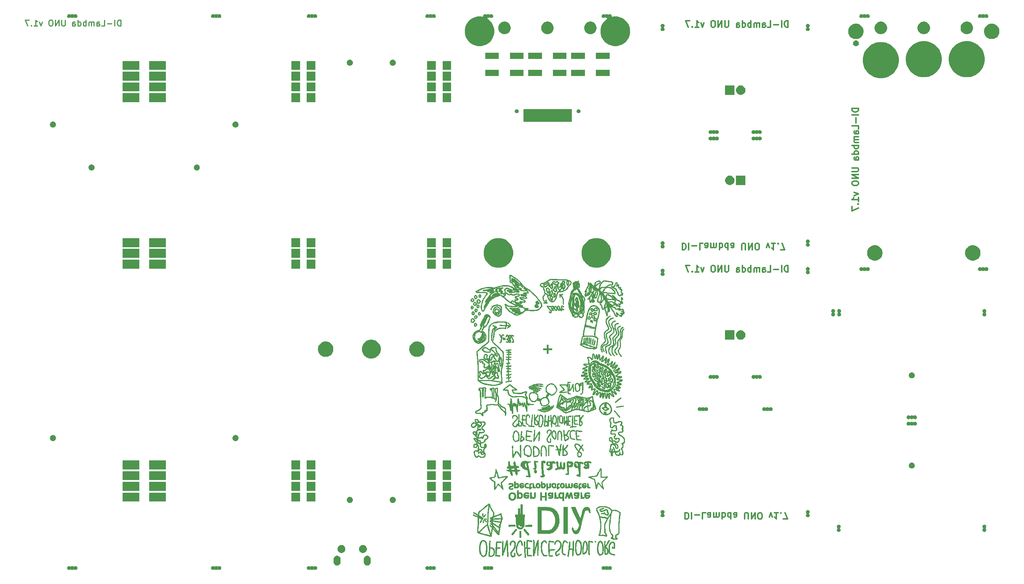
<source format=gbs>
G04 #@! TF.GenerationSoftware,KiCad,Pcbnew,(6.0.0-rc1-dev-509-gcac7479)*
G04 #@! TF.CreationDate,2018-10-23T14:14:01+08:00*
G04 #@! TF.ProjectId,DI-Lambda-UNO-Panelized-v1.7,44492D4C616D6264612D554E4F2D5061,rev?*
G04 #@! TF.SameCoordinates,Original*
G04 #@! TF.FileFunction,Soldermask,Bot*
G04 #@! TF.FilePolarity,Negative*
%FSLAX46Y46*%
G04 Gerber Fmt 4.6, Leading zero omitted, Abs format (unit mm)*
G04 Created by KiCad (PCBNEW (6.0.0-rc1-dev-509-gcac7479)) date Tue Oct 23 14:14:01 2018*
%MOMM*%
%LPD*%
G01*
G04 APERTURE LIST*
%ADD10C,0.300000*%
%ADD11C,0.280000*%
%ADD12C,0.010000*%
%ADD13C,0.100000*%
G04 APERTURE END LIST*
D10*
X213107142Y-97328571D02*
X213107142Y-95828571D01*
X212750000Y-95828571D01*
X212535714Y-95900000D01*
X212392857Y-96042857D01*
X212321428Y-96185714D01*
X212250000Y-96471428D01*
X212250000Y-96685714D01*
X212321428Y-96971428D01*
X212392857Y-97114285D01*
X212535714Y-97257142D01*
X212750000Y-97328571D01*
X213107142Y-97328571D01*
X211607142Y-97328571D02*
X211607142Y-95828571D01*
X210892857Y-96757142D02*
X209750000Y-96757142D01*
X208321428Y-97328571D02*
X209035714Y-97328571D01*
X209035714Y-95828571D01*
X207178571Y-97328571D02*
X207178571Y-96542857D01*
X207250000Y-96400000D01*
X207392857Y-96328571D01*
X207678571Y-96328571D01*
X207821428Y-96400000D01*
X207178571Y-97257142D02*
X207321428Y-97328571D01*
X207678571Y-97328571D01*
X207821428Y-97257142D01*
X207892857Y-97114285D01*
X207892857Y-96971428D01*
X207821428Y-96828571D01*
X207678571Y-96757142D01*
X207321428Y-96757142D01*
X207178571Y-96685714D01*
X206464285Y-97328571D02*
X206464285Y-96328571D01*
X206464285Y-96471428D02*
X206392857Y-96400000D01*
X206250000Y-96328571D01*
X206035714Y-96328571D01*
X205892857Y-96400000D01*
X205821428Y-96542857D01*
X205821428Y-97328571D01*
X205821428Y-96542857D02*
X205750000Y-96400000D01*
X205607142Y-96328571D01*
X205392857Y-96328571D01*
X205250000Y-96400000D01*
X205178571Y-96542857D01*
X205178571Y-97328571D01*
X204464285Y-97328571D02*
X204464285Y-95828571D01*
X204464285Y-96400000D02*
X204321428Y-96328571D01*
X204035714Y-96328571D01*
X203892857Y-96400000D01*
X203821428Y-96471428D01*
X203750000Y-96614285D01*
X203750000Y-97042857D01*
X203821428Y-97185714D01*
X203892857Y-97257142D01*
X204035714Y-97328571D01*
X204321428Y-97328571D01*
X204464285Y-97257142D01*
X202464285Y-97328571D02*
X202464285Y-95828571D01*
X202464285Y-97257142D02*
X202607142Y-97328571D01*
X202892857Y-97328571D01*
X203035714Y-97257142D01*
X203107142Y-97185714D01*
X203178571Y-97042857D01*
X203178571Y-96614285D01*
X203107142Y-96471428D01*
X203035714Y-96400000D01*
X202892857Y-96328571D01*
X202607142Y-96328571D01*
X202464285Y-96400000D01*
X201107142Y-97328571D02*
X201107142Y-96542857D01*
X201178571Y-96400000D01*
X201321428Y-96328571D01*
X201607142Y-96328571D01*
X201750000Y-96400000D01*
X201107142Y-97257142D02*
X201250000Y-97328571D01*
X201607142Y-97328571D01*
X201750000Y-97257142D01*
X201821428Y-97114285D01*
X201821428Y-96971428D01*
X201750000Y-96828571D01*
X201607142Y-96757142D01*
X201250000Y-96757142D01*
X201107142Y-96685714D01*
X199250000Y-95828571D02*
X199250000Y-97042857D01*
X199178571Y-97185714D01*
X199107142Y-97257142D01*
X198964285Y-97328571D01*
X198678571Y-97328571D01*
X198535714Y-97257142D01*
X198464285Y-97185714D01*
X198392857Y-97042857D01*
X198392857Y-95828571D01*
X197678571Y-97328571D02*
X197678571Y-95828571D01*
X196821428Y-97328571D01*
X196821428Y-95828571D01*
X195821428Y-95828571D02*
X195535714Y-95828571D01*
X195392857Y-95900000D01*
X195250000Y-96042857D01*
X195178571Y-96328571D01*
X195178571Y-96828571D01*
X195250000Y-97114285D01*
X195392857Y-97257142D01*
X195535714Y-97328571D01*
X195821428Y-97328571D01*
X195964285Y-97257142D01*
X196107142Y-97114285D01*
X196178571Y-96828571D01*
X196178571Y-96328571D01*
X196107142Y-96042857D01*
X195964285Y-95900000D01*
X195821428Y-95828571D01*
X193535714Y-96328571D02*
X193178571Y-97328571D01*
X192821428Y-96328571D01*
X191464285Y-97328571D02*
X192321428Y-97328571D01*
X191892857Y-97328571D02*
X191892857Y-95828571D01*
X192035714Y-96042857D01*
X192178571Y-96185714D01*
X192321428Y-96257142D01*
X190821428Y-97185714D02*
X190750000Y-97257142D01*
X190821428Y-97328571D01*
X190892857Y-97257142D01*
X190821428Y-97185714D01*
X190821428Y-97328571D01*
X190250000Y-95828571D02*
X189250000Y-95828571D01*
X189892857Y-97328571D01*
X188492857Y-90671428D02*
X188492857Y-92171428D01*
X188850000Y-92171428D01*
X189064285Y-92100000D01*
X189207142Y-91957142D01*
X189278571Y-91814285D01*
X189350000Y-91528571D01*
X189350000Y-91314285D01*
X189278571Y-91028571D01*
X189207142Y-90885714D01*
X189064285Y-90742857D01*
X188850000Y-90671428D01*
X188492857Y-90671428D01*
X189992857Y-90671428D02*
X189992857Y-92171428D01*
X190707142Y-91242857D02*
X191850000Y-91242857D01*
X193278571Y-90671428D02*
X192564285Y-90671428D01*
X192564285Y-92171428D01*
X194421428Y-90671428D02*
X194421428Y-91457142D01*
X194350000Y-91600000D01*
X194207142Y-91671428D01*
X193921428Y-91671428D01*
X193778571Y-91600000D01*
X194421428Y-90742857D02*
X194278571Y-90671428D01*
X193921428Y-90671428D01*
X193778571Y-90742857D01*
X193707142Y-90885714D01*
X193707142Y-91028571D01*
X193778571Y-91171428D01*
X193921428Y-91242857D01*
X194278571Y-91242857D01*
X194421428Y-91314285D01*
X195135714Y-90671428D02*
X195135714Y-91671428D01*
X195135714Y-91528571D02*
X195207142Y-91600000D01*
X195350000Y-91671428D01*
X195564285Y-91671428D01*
X195707142Y-91600000D01*
X195778571Y-91457142D01*
X195778571Y-90671428D01*
X195778571Y-91457142D02*
X195850000Y-91600000D01*
X195992857Y-91671428D01*
X196207142Y-91671428D01*
X196350000Y-91600000D01*
X196421428Y-91457142D01*
X196421428Y-90671428D01*
X197135714Y-90671428D02*
X197135714Y-92171428D01*
X197135714Y-91600000D02*
X197278571Y-91671428D01*
X197564285Y-91671428D01*
X197707142Y-91600000D01*
X197778571Y-91528571D01*
X197850000Y-91385714D01*
X197850000Y-90957142D01*
X197778571Y-90814285D01*
X197707142Y-90742857D01*
X197564285Y-90671428D01*
X197278571Y-90671428D01*
X197135714Y-90742857D01*
X199135714Y-90671428D02*
X199135714Y-92171428D01*
X199135714Y-90742857D02*
X198992857Y-90671428D01*
X198707142Y-90671428D01*
X198564285Y-90742857D01*
X198492857Y-90814285D01*
X198421428Y-90957142D01*
X198421428Y-91385714D01*
X198492857Y-91528571D01*
X198564285Y-91600000D01*
X198707142Y-91671428D01*
X198992857Y-91671428D01*
X199135714Y-91600000D01*
X200492857Y-90671428D02*
X200492857Y-91457142D01*
X200421428Y-91600000D01*
X200278571Y-91671428D01*
X199992857Y-91671428D01*
X199850000Y-91600000D01*
X200492857Y-90742857D02*
X200350000Y-90671428D01*
X199992857Y-90671428D01*
X199850000Y-90742857D01*
X199778571Y-90885714D01*
X199778571Y-91028571D01*
X199850000Y-91171428D01*
X199992857Y-91242857D01*
X200350000Y-91242857D01*
X200492857Y-91314285D01*
X202350000Y-92171428D02*
X202350000Y-90957142D01*
X202421428Y-90814285D01*
X202492857Y-90742857D01*
X202635714Y-90671428D01*
X202921428Y-90671428D01*
X203064285Y-90742857D01*
X203135714Y-90814285D01*
X203207142Y-90957142D01*
X203207142Y-92171428D01*
X203921428Y-90671428D02*
X203921428Y-92171428D01*
X204778571Y-90671428D01*
X204778571Y-92171428D01*
X205778571Y-92171428D02*
X206064285Y-92171428D01*
X206207142Y-92100000D01*
X206350000Y-91957142D01*
X206421428Y-91671428D01*
X206421428Y-91171428D01*
X206350000Y-90885714D01*
X206207142Y-90742857D01*
X206064285Y-90671428D01*
X205778571Y-90671428D01*
X205635714Y-90742857D01*
X205492857Y-90885714D01*
X205421428Y-91171428D01*
X205421428Y-91671428D01*
X205492857Y-91957142D01*
X205635714Y-92100000D01*
X205778571Y-92171428D01*
X208064285Y-91671428D02*
X208421428Y-90671428D01*
X208778571Y-91671428D01*
X210135714Y-90671428D02*
X209278571Y-90671428D01*
X209707142Y-90671428D02*
X209707142Y-92171428D01*
X209564285Y-91957142D01*
X209421428Y-91814285D01*
X209278571Y-91742857D01*
X210778571Y-90814285D02*
X210850000Y-90742857D01*
X210778571Y-90671428D01*
X210707142Y-90742857D01*
X210778571Y-90814285D01*
X210778571Y-90671428D01*
X211350000Y-92171428D02*
X212350000Y-92171428D01*
X211707142Y-90671428D01*
X189142857Y-153371428D02*
X189142857Y-154871428D01*
X189500000Y-154871428D01*
X189714285Y-154800000D01*
X189857142Y-154657142D01*
X189928571Y-154514285D01*
X190000000Y-154228571D01*
X190000000Y-154014285D01*
X189928571Y-153728571D01*
X189857142Y-153585714D01*
X189714285Y-153442857D01*
X189500000Y-153371428D01*
X189142857Y-153371428D01*
X190642857Y-153371428D02*
X190642857Y-154871428D01*
X191357142Y-153942857D02*
X192500000Y-153942857D01*
X193928571Y-153371428D02*
X193214285Y-153371428D01*
X193214285Y-154871428D01*
X195071428Y-153371428D02*
X195071428Y-154157142D01*
X195000000Y-154300000D01*
X194857142Y-154371428D01*
X194571428Y-154371428D01*
X194428571Y-154300000D01*
X195071428Y-153442857D02*
X194928571Y-153371428D01*
X194571428Y-153371428D01*
X194428571Y-153442857D01*
X194357142Y-153585714D01*
X194357142Y-153728571D01*
X194428571Y-153871428D01*
X194571428Y-153942857D01*
X194928571Y-153942857D01*
X195071428Y-154014285D01*
X195785714Y-153371428D02*
X195785714Y-154371428D01*
X195785714Y-154228571D02*
X195857142Y-154300000D01*
X196000000Y-154371428D01*
X196214285Y-154371428D01*
X196357142Y-154300000D01*
X196428571Y-154157142D01*
X196428571Y-153371428D01*
X196428571Y-154157142D02*
X196500000Y-154300000D01*
X196642857Y-154371428D01*
X196857142Y-154371428D01*
X197000000Y-154300000D01*
X197071428Y-154157142D01*
X197071428Y-153371428D01*
X197785714Y-153371428D02*
X197785714Y-154871428D01*
X197785714Y-154300000D02*
X197928571Y-154371428D01*
X198214285Y-154371428D01*
X198357142Y-154300000D01*
X198428571Y-154228571D01*
X198500000Y-154085714D01*
X198500000Y-153657142D01*
X198428571Y-153514285D01*
X198357142Y-153442857D01*
X198214285Y-153371428D01*
X197928571Y-153371428D01*
X197785714Y-153442857D01*
X199785714Y-153371428D02*
X199785714Y-154871428D01*
X199785714Y-153442857D02*
X199642857Y-153371428D01*
X199357142Y-153371428D01*
X199214285Y-153442857D01*
X199142857Y-153514285D01*
X199071428Y-153657142D01*
X199071428Y-154085714D01*
X199142857Y-154228571D01*
X199214285Y-154300000D01*
X199357142Y-154371428D01*
X199642857Y-154371428D01*
X199785714Y-154300000D01*
X201142857Y-153371428D02*
X201142857Y-154157142D01*
X201071428Y-154300000D01*
X200928571Y-154371428D01*
X200642857Y-154371428D01*
X200500000Y-154300000D01*
X201142857Y-153442857D02*
X201000000Y-153371428D01*
X200642857Y-153371428D01*
X200500000Y-153442857D01*
X200428571Y-153585714D01*
X200428571Y-153728571D01*
X200500000Y-153871428D01*
X200642857Y-153942857D01*
X201000000Y-153942857D01*
X201142857Y-154014285D01*
X203000000Y-154871428D02*
X203000000Y-153657142D01*
X203071428Y-153514285D01*
X203142857Y-153442857D01*
X203285714Y-153371428D01*
X203571428Y-153371428D01*
X203714285Y-153442857D01*
X203785714Y-153514285D01*
X203857142Y-153657142D01*
X203857142Y-154871428D01*
X204571428Y-153371428D02*
X204571428Y-154871428D01*
X205428571Y-153371428D01*
X205428571Y-154871428D01*
X206428571Y-154871428D02*
X206714285Y-154871428D01*
X206857142Y-154800000D01*
X207000000Y-154657142D01*
X207071428Y-154371428D01*
X207071428Y-153871428D01*
X207000000Y-153585714D01*
X206857142Y-153442857D01*
X206714285Y-153371428D01*
X206428571Y-153371428D01*
X206285714Y-153442857D01*
X206142857Y-153585714D01*
X206071428Y-153871428D01*
X206071428Y-154371428D01*
X206142857Y-154657142D01*
X206285714Y-154800000D01*
X206428571Y-154871428D01*
X208714285Y-154371428D02*
X209071428Y-153371428D01*
X209428571Y-154371428D01*
X210785714Y-153371428D02*
X209928571Y-153371428D01*
X210357142Y-153371428D02*
X210357142Y-154871428D01*
X210214285Y-154657142D01*
X210071428Y-154514285D01*
X209928571Y-154442857D01*
X211428571Y-153514285D02*
X211500000Y-153442857D01*
X211428571Y-153371428D01*
X211357142Y-153442857D01*
X211428571Y-153514285D01*
X211428571Y-153371428D01*
X212000000Y-154871428D02*
X213000000Y-154871428D01*
X212357142Y-153371428D01*
D11*
X57766666Y-40033333D02*
X57766666Y-38633333D01*
X57433333Y-38633333D01*
X57233333Y-38700000D01*
X57100000Y-38833333D01*
X57033333Y-38966666D01*
X56966666Y-39233333D01*
X56966666Y-39433333D01*
X57033333Y-39700000D01*
X57100000Y-39833333D01*
X57233333Y-39966666D01*
X57433333Y-40033333D01*
X57766666Y-40033333D01*
X56366666Y-40033333D02*
X56366666Y-38633333D01*
X55700000Y-39500000D02*
X54633333Y-39500000D01*
X53300000Y-40033333D02*
X53966666Y-40033333D01*
X53966666Y-38633333D01*
X52233333Y-40033333D02*
X52233333Y-39300000D01*
X52300000Y-39166666D01*
X52433333Y-39100000D01*
X52700000Y-39100000D01*
X52833333Y-39166666D01*
X52233333Y-39966666D02*
X52366666Y-40033333D01*
X52700000Y-40033333D01*
X52833333Y-39966666D01*
X52900000Y-39833333D01*
X52900000Y-39700000D01*
X52833333Y-39566666D01*
X52700000Y-39500000D01*
X52366666Y-39500000D01*
X52233333Y-39433333D01*
X51566666Y-40033333D02*
X51566666Y-39100000D01*
X51566666Y-39233333D02*
X51500000Y-39166666D01*
X51366666Y-39100000D01*
X51166666Y-39100000D01*
X51033333Y-39166666D01*
X50966666Y-39300000D01*
X50966666Y-40033333D01*
X50966666Y-39300000D02*
X50900000Y-39166666D01*
X50766666Y-39100000D01*
X50566666Y-39100000D01*
X50433333Y-39166666D01*
X50366666Y-39300000D01*
X50366666Y-40033333D01*
X49700000Y-40033333D02*
X49700000Y-38633333D01*
X49700000Y-39166666D02*
X49566666Y-39100000D01*
X49300000Y-39100000D01*
X49166666Y-39166666D01*
X49100000Y-39233333D01*
X49033333Y-39366666D01*
X49033333Y-39766666D01*
X49100000Y-39900000D01*
X49166666Y-39966666D01*
X49300000Y-40033333D01*
X49566666Y-40033333D01*
X49700000Y-39966666D01*
X47833333Y-40033333D02*
X47833333Y-38633333D01*
X47833333Y-39966666D02*
X47966666Y-40033333D01*
X48233333Y-40033333D01*
X48366666Y-39966666D01*
X48433333Y-39900000D01*
X48500000Y-39766666D01*
X48500000Y-39366666D01*
X48433333Y-39233333D01*
X48366666Y-39166666D01*
X48233333Y-39100000D01*
X47966666Y-39100000D01*
X47833333Y-39166666D01*
X46566666Y-40033333D02*
X46566666Y-39300000D01*
X46633333Y-39166666D01*
X46766666Y-39100000D01*
X47033333Y-39100000D01*
X47166666Y-39166666D01*
X46566666Y-39966666D02*
X46700000Y-40033333D01*
X47033333Y-40033333D01*
X47166666Y-39966666D01*
X47233333Y-39833333D01*
X47233333Y-39700000D01*
X47166666Y-39566666D01*
X47033333Y-39500000D01*
X46700000Y-39500000D01*
X46566666Y-39433333D01*
X44833333Y-38633333D02*
X44833333Y-39766666D01*
X44766666Y-39900000D01*
X44700000Y-39966666D01*
X44566666Y-40033333D01*
X44300000Y-40033333D01*
X44166666Y-39966666D01*
X44100000Y-39900000D01*
X44033333Y-39766666D01*
X44033333Y-38633333D01*
X43366666Y-40033333D02*
X43366666Y-38633333D01*
X42566666Y-40033333D01*
X42566666Y-38633333D01*
X41633333Y-38633333D02*
X41366666Y-38633333D01*
X41233333Y-38700000D01*
X41100000Y-38833333D01*
X41033333Y-39100000D01*
X41033333Y-39566666D01*
X41100000Y-39833333D01*
X41233333Y-39966666D01*
X41366666Y-40033333D01*
X41633333Y-40033333D01*
X41766666Y-39966666D01*
X41900000Y-39833333D01*
X41966666Y-39566666D01*
X41966666Y-39100000D01*
X41900000Y-38833333D01*
X41766666Y-38700000D01*
X41633333Y-38633333D01*
X39500000Y-39100000D02*
X39166666Y-40033333D01*
X38833333Y-39100000D01*
X37566666Y-40033333D02*
X38366666Y-40033333D01*
X37966666Y-40033333D02*
X37966666Y-38633333D01*
X38100000Y-38833333D01*
X38233333Y-38966666D01*
X38366666Y-39033333D01*
X36966666Y-39900000D02*
X36900000Y-39966666D01*
X36966666Y-40033333D01*
X37033333Y-39966666D01*
X36966666Y-39900000D01*
X36966666Y-40033333D01*
X36433333Y-38633333D02*
X35500000Y-38633333D01*
X36100000Y-40033333D01*
D10*
X213107142Y-40328571D02*
X213107142Y-38828571D01*
X212750000Y-38828571D01*
X212535714Y-38900000D01*
X212392857Y-39042857D01*
X212321428Y-39185714D01*
X212250000Y-39471428D01*
X212250000Y-39685714D01*
X212321428Y-39971428D01*
X212392857Y-40114285D01*
X212535714Y-40257142D01*
X212750000Y-40328571D01*
X213107142Y-40328571D01*
X211607142Y-40328571D02*
X211607142Y-38828571D01*
X210892857Y-39757142D02*
X209750000Y-39757142D01*
X208321428Y-40328571D02*
X209035714Y-40328571D01*
X209035714Y-38828571D01*
X207178571Y-40328571D02*
X207178571Y-39542857D01*
X207250000Y-39400000D01*
X207392857Y-39328571D01*
X207678571Y-39328571D01*
X207821428Y-39400000D01*
X207178571Y-40257142D02*
X207321428Y-40328571D01*
X207678571Y-40328571D01*
X207821428Y-40257142D01*
X207892857Y-40114285D01*
X207892857Y-39971428D01*
X207821428Y-39828571D01*
X207678571Y-39757142D01*
X207321428Y-39757142D01*
X207178571Y-39685714D01*
X206464285Y-40328571D02*
X206464285Y-39328571D01*
X206464285Y-39471428D02*
X206392857Y-39400000D01*
X206250000Y-39328571D01*
X206035714Y-39328571D01*
X205892857Y-39400000D01*
X205821428Y-39542857D01*
X205821428Y-40328571D01*
X205821428Y-39542857D02*
X205750000Y-39400000D01*
X205607142Y-39328571D01*
X205392857Y-39328571D01*
X205250000Y-39400000D01*
X205178571Y-39542857D01*
X205178571Y-40328571D01*
X204464285Y-40328571D02*
X204464285Y-38828571D01*
X204464285Y-39400000D02*
X204321428Y-39328571D01*
X204035714Y-39328571D01*
X203892857Y-39400000D01*
X203821428Y-39471428D01*
X203750000Y-39614285D01*
X203750000Y-40042857D01*
X203821428Y-40185714D01*
X203892857Y-40257142D01*
X204035714Y-40328571D01*
X204321428Y-40328571D01*
X204464285Y-40257142D01*
X202464285Y-40328571D02*
X202464285Y-38828571D01*
X202464285Y-40257142D02*
X202607142Y-40328571D01*
X202892857Y-40328571D01*
X203035714Y-40257142D01*
X203107142Y-40185714D01*
X203178571Y-40042857D01*
X203178571Y-39614285D01*
X203107142Y-39471428D01*
X203035714Y-39400000D01*
X202892857Y-39328571D01*
X202607142Y-39328571D01*
X202464285Y-39400000D01*
X201107142Y-40328571D02*
X201107142Y-39542857D01*
X201178571Y-39400000D01*
X201321428Y-39328571D01*
X201607142Y-39328571D01*
X201750000Y-39400000D01*
X201107142Y-40257142D02*
X201250000Y-40328571D01*
X201607142Y-40328571D01*
X201750000Y-40257142D01*
X201821428Y-40114285D01*
X201821428Y-39971428D01*
X201750000Y-39828571D01*
X201607142Y-39757142D01*
X201250000Y-39757142D01*
X201107142Y-39685714D01*
X199250000Y-38828571D02*
X199250000Y-40042857D01*
X199178571Y-40185714D01*
X199107142Y-40257142D01*
X198964285Y-40328571D01*
X198678571Y-40328571D01*
X198535714Y-40257142D01*
X198464285Y-40185714D01*
X198392857Y-40042857D01*
X198392857Y-38828571D01*
X197678571Y-40328571D02*
X197678571Y-38828571D01*
X196821428Y-40328571D01*
X196821428Y-38828571D01*
X195821428Y-38828571D02*
X195535714Y-38828571D01*
X195392857Y-38900000D01*
X195250000Y-39042857D01*
X195178571Y-39328571D01*
X195178571Y-39828571D01*
X195250000Y-40114285D01*
X195392857Y-40257142D01*
X195535714Y-40328571D01*
X195821428Y-40328571D01*
X195964285Y-40257142D01*
X196107142Y-40114285D01*
X196178571Y-39828571D01*
X196178571Y-39328571D01*
X196107142Y-39042857D01*
X195964285Y-38900000D01*
X195821428Y-38828571D01*
X193535714Y-39328571D02*
X193178571Y-40328571D01*
X192821428Y-39328571D01*
X191464285Y-40328571D02*
X192321428Y-40328571D01*
X191892857Y-40328571D02*
X191892857Y-38828571D01*
X192035714Y-39042857D01*
X192178571Y-39185714D01*
X192321428Y-39257142D01*
X190821428Y-40185714D02*
X190750000Y-40257142D01*
X190821428Y-40328571D01*
X190892857Y-40257142D01*
X190821428Y-40185714D01*
X190821428Y-40328571D01*
X190250000Y-38828571D02*
X189250000Y-38828571D01*
X189892857Y-40328571D01*
X229478571Y-59242857D02*
X227978571Y-59242857D01*
X227978571Y-59600000D01*
X228050000Y-59814285D01*
X228192857Y-59957142D01*
X228335714Y-60028571D01*
X228621428Y-60100000D01*
X228835714Y-60100000D01*
X229121428Y-60028571D01*
X229264285Y-59957142D01*
X229407142Y-59814285D01*
X229478571Y-59600000D01*
X229478571Y-59242857D01*
X229478571Y-60742857D02*
X227978571Y-60742857D01*
X228907142Y-61457142D02*
X228907142Y-62600000D01*
X229478571Y-64028571D02*
X229478571Y-63314285D01*
X227978571Y-63314285D01*
X229478571Y-65171428D02*
X228692857Y-65171428D01*
X228550000Y-65100000D01*
X228478571Y-64957142D01*
X228478571Y-64671428D01*
X228550000Y-64528571D01*
X229407142Y-65171428D02*
X229478571Y-65028571D01*
X229478571Y-64671428D01*
X229407142Y-64528571D01*
X229264285Y-64457142D01*
X229121428Y-64457142D01*
X228978571Y-64528571D01*
X228907142Y-64671428D01*
X228907142Y-65028571D01*
X228835714Y-65171428D01*
X229478571Y-65885714D02*
X228478571Y-65885714D01*
X228621428Y-65885714D02*
X228550000Y-65957142D01*
X228478571Y-66100000D01*
X228478571Y-66314285D01*
X228550000Y-66457142D01*
X228692857Y-66528571D01*
X229478571Y-66528571D01*
X228692857Y-66528571D02*
X228550000Y-66600000D01*
X228478571Y-66742857D01*
X228478571Y-66957142D01*
X228550000Y-67100000D01*
X228692857Y-67171428D01*
X229478571Y-67171428D01*
X229478571Y-67885714D02*
X227978571Y-67885714D01*
X228550000Y-67885714D02*
X228478571Y-68028571D01*
X228478571Y-68314285D01*
X228550000Y-68457142D01*
X228621428Y-68528571D01*
X228764285Y-68600000D01*
X229192857Y-68600000D01*
X229335714Y-68528571D01*
X229407142Y-68457142D01*
X229478571Y-68314285D01*
X229478571Y-68028571D01*
X229407142Y-67885714D01*
X229478571Y-69885714D02*
X227978571Y-69885714D01*
X229407142Y-69885714D02*
X229478571Y-69742857D01*
X229478571Y-69457142D01*
X229407142Y-69314285D01*
X229335714Y-69242857D01*
X229192857Y-69171428D01*
X228764285Y-69171428D01*
X228621428Y-69242857D01*
X228550000Y-69314285D01*
X228478571Y-69457142D01*
X228478571Y-69742857D01*
X228550000Y-69885714D01*
X229478571Y-71242857D02*
X228692857Y-71242857D01*
X228550000Y-71171428D01*
X228478571Y-71028571D01*
X228478571Y-70742857D01*
X228550000Y-70600000D01*
X229407142Y-71242857D02*
X229478571Y-71100000D01*
X229478571Y-70742857D01*
X229407142Y-70600000D01*
X229264285Y-70528571D01*
X229121428Y-70528571D01*
X228978571Y-70600000D01*
X228907142Y-70742857D01*
X228907142Y-71100000D01*
X228835714Y-71242857D01*
X227978571Y-73100000D02*
X229192857Y-73100000D01*
X229335714Y-73171428D01*
X229407142Y-73242857D01*
X229478571Y-73385714D01*
X229478571Y-73671428D01*
X229407142Y-73814285D01*
X229335714Y-73885714D01*
X229192857Y-73957142D01*
X227978571Y-73957142D01*
X229478571Y-74671428D02*
X227978571Y-74671428D01*
X229478571Y-75528571D01*
X227978571Y-75528571D01*
X227978571Y-76528571D02*
X227978571Y-76814285D01*
X228050000Y-76957142D01*
X228192857Y-77100000D01*
X228478571Y-77171428D01*
X228978571Y-77171428D01*
X229264285Y-77100000D01*
X229407142Y-76957142D01*
X229478571Y-76814285D01*
X229478571Y-76528571D01*
X229407142Y-76385714D01*
X229264285Y-76242857D01*
X228978571Y-76171428D01*
X228478571Y-76171428D01*
X228192857Y-76242857D01*
X228050000Y-76385714D01*
X227978571Y-76528571D01*
X228478571Y-78814285D02*
X229478571Y-79171428D01*
X228478571Y-79528571D01*
X229478571Y-80885714D02*
X229478571Y-80028571D01*
X229478571Y-80457142D02*
X227978571Y-80457142D01*
X228192857Y-80314285D01*
X228335714Y-80171428D01*
X228407142Y-80028571D01*
X229335714Y-81528571D02*
X229407142Y-81600000D01*
X229478571Y-81528571D01*
X229407142Y-81457142D01*
X229335714Y-81528571D01*
X229478571Y-81528571D01*
X227978571Y-82100000D02*
X227978571Y-83100000D01*
X229478571Y-82457142D01*
D12*
G04 #@! TO.C,G\002A\002A\002A*
G36*
X170427297Y-124526425D02*
X170435000Y-124504643D01*
X170462231Y-124440236D01*
X170498500Y-124395786D01*
X170554491Y-124285157D01*
X170553479Y-124143179D01*
X170498133Y-123998566D01*
X170456114Y-123940166D01*
X170376053Y-123821841D01*
X170352574Y-123727374D01*
X170386793Y-123670850D01*
X170434024Y-123661000D01*
X170527541Y-123701124D01*
X170605655Y-123813281D01*
X170660250Y-123985154D01*
X170665378Y-124012270D01*
X170714743Y-124151771D01*
X170818859Y-124249289D01*
X170828880Y-124255528D01*
X171002459Y-124328934D01*
X171145888Y-124325853D01*
X171251130Y-124251529D01*
X171310147Y-124111203D01*
X171317431Y-123936888D01*
X171316016Y-123817342D01*
X171333688Y-123761712D01*
X171344853Y-123760196D01*
X171371581Y-123807587D01*
X171388907Y-123909702D01*
X171391697Y-123961384D01*
X171396865Y-124114806D01*
X171410479Y-124202176D01*
X171442718Y-124242091D01*
X171503757Y-124253148D01*
X171551649Y-124253667D01*
X171678318Y-124232496D01*
X171762747Y-124160415D01*
X171815928Y-124024575D01*
X171835230Y-123922155D01*
X171861793Y-123746974D01*
X171890342Y-123562567D01*
X171896154Y-123525614D01*
X171910579Y-123398658D01*
X171895058Y-123315762D01*
X171838094Y-123238354D01*
X171798376Y-123197530D01*
X171702087Y-123115886D01*
X171603542Y-123077888D01*
X171462623Y-123068340D01*
X171457328Y-123068334D01*
X171318448Y-123076161D01*
X171230855Y-123107579D01*
X171161983Y-123174492D01*
X171159988Y-123177017D01*
X171071555Y-123256538D01*
X170960402Y-123274179D01*
X170935012Y-123272267D01*
X170827720Y-123243066D01*
X170783441Y-123175466D01*
X170798671Y-123059031D01*
X170832522Y-122967086D01*
X170940363Y-122813790D01*
X171046592Y-122743377D01*
X171148208Y-122700098D01*
X171216746Y-122698988D01*
X171294618Y-122743879D01*
X171328836Y-122768883D01*
X171465657Y-122840362D01*
X171593321Y-122845510D01*
X171679058Y-122840265D01*
X171735603Y-122870713D01*
X171788867Y-122955196D01*
X171810833Y-122999490D01*
X171886448Y-123122507D01*
X171968264Y-123179130D01*
X172004956Y-123186891D01*
X172114397Y-123171684D01*
X172192096Y-123091704D01*
X172243387Y-122939727D01*
X172259847Y-122841681D01*
X172283848Y-122677398D01*
X172310209Y-122518221D01*
X172319916Y-122465904D01*
X172324996Y-122297055D01*
X172262266Y-122176460D01*
X172128768Y-122100308D01*
X172016395Y-122074798D01*
X171890100Y-122060830D01*
X171811581Y-122074820D01*
X171745665Y-122127771D01*
X171707068Y-122171558D01*
X171590940Y-122282145D01*
X171489943Y-122329565D01*
X171415436Y-122310588D01*
X171387048Y-122262579D01*
X171370211Y-122188417D01*
X171373051Y-122163799D01*
X171413995Y-122137632D01*
X171502582Y-122080928D01*
X171566509Y-122039990D01*
X171688361Y-121972511D01*
X171794580Y-121931303D01*
X171831092Y-121925334D01*
X171888206Y-121910545D01*
X171912605Y-121851160D01*
X171916666Y-121764952D01*
X171896067Y-121615679D01*
X171845847Y-121466187D01*
X171839608Y-121453423D01*
X171794399Y-121356973D01*
X171790258Y-121314489D01*
X171825788Y-121306686D01*
X171829004Y-121306889D01*
X171887599Y-121280316D01*
X171903645Y-121199148D01*
X171883014Y-121078244D01*
X171831576Y-120932463D01*
X171755203Y-120776666D01*
X171659764Y-120625712D01*
X171551131Y-120494459D01*
X171483560Y-120432547D01*
X171367141Y-120345241D01*
X171266175Y-120279972D01*
X171224887Y-120259562D01*
X171110357Y-120259564D01*
X170973379Y-120320488D01*
X170834207Y-120430146D01*
X170722971Y-120561654D01*
X170646040Y-120668685D01*
X170598338Y-120714380D01*
X170563427Y-120708696D01*
X170534932Y-120675589D01*
X170512575Y-120630413D01*
X170521587Y-120579995D01*
X170570864Y-120508098D01*
X170669304Y-120398486D01*
X170710719Y-120354808D01*
X170856587Y-120184954D01*
X170930017Y-120053511D01*
X170930967Y-119954991D01*
X170859399Y-119883912D01*
X170715271Y-119834786D01*
X170706937Y-119832974D01*
X170570099Y-119819945D01*
X170458738Y-119853263D01*
X170359683Y-119942922D01*
X170259767Y-120098919D01*
X170198634Y-120218761D01*
X170123239Y-120401334D01*
X170364845Y-120401334D01*
X170373134Y-120367487D01*
X170403612Y-120285587D01*
X170444411Y-120185096D01*
X170483660Y-120095474D01*
X170505553Y-120052084D01*
X170557602Y-120028370D01*
X170636812Y-120020334D01*
X170694861Y-120023164D01*
X170711063Y-120040840D01*
X170680006Y-120087141D01*
X170596281Y-120175846D01*
X170562000Y-120210834D01*
X170463755Y-120309428D01*
X170392337Y-120378261D01*
X170364845Y-120401334D01*
X170123239Y-120401334D01*
X170097016Y-120464834D01*
X170308000Y-120464834D01*
X170329166Y-120443667D01*
X170350333Y-120464834D01*
X170329166Y-120486000D01*
X170308000Y-120464834D01*
X170097016Y-120464834D01*
X170081944Y-120501329D01*
X170020137Y-120748640D01*
X170012607Y-120954273D01*
X170058747Y-121111802D01*
X170157948Y-121214806D01*
X170296689Y-121255985D01*
X170372720Y-121263898D01*
X170420496Y-121282701D01*
X170443756Y-121327658D01*
X170446241Y-121414034D01*
X170431691Y-121557092D01*
X170410554Y-121720668D01*
X170399402Y-121845103D01*
X170414684Y-121917988D01*
X170466421Y-121970835D01*
X170496685Y-121991538D01*
X170601775Y-122087034D01*
X170678712Y-122205296D01*
X170711692Y-122317877D01*
X170705337Y-122367152D01*
X170664652Y-122407672D01*
X170571246Y-122428333D01*
X170435408Y-122433334D01*
X170295218Y-122436982D01*
X170217274Y-122453166D01*
X170179282Y-122489750D01*
X170165348Y-122528584D01*
X170141370Y-122719272D01*
X170185870Y-122868935D01*
X170231239Y-122928583D01*
X170288117Y-123015651D01*
X170269682Y-123080177D01*
X170172883Y-123125780D01*
X170044799Y-123150043D01*
X169917273Y-123179170D01*
X169842094Y-123235576D01*
X169806292Y-123295847D01*
X169760091Y-123372849D01*
X169724865Y-123376536D01*
X169711149Y-123359347D01*
X169676583Y-123257315D01*
X169701912Y-123139609D01*
X169791038Y-122989433D01*
X169800000Y-122976949D01*
X169893506Y-122820766D01*
X169920703Y-122689161D01*
X169884862Y-122558481D01*
X169863500Y-122518000D01*
X169818103Y-122400629D01*
X169802825Y-122279181D01*
X169819541Y-122185663D01*
X169842412Y-122158118D01*
X169842554Y-122158167D01*
X170096333Y-122158167D01*
X170117500Y-122137000D01*
X170138666Y-122158167D01*
X170117500Y-122179334D01*
X170096333Y-122158167D01*
X169842554Y-122158167D01*
X169885538Y-122172986D01*
X169927004Y-122242846D01*
X169967084Y-122316080D01*
X170031229Y-122342847D01*
X170128008Y-122340644D01*
X170233015Y-122324991D01*
X170280628Y-122284327D01*
X170298115Y-122192639D01*
X170299475Y-122177077D01*
X170280830Y-122016521D01*
X170214809Y-121902396D01*
X170150057Y-121791581D01*
X170121418Y-121655223D01*
X170117500Y-121548312D01*
X170114232Y-121414178D01*
X170094007Y-121335324D01*
X170041190Y-121282375D01*
X169948166Y-121230136D01*
X169833631Y-121153693D01*
X169774314Y-121062054D01*
X169765582Y-120936845D01*
X169802801Y-120759692D01*
X169817128Y-120710486D01*
X169870148Y-120533996D01*
X169929370Y-120336489D01*
X169957483Y-120242584D01*
X170006523Y-120090724D01*
X170055707Y-119957398D01*
X170083043Y-119894968D01*
X170115150Y-119756602D01*
X170088613Y-119617644D01*
X170019664Y-119522917D01*
X169910094Y-119478075D01*
X169776438Y-119475695D01*
X169659396Y-119513609D01*
X169622257Y-119544084D01*
X169493204Y-119750095D01*
X169407441Y-120009711D01*
X169382240Y-120165110D01*
X169354882Y-120328102D01*
X169317661Y-120413752D01*
X169273534Y-120419893D01*
X169225458Y-120344359D01*
X169206738Y-120293699D01*
X169180245Y-120188788D01*
X169187432Y-120100222D01*
X169233450Y-119988961D01*
X169251720Y-119952840D01*
X169317135Y-119844856D01*
X169376930Y-119777524D01*
X169400767Y-119766334D01*
X169439958Y-119728839D01*
X169474496Y-119634851D01*
X169483273Y-119592423D01*
X169488278Y-119441041D01*
X169436524Y-119344828D01*
X169320015Y-119295219D01*
X169194900Y-119283622D01*
X169077448Y-119276198D01*
X169014539Y-119245470D01*
X168976048Y-119168517D01*
X168955296Y-119101313D01*
X168897247Y-118952552D01*
X168817713Y-118864644D01*
X168695624Y-118823229D01*
X168533538Y-118813834D01*
X168396977Y-118810602D01*
X168318681Y-118792761D01*
X168272280Y-118748093D01*
X168236610Y-118676250D01*
X168159991Y-118566593D01*
X168068226Y-118538032D01*
X167970060Y-118590438D01*
X167898452Y-118681247D01*
X167839997Y-118804052D01*
X167811018Y-118920257D01*
X167810333Y-118935247D01*
X167841016Y-119048817D01*
X167916226Y-119150613D01*
X168010701Y-119210499D01*
X168045665Y-119216000D01*
X168088584Y-119238083D01*
X168082274Y-119263553D01*
X168018191Y-119290968D01*
X167882595Y-119290346D01*
X167841612Y-119286082D01*
X167660780Y-119277990D01*
X167546461Y-119309895D01*
X167487256Y-119388656D01*
X167471666Y-119508640D01*
X167488664Y-119636072D01*
X167532066Y-119721140D01*
X167536234Y-119724887D01*
X167577697Y-119773143D01*
X167557991Y-119824069D01*
X167826002Y-119824069D01*
X167866554Y-119811814D01*
X167902286Y-119815874D01*
X167980398Y-119851971D01*
X168013852Y-119944975D01*
X168015017Y-119954422D01*
X168019629Y-120036894D01*
X167998394Y-120049319D01*
X167959789Y-120021404D01*
X167879975Y-119933673D01*
X167847059Y-119882856D01*
X167826002Y-119824069D01*
X167557991Y-119824069D01*
X167557934Y-119824214D01*
X167531228Y-119855352D01*
X167462917Y-119986026D01*
X167451220Y-120078526D01*
X167640165Y-120078526D01*
X167654148Y-120023683D01*
X167662276Y-120020334D01*
X167706464Y-120051288D01*
X167784684Y-120131517D01*
X167801700Y-120151083D01*
X168111015Y-120151083D01*
X168217430Y-120191542D01*
X168337160Y-120220413D01*
X168469255Y-120232000D01*
X168577471Y-120247830D01*
X168612060Y-120299560D01*
X168575523Y-120393556D01*
X168548766Y-120434248D01*
X168465200Y-120513406D01*
X168378719Y-120511910D01*
X168285383Y-120428609D01*
X168224949Y-120339708D01*
X168111015Y-120151083D01*
X167801700Y-120151083D01*
X167880829Y-120242070D01*
X167978795Y-120363998D01*
X168062475Y-120478349D01*
X168096944Y-120531766D01*
X168202639Y-120667045D01*
X168322290Y-120727157D01*
X168475388Y-120721418D01*
X168488102Y-120718738D01*
X168620523Y-120652228D01*
X168728400Y-120531308D01*
X168799012Y-120381348D01*
X168819633Y-120227720D01*
X168790136Y-120116466D01*
X168744829Y-120066238D01*
X168662940Y-120040983D01*
X168521010Y-120033580D01*
X168517119Y-120033564D01*
X168350618Y-120026834D01*
X168251813Y-120002084D01*
X168204222Y-119950363D01*
X168191360Y-119862715D01*
X168191333Y-119856593D01*
X168165457Y-119707236D01*
X168086824Y-119623931D01*
X167953928Y-119605336D01*
X167914607Y-119610220D01*
X167786727Y-119616597D01*
X167700640Y-119593496D01*
X167696593Y-119590439D01*
X167644157Y-119527905D01*
X167671018Y-119492749D01*
X167777593Y-119484713D01*
X167858384Y-119490532D01*
X168058230Y-119485460D01*
X168217446Y-119432238D01*
X168322701Y-119338281D01*
X168360666Y-119211219D01*
X168354410Y-119132022D01*
X168321838Y-119084913D01*
X168242249Y-119052845D01*
X168138416Y-119028230D01*
X168043867Y-118981525D01*
X168022000Y-118920136D01*
X168027569Y-118873534D01*
X168056476Y-118869076D01*
X168127019Y-118909738D01*
X168180750Y-118945956D01*
X168310247Y-119018128D01*
X168434062Y-119039698D01*
X168522317Y-119034220D01*
X168639696Y-119026893D01*
X168702271Y-119046012D01*
X168738424Y-119102249D01*
X168744567Y-119117796D01*
X168776432Y-119211133D01*
X168763051Y-119249996D01*
X168687553Y-119258256D01*
X168645252Y-119258334D01*
X168514339Y-119279752D01*
X168408199Y-119327190D01*
X168339315Y-119396682D01*
X168329439Y-119487681D01*
X168335658Y-119524760D01*
X168535140Y-119524760D01*
X168559501Y-119485136D01*
X168660445Y-119461756D01*
X168688750Y-119458506D01*
X168794124Y-119446074D01*
X168854746Y-119436244D01*
X168859059Y-119434784D01*
X168847318Y-119460050D01*
X168802974Y-119530901D01*
X168801273Y-119533500D01*
X168718452Y-119622562D01*
X168637134Y-119629004D01*
X168580800Y-119588534D01*
X168535140Y-119524760D01*
X168335658Y-119524760D01*
X168335782Y-119525496D01*
X168395654Y-119685546D01*
X168502609Y-119777424D01*
X168665624Y-119808568D01*
X168677642Y-119808667D01*
X168792590Y-119799911D01*
X168875897Y-119761458D01*
X168961337Y-119675034D01*
X168990576Y-119639334D01*
X169084541Y-119541419D01*
X169172647Y-119480311D01*
X169209328Y-119470000D01*
X169275317Y-119499063D01*
X169289234Y-119560711D01*
X169245289Y-119616633D01*
X169232375Y-119622538D01*
X169174608Y-119675460D01*
X169122666Y-119766334D01*
X169067218Y-119860466D01*
X169008223Y-119911946D01*
X168970368Y-119945391D01*
X168960941Y-120019415D01*
X168973795Y-120137238D01*
X169005098Y-120292757D01*
X169047101Y-120438532D01*
X169061035Y-120475417D01*
X169095531Y-120567293D01*
X169085712Y-120605140D01*
X169020174Y-120612937D01*
X168995610Y-120613000D01*
X168891858Y-120635183D01*
X168834663Y-120681279D01*
X168772974Y-120733220D01*
X168656237Y-120792710D01*
X168512072Y-120849029D01*
X168368104Y-120891459D01*
X168251956Y-120909281D01*
X168246962Y-120909334D01*
X168148602Y-120868671D01*
X168083871Y-120779185D01*
X167997079Y-120671733D01*
X167890924Y-120605236D01*
X167765631Y-120517699D01*
X167703139Y-120412715D01*
X167667490Y-120300211D01*
X167645556Y-120179758D01*
X167640165Y-120078526D01*
X167451220Y-120078526D01*
X167441486Y-120155489D01*
X167461667Y-120339873D01*
X167518193Y-120515311D01*
X167605798Y-120657935D01*
X167719215Y-120743876D01*
X167728021Y-120747165D01*
X167831679Y-120811763D01*
X167926940Y-120914865D01*
X167938759Y-120932808D01*
X168056730Y-121056814D01*
X168214916Y-121109231D01*
X168416443Y-121090758D01*
X168514989Y-121061952D01*
X168653906Y-121021358D01*
X168775222Y-120997065D01*
X168813615Y-120994000D01*
X168914237Y-120955240D01*
X168960885Y-120888498D01*
X169004789Y-120818175D01*
X169050647Y-120819323D01*
X169068736Y-120832610D01*
X169104987Y-120894082D01*
X169109518Y-121004395D01*
X169100751Y-121084110D01*
X169103828Y-121287476D01*
X169169344Y-121450506D01*
X169291219Y-121560657D01*
X169342746Y-121583257D01*
X169438362Y-121625695D01*
X169451328Y-121655652D01*
X169381707Y-121670324D01*
X169340810Y-121671334D01*
X169191197Y-121633635D01*
X169082063Y-121525132D01*
X169020244Y-121352715D01*
X169019284Y-121347175D01*
X168992797Y-121233510D01*
X168947970Y-121176275D01*
X168860116Y-121147472D01*
X168839670Y-121143491D01*
X168721518Y-121134929D01*
X168639943Y-121172338D01*
X168608208Y-121202847D01*
X168489177Y-121282916D01*
X168345987Y-121289745D01*
X168174164Y-121222466D01*
X167969233Y-121080213D01*
X167967320Y-121078667D01*
X167780176Y-120943250D01*
X167639152Y-120877606D01*
X167542964Y-120881358D01*
X167495238Y-120939499D01*
X167482013Y-121032196D01*
X167483026Y-121105567D01*
X167680779Y-121105567D01*
X167777306Y-121187367D01*
X167853204Y-121253124D01*
X167895000Y-121291793D01*
X167939958Y-121330546D01*
X168022870Y-121396316D01*
X168038292Y-121408210D01*
X168103955Y-121467853D01*
X168116133Y-121500125D01*
X168108190Y-121502000D01*
X168037819Y-121519108D01*
X167931633Y-121561249D01*
X167910467Y-121571042D01*
X167813905Y-121611553D01*
X167756223Y-121625747D01*
X167751199Y-121623959D01*
X167739493Y-121576584D01*
X167723146Y-121470087D01*
X167709103Y-121356701D01*
X167680779Y-121105567D01*
X167483026Y-121105567D01*
X167484025Y-121177890D01*
X167498231Y-121348846D01*
X167521591Y-121517333D01*
X167551062Y-121655618D01*
X167582410Y-121734390D01*
X167668849Y-121790810D01*
X167795431Y-121811428D01*
X167924743Y-121794410D01*
X168002072Y-121754972D01*
X168070113Y-121724784D01*
X168126592Y-121754971D01*
X168218024Y-121792602D01*
X168352827Y-121809993D01*
X168491635Y-121804871D01*
X168582916Y-121781327D01*
X168634899Y-121770778D01*
X168654847Y-121817689D01*
X168657000Y-121875447D01*
X168688338Y-122016188D01*
X168785757Y-122110484D01*
X168954359Y-122163237D01*
X168957275Y-122163708D01*
X169091128Y-122195783D01*
X169144577Y-122234945D01*
X169115996Y-122278840D01*
X169056401Y-122307385D01*
X168972959Y-122326827D01*
X168896113Y-122304442D01*
X168795646Y-122233223D01*
X168614207Y-122095356D01*
X168472535Y-122010552D01*
X168349512Y-121973041D01*
X168224021Y-121977051D01*
X168074942Y-122016811D01*
X168043166Y-122027599D01*
X167933720Y-122073869D01*
X167881637Y-122130935D01*
X167861740Y-122228448D01*
X167860446Y-122242781D01*
X167877990Y-122404872D01*
X167963147Y-122516049D01*
X168112757Y-122576369D01*
X168227305Y-122624834D01*
X168341962Y-122710587D01*
X168358146Y-122726970D01*
X168512260Y-122848543D01*
X168668463Y-122888199D01*
X168821933Y-122844764D01*
X168827905Y-122841306D01*
X168929882Y-122799893D01*
X169011563Y-122797013D01*
X169012484Y-122797356D01*
X169096432Y-122801746D01*
X169209540Y-122777604D01*
X169217386Y-122774951D01*
X169355500Y-122726916D01*
X169266909Y-122815706D01*
X169144335Y-122887961D01*
X168949843Y-122935382D01*
X168931442Y-122937998D01*
X168727422Y-122988868D01*
X168596765Y-123077903D01*
X168535751Y-123208235D01*
X168530000Y-123276224D01*
X168560237Y-123407944D01*
X168648699Y-123479315D01*
X168730456Y-123491667D01*
X168799294Y-123501708D01*
X168798993Y-123546257D01*
X168785489Y-123573551D01*
X168744961Y-123719211D01*
X168752694Y-123767992D01*
X168938469Y-123767992D01*
X168953271Y-123709538D01*
X169009266Y-123637414D01*
X169077171Y-123584876D01*
X169107242Y-123576334D01*
X169099729Y-123610852D01*
X169070575Y-123694807D01*
X169067375Y-123703334D01*
X169017439Y-123804916D01*
X169014593Y-123806146D01*
X169224920Y-123806146D01*
X169250515Y-123765811D01*
X169305637Y-123722518D01*
X169332134Y-123735852D01*
X169314907Y-123785184D01*
X169257318Y-123828101D01*
X169241984Y-123830334D01*
X169224920Y-123806146D01*
X169014593Y-123806146D01*
X168974332Y-123823540D01*
X168938469Y-123767992D01*
X168752694Y-123767992D01*
X168767191Y-123859427D01*
X168841444Y-123972183D01*
X168956988Y-124035467D01*
X169013889Y-124042000D01*
X169099837Y-124066814D01*
X169130305Y-124137250D01*
X169178513Y-124222834D01*
X169239083Y-124246028D01*
X169306445Y-124242551D01*
X169331691Y-124190359D01*
X169334333Y-124131101D01*
X169364572Y-124007556D01*
X169419000Y-123957334D01*
X169480925Y-123894036D01*
X169503136Y-123779269D01*
X169503666Y-123749361D01*
X169481360Y-123601544D01*
X169416535Y-123522643D01*
X169312329Y-123516446D01*
X169310963Y-123516800D01*
X169256953Y-123519282D01*
X169233367Y-123475285D01*
X169228500Y-123377445D01*
X169221328Y-123270565D01*
X169188230Y-123221299D01*
X169114894Y-123203377D01*
X168996751Y-123213777D01*
X168871839Y-123257193D01*
X168871477Y-123257380D01*
X168783910Y-123297669D01*
X168747712Y-123294729D01*
X168741666Y-123262419D01*
X168759554Y-123201985D01*
X168822571Y-123158992D01*
X168944748Y-123127264D01*
X169098469Y-123105374D01*
X169262776Y-123076886D01*
X169367328Y-123032708D01*
X169426721Y-122976803D01*
X169519843Y-122807167D01*
X169530660Y-122644703D01*
X169507661Y-122573363D01*
X169460485Y-122500033D01*
X169392079Y-122482503D01*
X169324476Y-122492455D01*
X169222190Y-122524932D01*
X169161477Y-122566072D01*
X169160854Y-122567042D01*
X169101887Y-122594889D01*
X169035662Y-122589790D01*
X168932086Y-122588798D01*
X168808308Y-122619972D01*
X168797459Y-122624326D01*
X168670715Y-122663259D01*
X168577163Y-122646297D01*
X168488089Y-122564470D01*
X168450505Y-122515942D01*
X168342435Y-122415742D01*
X168240865Y-122391000D01*
X168127713Y-122372647D01*
X168053951Y-122328422D01*
X168030737Y-122274583D01*
X168069226Y-122227384D01*
X168117250Y-122210879D01*
X168222875Y-122182271D01*
X168276000Y-122163233D01*
X168346499Y-122175087D01*
X168463502Y-122244146D01*
X168572033Y-122327123D01*
X168720338Y-122438756D01*
X168835829Y-122498300D01*
X168941567Y-122517270D01*
X168953033Y-122517376D01*
X169145455Y-122486791D01*
X169285146Y-122400813D01*
X169353944Y-122290420D01*
X169374038Y-122194634D01*
X169338320Y-122126679D01*
X169298709Y-122091588D01*
X169187261Y-122028118D01*
X169054572Y-121985183D01*
X169052766Y-121984840D01*
X168947843Y-121948474D01*
X168885772Y-121895959D01*
X168882485Y-121888238D01*
X168831067Y-121731378D01*
X168788128Y-121639797D01*
X168735899Y-121598277D01*
X168656611Y-121591604D01*
X168548969Y-121602633D01*
X168401148Y-121612132D01*
X168313550Y-121595316D01*
X168277423Y-121567215D01*
X168259754Y-121529642D01*
X168293198Y-121504563D01*
X168391957Y-121484307D01*
X168444555Y-121476941D01*
X168581131Y-121449578D01*
X168687076Y-121411949D01*
X168720277Y-121390342D01*
X168788222Y-121338032D01*
X168820383Y-121360595D01*
X168826333Y-121425298D01*
X168859742Y-121550181D01*
X168944088Y-121683271D01*
X169055549Y-121793027D01*
X169139567Y-121840019D01*
X169318085Y-121880008D01*
X169476667Y-121874982D01*
X169598095Y-121829447D01*
X169665151Y-121747909D01*
X169673000Y-121700430D01*
X169645065Y-121580694D01*
X169575908Y-121477802D01*
X169487492Y-121421009D01*
X169460422Y-121417334D01*
X169373846Y-121382944D01*
X169318849Y-121277331D01*
X169293912Y-121096827D01*
X169292000Y-121010700D01*
X169280134Y-120839170D01*
X169247136Y-120723933D01*
X169231677Y-120701001D01*
X169199173Y-120653665D01*
X169229695Y-120634344D01*
X169294033Y-120629717D01*
X169434065Y-120600242D01*
X169515010Y-120517824D01*
X169545282Y-120372721D01*
X169546000Y-120337918D01*
X169563190Y-120187109D01*
X169608334Y-120025372D01*
X169671792Y-119874093D01*
X169743924Y-119754659D01*
X169815089Y-119688457D01*
X169841799Y-119681667D01*
X169912701Y-119710358D01*
X169922469Y-119778018D01*
X169889905Y-119831950D01*
X169859915Y-119890126D01*
X169815665Y-120005675D01*
X169766279Y-120154596D01*
X169761990Y-120168500D01*
X169704270Y-120356223D01*
X169644839Y-120548547D01*
X169602613Y-120684422D01*
X169560328Y-120895837D01*
X169564777Y-121090276D01*
X169614478Y-121243636D01*
X169639201Y-121279502D01*
X169716126Y-121341957D01*
X169825422Y-121400640D01*
X169828083Y-121401761D01*
X169914737Y-121444280D01*
X169941879Y-121492891D01*
X169924009Y-121581221D01*
X169916354Y-121606467D01*
X169892093Y-121750380D01*
X169919113Y-121861430D01*
X169946348Y-121937689D01*
X169921097Y-121964742D01*
X169870683Y-121967667D01*
X169738907Y-121994932D01*
X169666474Y-122073500D01*
X170054000Y-122073500D01*
X170075166Y-122052334D01*
X170096333Y-122073500D01*
X170075166Y-122094667D01*
X170054000Y-122073500D01*
X169666474Y-122073500D01*
X169659130Y-122081466D01*
X169625634Y-122234379D01*
X169623967Y-122274460D01*
X169632712Y-122425863D01*
X169659447Y-122563919D01*
X169671612Y-122599316D01*
X169696660Y-122677944D01*
X169690025Y-122747391D01*
X169644255Y-122836174D01*
X169587433Y-122921475D01*
X169506645Y-123051821D01*
X169472311Y-123152373D01*
X169474026Y-123256067D01*
X169476524Y-123272547D01*
X169538126Y-123466452D01*
X169647344Y-123594084D01*
X169800697Y-123651525D01*
X169814788Y-123652973D01*
X169916653Y-123656537D01*
X169959691Y-123629039D01*
X169969219Y-123548829D01*
X169969333Y-123520800D01*
X169976905Y-123424297D01*
X170016198Y-123377142D01*
X170112078Y-123352573D01*
X170128083Y-123349950D01*
X170312902Y-123298852D01*
X170425624Y-123212654D01*
X170474095Y-123084141D01*
X170477333Y-123028784D01*
X170460905Y-122904396D01*
X170419479Y-122819594D01*
X170413833Y-122814334D01*
X170359677Y-122734796D01*
X170350333Y-122689482D01*
X170369561Y-122640100D01*
X170440987Y-122631599D01*
X170477923Y-122636057D01*
X170645332Y-122628112D01*
X170795822Y-122564511D01*
X170898485Y-122458503D01*
X170900425Y-122454952D01*
X170927527Y-122381293D01*
X170923941Y-122296352D01*
X170887285Y-122170692D01*
X170874526Y-122134601D01*
X170800375Y-121975521D01*
X170718903Y-121881528D01*
X170699774Y-121870563D01*
X170634076Y-121825769D01*
X170608865Y-121757109D01*
X170621134Y-121644322D01*
X170649481Y-121531617D01*
X170672179Y-121355688D01*
X170645962Y-121224700D01*
X170605463Y-121128895D01*
X170548301Y-121087737D01*
X170441631Y-121078682D01*
X170433206Y-121078667D01*
X170303915Y-121062840D01*
X170232509Y-121009667D01*
X170224822Y-120996784D01*
X170184583Y-120836566D01*
X170219066Y-120664427D01*
X170244500Y-120613000D01*
X170304999Y-120507167D01*
X170306499Y-120621223D01*
X170335013Y-120731971D01*
X170402061Y-120844515D01*
X170406578Y-120849883D01*
X170513073Y-120932180D01*
X170625669Y-120934953D01*
X170748017Y-120857056D01*
X170881282Y-120700811D01*
X170997704Y-120553894D01*
X171089864Y-120478163D01*
X171169408Y-120468131D01*
X171247981Y-120518309D01*
X171254667Y-120524853D01*
X171310855Y-120587119D01*
X171301449Y-120620102D01*
X171231301Y-120650340D01*
X171076990Y-120751011D01*
X170978812Y-120904124D01*
X170949110Y-121089662D01*
X170950144Y-121106354D01*
X170950105Y-121111003D01*
X171131928Y-121111003D01*
X171141171Y-121034892D01*
X171197442Y-120942061D01*
X171276939Y-120862180D01*
X171355865Y-120824918D01*
X171361610Y-120824667D01*
X171427566Y-120859950D01*
X171504135Y-120950909D01*
X171530580Y-120994000D01*
X171625750Y-121163334D01*
X171488187Y-121163334D01*
X171337317Y-121198934D01*
X171252645Y-121255380D01*
X171154666Y-121347426D01*
X171154666Y-121258842D01*
X171144058Y-121156363D01*
X171131928Y-121111003D01*
X170950105Y-121111003D01*
X170949052Y-121235945D01*
X170914995Y-121309704D01*
X170890103Y-121329440D01*
X170829871Y-121410705D01*
X170813497Y-121526840D01*
X170814269Y-121530223D01*
X170999444Y-121530223D01*
X171005255Y-121505056D01*
X171027666Y-121502000D01*
X171062511Y-121517490D01*
X171055888Y-121530223D01*
X171005649Y-121535289D01*
X170999444Y-121530223D01*
X170814269Y-121530223D01*
X170839605Y-121641147D01*
X170904609Y-121715777D01*
X171035066Y-121744436D01*
X171160252Y-121706154D01*
X171243401Y-121617917D01*
X171305873Y-121519510D01*
X171384758Y-121422757D01*
X171457829Y-121352690D01*
X171496690Y-121332667D01*
X171531156Y-121365540D01*
X171589596Y-121446779D01*
X171655637Y-121550314D01*
X171712908Y-121650075D01*
X171745036Y-121719990D01*
X171747333Y-121731789D01*
X171711966Y-121751901D01*
X171667850Y-121756000D01*
X171575569Y-121786743D01*
X171532795Y-121822960D01*
X171458611Y-121885012D01*
X171347705Y-121951368D01*
X171326528Y-121961858D01*
X171227593Y-122018861D01*
X171186487Y-122084288D01*
X171180749Y-122192220D01*
X171204117Y-122321457D01*
X171254626Y-122426237D01*
X171261394Y-122434322D01*
X171305175Y-122488166D01*
X171295577Y-122511923D01*
X171219394Y-122517949D01*
X171171811Y-122518159D01*
X171059897Y-122539216D01*
X171375260Y-122539216D01*
X171390453Y-122522259D01*
X171463685Y-122519347D01*
X171598535Y-122495911D01*
X171729465Y-122439233D01*
X171823964Y-122365463D01*
X171846708Y-122329066D01*
X171908584Y-122270794D01*
X172020656Y-122276126D01*
X172061370Y-122289696D01*
X172111343Y-122346847D01*
X172127626Y-122438414D01*
X172105816Y-122519797D01*
X172086000Y-122539167D01*
X172061344Y-122593181D01*
X172044443Y-122702866D01*
X172040239Y-122785082D01*
X172036813Y-123004834D01*
X171960438Y-122841006D01*
X171885673Y-122705979D01*
X171808566Y-122638472D01*
X171706948Y-122623694D01*
X171645132Y-122630644D01*
X171503113Y-122622065D01*
X171429833Y-122585867D01*
X171375260Y-122539216D01*
X171059897Y-122539216D01*
X170966531Y-122556783D01*
X170797398Y-122664236D01*
X170675347Y-122828522D01*
X170611311Y-123037645D01*
X170604333Y-123140724D01*
X170625772Y-123307558D01*
X170697735Y-123412249D01*
X170831694Y-123467775D01*
X170903241Y-123478908D01*
X171030714Y-123484197D01*
X171128397Y-123456514D01*
X171237898Y-123382858D01*
X171255737Y-123368778D01*
X171380109Y-123278503D01*
X171469166Y-123244393D01*
X171547328Y-123262608D01*
X171617896Y-123311848D01*
X171665462Y-123358133D01*
X171689405Y-123414320D01*
X171693523Y-123503725D01*
X171681610Y-123649663D01*
X171678212Y-123682265D01*
X171661139Y-123829156D01*
X171647544Y-123899733D01*
X171634362Y-123902096D01*
X171618528Y-123844344D01*
X171617935Y-123841555D01*
X171546985Y-123682662D01*
X171422165Y-123579194D01*
X171259746Y-123543904D01*
X171239333Y-123544797D01*
X171091166Y-123555167D01*
X171105513Y-123840917D01*
X171109095Y-124004926D01*
X171094337Y-124095944D01*
X171053737Y-124124954D01*
X170979792Y-124102935D01*
X170940216Y-124082844D01*
X170873437Y-124004751D01*
X170858333Y-123930492D01*
X170827335Y-123756439D01*
X170745006Y-123612572D01*
X170627340Y-123508699D01*
X170490330Y-123454626D01*
X170349973Y-123460163D01*
X170222262Y-123535116D01*
X170218923Y-123538410D01*
X170155550Y-123657679D01*
X170167320Y-123810073D01*
X170253605Y-123990937D01*
X170286304Y-124039433D01*
X170350350Y-124146627D01*
X170357761Y-124215951D01*
X170343680Y-124240516D01*
X170287671Y-124285870D01*
X170222886Y-124281967D01*
X170134838Y-124222913D01*
X170011666Y-124105500D01*
X169862138Y-123973824D01*
X169747042Y-123918356D01*
X169666957Y-123939326D01*
X169649329Y-123961385D01*
X169662586Y-124012481D01*
X169724771Y-124100875D01*
X169819858Y-124209556D01*
X169931823Y-124321512D01*
X170044639Y-124419733D01*
X170142280Y-124487206D01*
X170147147Y-124489822D01*
X170264567Y-124535403D01*
X170366188Y-124548028D01*
X170427297Y-124526425D01*
X170427297Y-124526425D01*
G37*
X170427297Y-124526425D02*
X170435000Y-124504643D01*
X170462231Y-124440236D01*
X170498500Y-124395786D01*
X170554491Y-124285157D01*
X170553479Y-124143179D01*
X170498133Y-123998566D01*
X170456114Y-123940166D01*
X170376053Y-123821841D01*
X170352574Y-123727374D01*
X170386793Y-123670850D01*
X170434024Y-123661000D01*
X170527541Y-123701124D01*
X170605655Y-123813281D01*
X170660250Y-123985154D01*
X170665378Y-124012270D01*
X170714743Y-124151771D01*
X170818859Y-124249289D01*
X170828880Y-124255528D01*
X171002459Y-124328934D01*
X171145888Y-124325853D01*
X171251130Y-124251529D01*
X171310147Y-124111203D01*
X171317431Y-123936888D01*
X171316016Y-123817342D01*
X171333688Y-123761712D01*
X171344853Y-123760196D01*
X171371581Y-123807587D01*
X171388907Y-123909702D01*
X171391697Y-123961384D01*
X171396865Y-124114806D01*
X171410479Y-124202176D01*
X171442718Y-124242091D01*
X171503757Y-124253148D01*
X171551649Y-124253667D01*
X171678318Y-124232496D01*
X171762747Y-124160415D01*
X171815928Y-124024575D01*
X171835230Y-123922155D01*
X171861793Y-123746974D01*
X171890342Y-123562567D01*
X171896154Y-123525614D01*
X171910579Y-123398658D01*
X171895058Y-123315762D01*
X171838094Y-123238354D01*
X171798376Y-123197530D01*
X171702087Y-123115886D01*
X171603542Y-123077888D01*
X171462623Y-123068340D01*
X171457328Y-123068334D01*
X171318448Y-123076161D01*
X171230855Y-123107579D01*
X171161983Y-123174492D01*
X171159988Y-123177017D01*
X171071555Y-123256538D01*
X170960402Y-123274179D01*
X170935012Y-123272267D01*
X170827720Y-123243066D01*
X170783441Y-123175466D01*
X170798671Y-123059031D01*
X170832522Y-122967086D01*
X170940363Y-122813790D01*
X171046592Y-122743377D01*
X171148208Y-122700098D01*
X171216746Y-122698988D01*
X171294618Y-122743879D01*
X171328836Y-122768883D01*
X171465657Y-122840362D01*
X171593321Y-122845510D01*
X171679058Y-122840265D01*
X171735603Y-122870713D01*
X171788867Y-122955196D01*
X171810833Y-122999490D01*
X171886448Y-123122507D01*
X171968264Y-123179130D01*
X172004956Y-123186891D01*
X172114397Y-123171684D01*
X172192096Y-123091704D01*
X172243387Y-122939727D01*
X172259847Y-122841681D01*
X172283848Y-122677398D01*
X172310209Y-122518221D01*
X172319916Y-122465904D01*
X172324996Y-122297055D01*
X172262266Y-122176460D01*
X172128768Y-122100308D01*
X172016395Y-122074798D01*
X171890100Y-122060830D01*
X171811581Y-122074820D01*
X171745665Y-122127771D01*
X171707068Y-122171558D01*
X171590940Y-122282145D01*
X171489943Y-122329565D01*
X171415436Y-122310588D01*
X171387048Y-122262579D01*
X171370211Y-122188417D01*
X171373051Y-122163799D01*
X171413995Y-122137632D01*
X171502582Y-122080928D01*
X171566509Y-122039990D01*
X171688361Y-121972511D01*
X171794580Y-121931303D01*
X171831092Y-121925334D01*
X171888206Y-121910545D01*
X171912605Y-121851160D01*
X171916666Y-121764952D01*
X171896067Y-121615679D01*
X171845847Y-121466187D01*
X171839608Y-121453423D01*
X171794399Y-121356973D01*
X171790258Y-121314489D01*
X171825788Y-121306686D01*
X171829004Y-121306889D01*
X171887599Y-121280316D01*
X171903645Y-121199148D01*
X171883014Y-121078244D01*
X171831576Y-120932463D01*
X171755203Y-120776666D01*
X171659764Y-120625712D01*
X171551131Y-120494459D01*
X171483560Y-120432547D01*
X171367141Y-120345241D01*
X171266175Y-120279972D01*
X171224887Y-120259562D01*
X171110357Y-120259564D01*
X170973379Y-120320488D01*
X170834207Y-120430146D01*
X170722971Y-120561654D01*
X170646040Y-120668685D01*
X170598338Y-120714380D01*
X170563427Y-120708696D01*
X170534932Y-120675589D01*
X170512575Y-120630413D01*
X170521587Y-120579995D01*
X170570864Y-120508098D01*
X170669304Y-120398486D01*
X170710719Y-120354808D01*
X170856587Y-120184954D01*
X170930017Y-120053511D01*
X170930967Y-119954991D01*
X170859399Y-119883912D01*
X170715271Y-119834786D01*
X170706937Y-119832974D01*
X170570099Y-119819945D01*
X170458738Y-119853263D01*
X170359683Y-119942922D01*
X170259767Y-120098919D01*
X170198634Y-120218761D01*
X170123239Y-120401334D01*
X170364845Y-120401334D01*
X170373134Y-120367487D01*
X170403612Y-120285587D01*
X170444411Y-120185096D01*
X170483660Y-120095474D01*
X170505553Y-120052084D01*
X170557602Y-120028370D01*
X170636812Y-120020334D01*
X170694861Y-120023164D01*
X170711063Y-120040840D01*
X170680006Y-120087141D01*
X170596281Y-120175846D01*
X170562000Y-120210834D01*
X170463755Y-120309428D01*
X170392337Y-120378261D01*
X170364845Y-120401334D01*
X170123239Y-120401334D01*
X170097016Y-120464834D01*
X170308000Y-120464834D01*
X170329166Y-120443667D01*
X170350333Y-120464834D01*
X170329166Y-120486000D01*
X170308000Y-120464834D01*
X170097016Y-120464834D01*
X170081944Y-120501329D01*
X170020137Y-120748640D01*
X170012607Y-120954273D01*
X170058747Y-121111802D01*
X170157948Y-121214806D01*
X170296689Y-121255985D01*
X170372720Y-121263898D01*
X170420496Y-121282701D01*
X170443756Y-121327658D01*
X170446241Y-121414034D01*
X170431691Y-121557092D01*
X170410554Y-121720668D01*
X170399402Y-121845103D01*
X170414684Y-121917988D01*
X170466421Y-121970835D01*
X170496685Y-121991538D01*
X170601775Y-122087034D01*
X170678712Y-122205296D01*
X170711692Y-122317877D01*
X170705337Y-122367152D01*
X170664652Y-122407672D01*
X170571246Y-122428333D01*
X170435408Y-122433334D01*
X170295218Y-122436982D01*
X170217274Y-122453166D01*
X170179282Y-122489750D01*
X170165348Y-122528584D01*
X170141370Y-122719272D01*
X170185870Y-122868935D01*
X170231239Y-122928583D01*
X170288117Y-123015651D01*
X170269682Y-123080177D01*
X170172883Y-123125780D01*
X170044799Y-123150043D01*
X169917273Y-123179170D01*
X169842094Y-123235576D01*
X169806292Y-123295847D01*
X169760091Y-123372849D01*
X169724865Y-123376536D01*
X169711149Y-123359347D01*
X169676583Y-123257315D01*
X169701912Y-123139609D01*
X169791038Y-122989433D01*
X169800000Y-122976949D01*
X169893506Y-122820766D01*
X169920703Y-122689161D01*
X169884862Y-122558481D01*
X169863500Y-122518000D01*
X169818103Y-122400629D01*
X169802825Y-122279181D01*
X169819541Y-122185663D01*
X169842412Y-122158118D01*
X169842554Y-122158167D01*
X170096333Y-122158167D01*
X170117500Y-122137000D01*
X170138666Y-122158167D01*
X170117500Y-122179334D01*
X170096333Y-122158167D01*
X169842554Y-122158167D01*
X169885538Y-122172986D01*
X169927004Y-122242846D01*
X169967084Y-122316080D01*
X170031229Y-122342847D01*
X170128008Y-122340644D01*
X170233015Y-122324991D01*
X170280628Y-122284327D01*
X170298115Y-122192639D01*
X170299475Y-122177077D01*
X170280830Y-122016521D01*
X170214809Y-121902396D01*
X170150057Y-121791581D01*
X170121418Y-121655223D01*
X170117500Y-121548312D01*
X170114232Y-121414178D01*
X170094007Y-121335324D01*
X170041190Y-121282375D01*
X169948166Y-121230136D01*
X169833631Y-121153693D01*
X169774314Y-121062054D01*
X169765582Y-120936845D01*
X169802801Y-120759692D01*
X169817128Y-120710486D01*
X169870148Y-120533996D01*
X169929370Y-120336489D01*
X169957483Y-120242584D01*
X170006523Y-120090724D01*
X170055707Y-119957398D01*
X170083043Y-119894968D01*
X170115150Y-119756602D01*
X170088613Y-119617644D01*
X170019664Y-119522917D01*
X169910094Y-119478075D01*
X169776438Y-119475695D01*
X169659396Y-119513609D01*
X169622257Y-119544084D01*
X169493204Y-119750095D01*
X169407441Y-120009711D01*
X169382240Y-120165110D01*
X169354882Y-120328102D01*
X169317661Y-120413752D01*
X169273534Y-120419893D01*
X169225458Y-120344359D01*
X169206738Y-120293699D01*
X169180245Y-120188788D01*
X169187432Y-120100222D01*
X169233450Y-119988961D01*
X169251720Y-119952840D01*
X169317135Y-119844856D01*
X169376930Y-119777524D01*
X169400767Y-119766334D01*
X169439958Y-119728839D01*
X169474496Y-119634851D01*
X169483273Y-119592423D01*
X169488278Y-119441041D01*
X169436524Y-119344828D01*
X169320015Y-119295219D01*
X169194900Y-119283622D01*
X169077448Y-119276198D01*
X169014539Y-119245470D01*
X168976048Y-119168517D01*
X168955296Y-119101313D01*
X168897247Y-118952552D01*
X168817713Y-118864644D01*
X168695624Y-118823229D01*
X168533538Y-118813834D01*
X168396977Y-118810602D01*
X168318681Y-118792761D01*
X168272280Y-118748093D01*
X168236610Y-118676250D01*
X168159991Y-118566593D01*
X168068226Y-118538032D01*
X167970060Y-118590438D01*
X167898452Y-118681247D01*
X167839997Y-118804052D01*
X167811018Y-118920257D01*
X167810333Y-118935247D01*
X167841016Y-119048817D01*
X167916226Y-119150613D01*
X168010701Y-119210499D01*
X168045665Y-119216000D01*
X168088584Y-119238083D01*
X168082274Y-119263553D01*
X168018191Y-119290968D01*
X167882595Y-119290346D01*
X167841612Y-119286082D01*
X167660780Y-119277990D01*
X167546461Y-119309895D01*
X167487256Y-119388656D01*
X167471666Y-119508640D01*
X167488664Y-119636072D01*
X167532066Y-119721140D01*
X167536234Y-119724887D01*
X167577697Y-119773143D01*
X167557991Y-119824069D01*
X167826002Y-119824069D01*
X167866554Y-119811814D01*
X167902286Y-119815874D01*
X167980398Y-119851971D01*
X168013852Y-119944975D01*
X168015017Y-119954422D01*
X168019629Y-120036894D01*
X167998394Y-120049319D01*
X167959789Y-120021404D01*
X167879975Y-119933673D01*
X167847059Y-119882856D01*
X167826002Y-119824069D01*
X167557991Y-119824069D01*
X167557934Y-119824214D01*
X167531228Y-119855352D01*
X167462917Y-119986026D01*
X167451220Y-120078526D01*
X167640165Y-120078526D01*
X167654148Y-120023683D01*
X167662276Y-120020334D01*
X167706464Y-120051288D01*
X167784684Y-120131517D01*
X167801700Y-120151083D01*
X168111015Y-120151083D01*
X168217430Y-120191542D01*
X168337160Y-120220413D01*
X168469255Y-120232000D01*
X168577471Y-120247830D01*
X168612060Y-120299560D01*
X168575523Y-120393556D01*
X168548766Y-120434248D01*
X168465200Y-120513406D01*
X168378719Y-120511910D01*
X168285383Y-120428609D01*
X168224949Y-120339708D01*
X168111015Y-120151083D01*
X167801700Y-120151083D01*
X167880829Y-120242070D01*
X167978795Y-120363998D01*
X168062475Y-120478349D01*
X168096944Y-120531766D01*
X168202639Y-120667045D01*
X168322290Y-120727157D01*
X168475388Y-120721418D01*
X168488102Y-120718738D01*
X168620523Y-120652228D01*
X168728400Y-120531308D01*
X168799012Y-120381348D01*
X168819633Y-120227720D01*
X168790136Y-120116466D01*
X168744829Y-120066238D01*
X168662940Y-120040983D01*
X168521010Y-120033580D01*
X168517119Y-120033564D01*
X168350618Y-120026834D01*
X168251813Y-120002084D01*
X168204222Y-119950363D01*
X168191360Y-119862715D01*
X168191333Y-119856593D01*
X168165457Y-119707236D01*
X168086824Y-119623931D01*
X167953928Y-119605336D01*
X167914607Y-119610220D01*
X167786727Y-119616597D01*
X167700640Y-119593496D01*
X167696593Y-119590439D01*
X167644157Y-119527905D01*
X167671018Y-119492749D01*
X167777593Y-119484713D01*
X167858384Y-119490532D01*
X168058230Y-119485460D01*
X168217446Y-119432238D01*
X168322701Y-119338281D01*
X168360666Y-119211219D01*
X168354410Y-119132022D01*
X168321838Y-119084913D01*
X168242249Y-119052845D01*
X168138416Y-119028230D01*
X168043867Y-118981525D01*
X168022000Y-118920136D01*
X168027569Y-118873534D01*
X168056476Y-118869076D01*
X168127019Y-118909738D01*
X168180750Y-118945956D01*
X168310247Y-119018128D01*
X168434062Y-119039698D01*
X168522317Y-119034220D01*
X168639696Y-119026893D01*
X168702271Y-119046012D01*
X168738424Y-119102249D01*
X168744567Y-119117796D01*
X168776432Y-119211133D01*
X168763051Y-119249996D01*
X168687553Y-119258256D01*
X168645252Y-119258334D01*
X168514339Y-119279752D01*
X168408199Y-119327190D01*
X168339315Y-119396682D01*
X168329439Y-119487681D01*
X168335658Y-119524760D01*
X168535140Y-119524760D01*
X168559501Y-119485136D01*
X168660445Y-119461756D01*
X168688750Y-119458506D01*
X168794124Y-119446074D01*
X168854746Y-119436244D01*
X168859059Y-119434784D01*
X168847318Y-119460050D01*
X168802974Y-119530901D01*
X168801273Y-119533500D01*
X168718452Y-119622562D01*
X168637134Y-119629004D01*
X168580800Y-119588534D01*
X168535140Y-119524760D01*
X168335658Y-119524760D01*
X168335782Y-119525496D01*
X168395654Y-119685546D01*
X168502609Y-119777424D01*
X168665624Y-119808568D01*
X168677642Y-119808667D01*
X168792590Y-119799911D01*
X168875897Y-119761458D01*
X168961337Y-119675034D01*
X168990576Y-119639334D01*
X169084541Y-119541419D01*
X169172647Y-119480311D01*
X169209328Y-119470000D01*
X169275317Y-119499063D01*
X169289234Y-119560711D01*
X169245289Y-119616633D01*
X169232375Y-119622538D01*
X169174608Y-119675460D01*
X169122666Y-119766334D01*
X169067218Y-119860466D01*
X169008223Y-119911946D01*
X168970368Y-119945391D01*
X168960941Y-120019415D01*
X168973795Y-120137238D01*
X169005098Y-120292757D01*
X169047101Y-120438532D01*
X169061035Y-120475417D01*
X169095531Y-120567293D01*
X169085712Y-120605140D01*
X169020174Y-120612937D01*
X168995610Y-120613000D01*
X168891858Y-120635183D01*
X168834663Y-120681279D01*
X168772974Y-120733220D01*
X168656237Y-120792710D01*
X168512072Y-120849029D01*
X168368104Y-120891459D01*
X168251956Y-120909281D01*
X168246962Y-120909334D01*
X168148602Y-120868671D01*
X168083871Y-120779185D01*
X167997079Y-120671733D01*
X167890924Y-120605236D01*
X167765631Y-120517699D01*
X167703139Y-120412715D01*
X167667490Y-120300211D01*
X167645556Y-120179758D01*
X167640165Y-120078526D01*
X167451220Y-120078526D01*
X167441486Y-120155489D01*
X167461667Y-120339873D01*
X167518193Y-120515311D01*
X167605798Y-120657935D01*
X167719215Y-120743876D01*
X167728021Y-120747165D01*
X167831679Y-120811763D01*
X167926940Y-120914865D01*
X167938759Y-120932808D01*
X168056730Y-121056814D01*
X168214916Y-121109231D01*
X168416443Y-121090758D01*
X168514989Y-121061952D01*
X168653906Y-121021358D01*
X168775222Y-120997065D01*
X168813615Y-120994000D01*
X168914237Y-120955240D01*
X168960885Y-120888498D01*
X169004789Y-120818175D01*
X169050647Y-120819323D01*
X169068736Y-120832610D01*
X169104987Y-120894082D01*
X169109518Y-121004395D01*
X169100751Y-121084110D01*
X169103828Y-121287476D01*
X169169344Y-121450506D01*
X169291219Y-121560657D01*
X169342746Y-121583257D01*
X169438362Y-121625695D01*
X169451328Y-121655652D01*
X169381707Y-121670324D01*
X169340810Y-121671334D01*
X169191197Y-121633635D01*
X169082063Y-121525132D01*
X169020244Y-121352715D01*
X169019284Y-121347175D01*
X168992797Y-121233510D01*
X168947970Y-121176275D01*
X168860116Y-121147472D01*
X168839670Y-121143491D01*
X168721518Y-121134929D01*
X168639943Y-121172338D01*
X168608208Y-121202847D01*
X168489177Y-121282916D01*
X168345987Y-121289745D01*
X168174164Y-121222466D01*
X167969233Y-121080213D01*
X167967320Y-121078667D01*
X167780176Y-120943250D01*
X167639152Y-120877606D01*
X167542964Y-120881358D01*
X167495238Y-120939499D01*
X167482013Y-121032196D01*
X167483026Y-121105567D01*
X167680779Y-121105567D01*
X167777306Y-121187367D01*
X167853204Y-121253124D01*
X167895000Y-121291793D01*
X167939958Y-121330546D01*
X168022870Y-121396316D01*
X168038292Y-121408210D01*
X168103955Y-121467853D01*
X168116133Y-121500125D01*
X168108190Y-121502000D01*
X168037819Y-121519108D01*
X167931633Y-121561249D01*
X167910467Y-121571042D01*
X167813905Y-121611553D01*
X167756223Y-121625747D01*
X167751199Y-121623959D01*
X167739493Y-121576584D01*
X167723146Y-121470087D01*
X167709103Y-121356701D01*
X167680779Y-121105567D01*
X167483026Y-121105567D01*
X167484025Y-121177890D01*
X167498231Y-121348846D01*
X167521591Y-121517333D01*
X167551062Y-121655618D01*
X167582410Y-121734390D01*
X167668849Y-121790810D01*
X167795431Y-121811428D01*
X167924743Y-121794410D01*
X168002072Y-121754972D01*
X168070113Y-121724784D01*
X168126592Y-121754971D01*
X168218024Y-121792602D01*
X168352827Y-121809993D01*
X168491635Y-121804871D01*
X168582916Y-121781327D01*
X168634899Y-121770778D01*
X168654847Y-121817689D01*
X168657000Y-121875447D01*
X168688338Y-122016188D01*
X168785757Y-122110484D01*
X168954359Y-122163237D01*
X168957275Y-122163708D01*
X169091128Y-122195783D01*
X169144577Y-122234945D01*
X169115996Y-122278840D01*
X169056401Y-122307385D01*
X168972959Y-122326827D01*
X168896113Y-122304442D01*
X168795646Y-122233223D01*
X168614207Y-122095356D01*
X168472535Y-122010552D01*
X168349512Y-121973041D01*
X168224021Y-121977051D01*
X168074942Y-122016811D01*
X168043166Y-122027599D01*
X167933720Y-122073869D01*
X167881637Y-122130935D01*
X167861740Y-122228448D01*
X167860446Y-122242781D01*
X167877990Y-122404872D01*
X167963147Y-122516049D01*
X168112757Y-122576369D01*
X168227305Y-122624834D01*
X168341962Y-122710587D01*
X168358146Y-122726970D01*
X168512260Y-122848543D01*
X168668463Y-122888199D01*
X168821933Y-122844764D01*
X168827905Y-122841306D01*
X168929882Y-122799893D01*
X169011563Y-122797013D01*
X169012484Y-122797356D01*
X169096432Y-122801746D01*
X169209540Y-122777604D01*
X169217386Y-122774951D01*
X169355500Y-122726916D01*
X169266909Y-122815706D01*
X169144335Y-122887961D01*
X168949843Y-122935382D01*
X168931442Y-122937998D01*
X168727422Y-122988868D01*
X168596765Y-123077903D01*
X168535751Y-123208235D01*
X168530000Y-123276224D01*
X168560237Y-123407944D01*
X168648699Y-123479315D01*
X168730456Y-123491667D01*
X168799294Y-123501708D01*
X168798993Y-123546257D01*
X168785489Y-123573551D01*
X168744961Y-123719211D01*
X168752694Y-123767992D01*
X168938469Y-123767992D01*
X168953271Y-123709538D01*
X169009266Y-123637414D01*
X169077171Y-123584876D01*
X169107242Y-123576334D01*
X169099729Y-123610852D01*
X169070575Y-123694807D01*
X169067375Y-123703334D01*
X169017439Y-123804916D01*
X169014593Y-123806146D01*
X169224920Y-123806146D01*
X169250515Y-123765811D01*
X169305637Y-123722518D01*
X169332134Y-123735852D01*
X169314907Y-123785184D01*
X169257318Y-123828101D01*
X169241984Y-123830334D01*
X169224920Y-123806146D01*
X169014593Y-123806146D01*
X168974332Y-123823540D01*
X168938469Y-123767992D01*
X168752694Y-123767992D01*
X168767191Y-123859427D01*
X168841444Y-123972183D01*
X168956988Y-124035467D01*
X169013889Y-124042000D01*
X169099837Y-124066814D01*
X169130305Y-124137250D01*
X169178513Y-124222834D01*
X169239083Y-124246028D01*
X169306445Y-124242551D01*
X169331691Y-124190359D01*
X169334333Y-124131101D01*
X169364572Y-124007556D01*
X169419000Y-123957334D01*
X169480925Y-123894036D01*
X169503136Y-123779269D01*
X169503666Y-123749361D01*
X169481360Y-123601544D01*
X169416535Y-123522643D01*
X169312329Y-123516446D01*
X169310963Y-123516800D01*
X169256953Y-123519282D01*
X169233367Y-123475285D01*
X169228500Y-123377445D01*
X169221328Y-123270565D01*
X169188230Y-123221299D01*
X169114894Y-123203377D01*
X168996751Y-123213777D01*
X168871839Y-123257193D01*
X168871477Y-123257380D01*
X168783910Y-123297669D01*
X168747712Y-123294729D01*
X168741666Y-123262419D01*
X168759554Y-123201985D01*
X168822571Y-123158992D01*
X168944748Y-123127264D01*
X169098469Y-123105374D01*
X169262776Y-123076886D01*
X169367328Y-123032708D01*
X169426721Y-122976803D01*
X169519843Y-122807167D01*
X169530660Y-122644703D01*
X169507661Y-122573363D01*
X169460485Y-122500033D01*
X169392079Y-122482503D01*
X169324476Y-122492455D01*
X169222190Y-122524932D01*
X169161477Y-122566072D01*
X169160854Y-122567042D01*
X169101887Y-122594889D01*
X169035662Y-122589790D01*
X168932086Y-122588798D01*
X168808308Y-122619972D01*
X168797459Y-122624326D01*
X168670715Y-122663259D01*
X168577163Y-122646297D01*
X168488089Y-122564470D01*
X168450505Y-122515942D01*
X168342435Y-122415742D01*
X168240865Y-122391000D01*
X168127713Y-122372647D01*
X168053951Y-122328422D01*
X168030737Y-122274583D01*
X168069226Y-122227384D01*
X168117250Y-122210879D01*
X168222875Y-122182271D01*
X168276000Y-122163233D01*
X168346499Y-122175087D01*
X168463502Y-122244146D01*
X168572033Y-122327123D01*
X168720338Y-122438756D01*
X168835829Y-122498300D01*
X168941567Y-122517270D01*
X168953033Y-122517376D01*
X169145455Y-122486791D01*
X169285146Y-122400813D01*
X169353944Y-122290420D01*
X169374038Y-122194634D01*
X169338320Y-122126679D01*
X169298709Y-122091588D01*
X169187261Y-122028118D01*
X169054572Y-121985183D01*
X169052766Y-121984840D01*
X168947843Y-121948474D01*
X168885772Y-121895959D01*
X168882485Y-121888238D01*
X168831067Y-121731378D01*
X168788128Y-121639797D01*
X168735899Y-121598277D01*
X168656611Y-121591604D01*
X168548969Y-121602633D01*
X168401148Y-121612132D01*
X168313550Y-121595316D01*
X168277423Y-121567215D01*
X168259754Y-121529642D01*
X168293198Y-121504563D01*
X168391957Y-121484307D01*
X168444555Y-121476941D01*
X168581131Y-121449578D01*
X168687076Y-121411949D01*
X168720277Y-121390342D01*
X168788222Y-121338032D01*
X168820383Y-121360595D01*
X168826333Y-121425298D01*
X168859742Y-121550181D01*
X168944088Y-121683271D01*
X169055549Y-121793027D01*
X169139567Y-121840019D01*
X169318085Y-121880008D01*
X169476667Y-121874982D01*
X169598095Y-121829447D01*
X169665151Y-121747909D01*
X169673000Y-121700430D01*
X169645065Y-121580694D01*
X169575908Y-121477802D01*
X169487492Y-121421009D01*
X169460422Y-121417334D01*
X169373846Y-121382944D01*
X169318849Y-121277331D01*
X169293912Y-121096827D01*
X169292000Y-121010700D01*
X169280134Y-120839170D01*
X169247136Y-120723933D01*
X169231677Y-120701001D01*
X169199173Y-120653665D01*
X169229695Y-120634344D01*
X169294033Y-120629717D01*
X169434065Y-120600242D01*
X169515010Y-120517824D01*
X169545282Y-120372721D01*
X169546000Y-120337918D01*
X169563190Y-120187109D01*
X169608334Y-120025372D01*
X169671792Y-119874093D01*
X169743924Y-119754659D01*
X169815089Y-119688457D01*
X169841799Y-119681667D01*
X169912701Y-119710358D01*
X169922469Y-119778018D01*
X169889905Y-119831950D01*
X169859915Y-119890126D01*
X169815665Y-120005675D01*
X169766279Y-120154596D01*
X169761990Y-120168500D01*
X169704270Y-120356223D01*
X169644839Y-120548547D01*
X169602613Y-120684422D01*
X169560328Y-120895837D01*
X169564777Y-121090276D01*
X169614478Y-121243636D01*
X169639201Y-121279502D01*
X169716126Y-121341957D01*
X169825422Y-121400640D01*
X169828083Y-121401761D01*
X169914737Y-121444280D01*
X169941879Y-121492891D01*
X169924009Y-121581221D01*
X169916354Y-121606467D01*
X169892093Y-121750380D01*
X169919113Y-121861430D01*
X169946348Y-121937689D01*
X169921097Y-121964742D01*
X169870683Y-121967667D01*
X169738907Y-121994932D01*
X169666474Y-122073500D01*
X170054000Y-122073500D01*
X170075166Y-122052334D01*
X170096333Y-122073500D01*
X170075166Y-122094667D01*
X170054000Y-122073500D01*
X169666474Y-122073500D01*
X169659130Y-122081466D01*
X169625634Y-122234379D01*
X169623967Y-122274460D01*
X169632712Y-122425863D01*
X169659447Y-122563919D01*
X169671612Y-122599316D01*
X169696660Y-122677944D01*
X169690025Y-122747391D01*
X169644255Y-122836174D01*
X169587433Y-122921475D01*
X169506645Y-123051821D01*
X169472311Y-123152373D01*
X169474026Y-123256067D01*
X169476524Y-123272547D01*
X169538126Y-123466452D01*
X169647344Y-123594084D01*
X169800697Y-123651525D01*
X169814788Y-123652973D01*
X169916653Y-123656537D01*
X169959691Y-123629039D01*
X169969219Y-123548829D01*
X169969333Y-123520800D01*
X169976905Y-123424297D01*
X170016198Y-123377142D01*
X170112078Y-123352573D01*
X170128083Y-123349950D01*
X170312902Y-123298852D01*
X170425624Y-123212654D01*
X170474095Y-123084141D01*
X170477333Y-123028784D01*
X170460905Y-122904396D01*
X170419479Y-122819594D01*
X170413833Y-122814334D01*
X170359677Y-122734796D01*
X170350333Y-122689482D01*
X170369561Y-122640100D01*
X170440987Y-122631599D01*
X170477923Y-122636057D01*
X170645332Y-122628112D01*
X170795822Y-122564511D01*
X170898485Y-122458503D01*
X170900425Y-122454952D01*
X170927527Y-122381293D01*
X170923941Y-122296352D01*
X170887285Y-122170692D01*
X170874526Y-122134601D01*
X170800375Y-121975521D01*
X170718903Y-121881528D01*
X170699774Y-121870563D01*
X170634076Y-121825769D01*
X170608865Y-121757109D01*
X170621134Y-121644322D01*
X170649481Y-121531617D01*
X170672179Y-121355688D01*
X170645962Y-121224700D01*
X170605463Y-121128895D01*
X170548301Y-121087737D01*
X170441631Y-121078682D01*
X170433206Y-121078667D01*
X170303915Y-121062840D01*
X170232509Y-121009667D01*
X170224822Y-120996784D01*
X170184583Y-120836566D01*
X170219066Y-120664427D01*
X170244500Y-120613000D01*
X170304999Y-120507167D01*
X170306499Y-120621223D01*
X170335013Y-120731971D01*
X170402061Y-120844515D01*
X170406578Y-120849883D01*
X170513073Y-120932180D01*
X170625669Y-120934953D01*
X170748017Y-120857056D01*
X170881282Y-120700811D01*
X170997704Y-120553894D01*
X171089864Y-120478163D01*
X171169408Y-120468131D01*
X171247981Y-120518309D01*
X171254667Y-120524853D01*
X171310855Y-120587119D01*
X171301449Y-120620102D01*
X171231301Y-120650340D01*
X171076990Y-120751011D01*
X170978812Y-120904124D01*
X170949110Y-121089662D01*
X170950144Y-121106354D01*
X170950105Y-121111003D01*
X171131928Y-121111003D01*
X171141171Y-121034892D01*
X171197442Y-120942061D01*
X171276939Y-120862180D01*
X171355865Y-120824918D01*
X171361610Y-120824667D01*
X171427566Y-120859950D01*
X171504135Y-120950909D01*
X171530580Y-120994000D01*
X171625750Y-121163334D01*
X171488187Y-121163334D01*
X171337317Y-121198934D01*
X171252645Y-121255380D01*
X171154666Y-121347426D01*
X171154666Y-121258842D01*
X171144058Y-121156363D01*
X171131928Y-121111003D01*
X170950105Y-121111003D01*
X170949052Y-121235945D01*
X170914995Y-121309704D01*
X170890103Y-121329440D01*
X170829871Y-121410705D01*
X170813497Y-121526840D01*
X170814269Y-121530223D01*
X170999444Y-121530223D01*
X171005255Y-121505056D01*
X171027666Y-121502000D01*
X171062511Y-121517490D01*
X171055888Y-121530223D01*
X171005649Y-121535289D01*
X170999444Y-121530223D01*
X170814269Y-121530223D01*
X170839605Y-121641147D01*
X170904609Y-121715777D01*
X171035066Y-121744436D01*
X171160252Y-121706154D01*
X171243401Y-121617917D01*
X171305873Y-121519510D01*
X171384758Y-121422757D01*
X171457829Y-121352690D01*
X171496690Y-121332667D01*
X171531156Y-121365540D01*
X171589596Y-121446779D01*
X171655637Y-121550314D01*
X171712908Y-121650075D01*
X171745036Y-121719990D01*
X171747333Y-121731789D01*
X171711966Y-121751901D01*
X171667850Y-121756000D01*
X171575569Y-121786743D01*
X171532795Y-121822960D01*
X171458611Y-121885012D01*
X171347705Y-121951368D01*
X171326528Y-121961858D01*
X171227593Y-122018861D01*
X171186487Y-122084288D01*
X171180749Y-122192220D01*
X171204117Y-122321457D01*
X171254626Y-122426237D01*
X171261394Y-122434322D01*
X171305175Y-122488166D01*
X171295577Y-122511923D01*
X171219394Y-122517949D01*
X171171811Y-122518159D01*
X171059897Y-122539216D01*
X171375260Y-122539216D01*
X171390453Y-122522259D01*
X171463685Y-122519347D01*
X171598535Y-122495911D01*
X171729465Y-122439233D01*
X171823964Y-122365463D01*
X171846708Y-122329066D01*
X171908584Y-122270794D01*
X172020656Y-122276126D01*
X172061370Y-122289696D01*
X172111343Y-122346847D01*
X172127626Y-122438414D01*
X172105816Y-122519797D01*
X172086000Y-122539167D01*
X172061344Y-122593181D01*
X172044443Y-122702866D01*
X172040239Y-122785082D01*
X172036813Y-123004834D01*
X171960438Y-122841006D01*
X171885673Y-122705979D01*
X171808566Y-122638472D01*
X171706948Y-122623694D01*
X171645132Y-122630644D01*
X171503113Y-122622065D01*
X171429833Y-122585867D01*
X171375260Y-122539216D01*
X171059897Y-122539216D01*
X170966531Y-122556783D01*
X170797398Y-122664236D01*
X170675347Y-122828522D01*
X170611311Y-123037645D01*
X170604333Y-123140724D01*
X170625772Y-123307558D01*
X170697735Y-123412249D01*
X170831694Y-123467775D01*
X170903241Y-123478908D01*
X171030714Y-123484197D01*
X171128397Y-123456514D01*
X171237898Y-123382858D01*
X171255737Y-123368778D01*
X171380109Y-123278503D01*
X171469166Y-123244393D01*
X171547328Y-123262608D01*
X171617896Y-123311848D01*
X171665462Y-123358133D01*
X171689405Y-123414320D01*
X171693523Y-123503725D01*
X171681610Y-123649663D01*
X171678212Y-123682265D01*
X171661139Y-123829156D01*
X171647544Y-123899733D01*
X171634362Y-123902096D01*
X171618528Y-123844344D01*
X171617935Y-123841555D01*
X171546985Y-123682662D01*
X171422165Y-123579194D01*
X171259746Y-123543904D01*
X171239333Y-123544797D01*
X171091166Y-123555167D01*
X171105513Y-123840917D01*
X171109095Y-124004926D01*
X171094337Y-124095944D01*
X171053737Y-124124954D01*
X170979792Y-124102935D01*
X170940216Y-124082844D01*
X170873437Y-124004751D01*
X170858333Y-123930492D01*
X170827335Y-123756439D01*
X170745006Y-123612572D01*
X170627340Y-123508699D01*
X170490330Y-123454626D01*
X170349973Y-123460163D01*
X170222262Y-123535116D01*
X170218923Y-123538410D01*
X170155550Y-123657679D01*
X170167320Y-123810073D01*
X170253605Y-123990937D01*
X170286304Y-124039433D01*
X170350350Y-124146627D01*
X170357761Y-124215951D01*
X170343680Y-124240516D01*
X170287671Y-124285870D01*
X170222886Y-124281967D01*
X170134838Y-124222913D01*
X170011666Y-124105500D01*
X169862138Y-123973824D01*
X169747042Y-123918356D01*
X169666957Y-123939326D01*
X169649329Y-123961385D01*
X169662586Y-124012481D01*
X169724771Y-124100875D01*
X169819858Y-124209556D01*
X169931823Y-124321512D01*
X170044639Y-124419733D01*
X170142280Y-124487206D01*
X170147147Y-124489822D01*
X170264567Y-124535403D01*
X170366188Y-124548028D01*
X170427297Y-124526425D01*
G36*
X171088685Y-154004728D02*
X171184043Y-153951452D01*
X171222283Y-153907825D01*
X171278291Y-153768630D01*
X171299723Y-153596882D01*
X171287072Y-153425001D01*
X171240830Y-153285404D01*
X171212230Y-153244981D01*
X171145316Y-153133406D01*
X171142872Y-153009126D01*
X171149057Y-152825706D01*
X171098695Y-152700178D01*
X170988416Y-152624548D01*
X170979271Y-152621231D01*
X170846495Y-152585575D01*
X170722706Y-152582366D01*
X170584752Y-152615616D01*
X170409482Y-152689336D01*
X170312193Y-152736820D01*
X170143994Y-152816088D01*
X169986851Y-152881688D01*
X169869026Y-152922031D01*
X169848785Y-152926860D01*
X169677731Y-152921894D01*
X169513622Y-152850983D01*
X169423667Y-152770791D01*
X169398273Y-152716918D01*
X169435825Y-152666809D01*
X169475184Y-152639068D01*
X169611944Y-152591672D01*
X169687075Y-152597837D01*
X169819268Y-152595479D01*
X169913807Y-152560220D01*
X170041846Y-152503733D01*
X170152062Y-152470106D01*
X170241477Y-152431443D01*
X170257544Y-152372071D01*
X170209445Y-152318687D01*
X170110055Y-152290449D01*
X169989851Y-152290537D01*
X169879310Y-152322129D01*
X169863500Y-152330967D01*
X169763335Y-152367614D01*
X169634507Y-152385986D01*
X169624852Y-152386274D01*
X169441526Y-152424225D01*
X169288188Y-152519996D01*
X169198053Y-152641629D01*
X169173720Y-152730000D01*
X169201967Y-152812018D01*
X169235137Y-152860084D01*
X169397006Y-153020402D01*
X169589408Y-153106140D01*
X169815328Y-153117559D01*
X170077754Y-153054915D01*
X170312643Y-152953333D01*
X170514190Y-152859387D01*
X170664936Y-152808031D01*
X170783460Y-152793323D01*
X170809120Y-152794583D01*
X170901607Y-152809102D01*
X170947723Y-152845336D01*
X170954259Y-152921776D01*
X170928008Y-153056911D01*
X170919094Y-153093954D01*
X170913804Y-153192538D01*
X170963397Y-153281175D01*
X171001430Y-153321976D01*
X171094443Y-153464157D01*
X171111685Y-153564690D01*
X171099400Y-153681847D01*
X171069923Y-153761288D01*
X171032402Y-153785160D01*
X171009293Y-153764520D01*
X170952626Y-153736017D01*
X170844052Y-153719405D01*
X170792334Y-153717667D01*
X170665886Y-153708497D01*
X170609882Y-153678277D01*
X170604333Y-153656587D01*
X170583917Y-153583138D01*
X170533136Y-153476055D01*
X170515485Y-153444920D01*
X170437871Y-153340537D01*
X170354291Y-153298314D01*
X170305307Y-153294334D01*
X170185985Y-153326823D01*
X170137212Y-153381718D01*
X170075527Y-153445380D01*
X169976973Y-153447201D01*
X169859404Y-153440383D01*
X169717300Y-153451985D01*
X169694166Y-153455786D01*
X169578292Y-153487898D01*
X169529528Y-153535942D01*
X169524833Y-153566553D01*
X169533826Y-153607340D01*
X169572116Y-153632493D01*
X169656672Y-153646577D01*
X169804461Y-153654158D01*
X169855956Y-153655644D01*
X170027978Y-153657381D01*
X170135386Y-153648929D01*
X170197980Y-153626626D01*
X170235559Y-153586807D01*
X170236555Y-153585226D01*
X170286058Y-153521913D01*
X170327219Y-153521196D01*
X170372011Y-153589898D01*
X170413079Y-153685793D01*
X170476069Y-153821818D01*
X170542962Y-153894955D01*
X170639255Y-153924182D01*
X170739418Y-153928686D01*
X170848561Y-153939598D01*
X170916531Y-153965645D01*
X170921833Y-153971667D01*
X170990529Y-154013751D01*
X171088685Y-154004728D01*
X171088685Y-154004728D01*
G37*
X171088685Y-154004728D02*
X171184043Y-153951452D01*
X171222283Y-153907825D01*
X171278291Y-153768630D01*
X171299723Y-153596882D01*
X171287072Y-153425001D01*
X171240830Y-153285404D01*
X171212230Y-153244981D01*
X171145316Y-153133406D01*
X171142872Y-153009126D01*
X171149057Y-152825706D01*
X171098695Y-152700178D01*
X170988416Y-152624548D01*
X170979271Y-152621231D01*
X170846495Y-152585575D01*
X170722706Y-152582366D01*
X170584752Y-152615616D01*
X170409482Y-152689336D01*
X170312193Y-152736820D01*
X170143994Y-152816088D01*
X169986851Y-152881688D01*
X169869026Y-152922031D01*
X169848785Y-152926860D01*
X169677731Y-152921894D01*
X169513622Y-152850983D01*
X169423667Y-152770791D01*
X169398273Y-152716918D01*
X169435825Y-152666809D01*
X169475184Y-152639068D01*
X169611944Y-152591672D01*
X169687075Y-152597837D01*
X169819268Y-152595479D01*
X169913807Y-152560220D01*
X170041846Y-152503733D01*
X170152062Y-152470106D01*
X170241477Y-152431443D01*
X170257544Y-152372071D01*
X170209445Y-152318687D01*
X170110055Y-152290449D01*
X169989851Y-152290537D01*
X169879310Y-152322129D01*
X169863500Y-152330967D01*
X169763335Y-152367614D01*
X169634507Y-152385986D01*
X169624852Y-152386274D01*
X169441526Y-152424225D01*
X169288188Y-152519996D01*
X169198053Y-152641629D01*
X169173720Y-152730000D01*
X169201967Y-152812018D01*
X169235137Y-152860084D01*
X169397006Y-153020402D01*
X169589408Y-153106140D01*
X169815328Y-153117559D01*
X170077754Y-153054915D01*
X170312643Y-152953333D01*
X170514190Y-152859387D01*
X170664936Y-152808031D01*
X170783460Y-152793323D01*
X170809120Y-152794583D01*
X170901607Y-152809102D01*
X170947723Y-152845336D01*
X170954259Y-152921776D01*
X170928008Y-153056911D01*
X170919094Y-153093954D01*
X170913804Y-153192538D01*
X170963397Y-153281175D01*
X171001430Y-153321976D01*
X171094443Y-153464157D01*
X171111685Y-153564690D01*
X171099400Y-153681847D01*
X171069923Y-153761288D01*
X171032402Y-153785160D01*
X171009293Y-153764520D01*
X170952626Y-153736017D01*
X170844052Y-153719405D01*
X170792334Y-153717667D01*
X170665886Y-153708497D01*
X170609882Y-153678277D01*
X170604333Y-153656587D01*
X170583917Y-153583138D01*
X170533136Y-153476055D01*
X170515485Y-153444920D01*
X170437871Y-153340537D01*
X170354291Y-153298314D01*
X170305307Y-153294334D01*
X170185985Y-153326823D01*
X170137212Y-153381718D01*
X170075527Y-153445380D01*
X169976973Y-153447201D01*
X169859404Y-153440383D01*
X169717300Y-153451985D01*
X169694166Y-153455786D01*
X169578292Y-153487898D01*
X169529528Y-153535942D01*
X169524833Y-153566553D01*
X169533826Y-153607340D01*
X169572116Y-153632493D01*
X169656672Y-153646577D01*
X169804461Y-153654158D01*
X169855956Y-153655644D01*
X170027978Y-153657381D01*
X170135386Y-153648929D01*
X170197980Y-153626626D01*
X170235559Y-153586807D01*
X170236555Y-153585226D01*
X170286058Y-153521913D01*
X170327219Y-153521196D01*
X170372011Y-153589898D01*
X170413079Y-153685793D01*
X170476069Y-153821818D01*
X170542962Y-153894955D01*
X170639255Y-153924182D01*
X170739418Y-153928686D01*
X170848561Y-153939598D01*
X170916531Y-153965645D01*
X170921833Y-153971667D01*
X170990529Y-154013751D01*
X171088685Y-154004728D01*
G36*
X142217728Y-155759558D02*
X142234119Y-155691586D01*
X142243971Y-155564009D01*
X142248151Y-155474687D01*
X142249764Y-155275827D01*
X142232104Y-155149610D01*
X142192552Y-155085665D01*
X142146538Y-155072334D01*
X142102413Y-155105891D01*
X142087551Y-155134332D01*
X142074464Y-155206559D01*
X142063441Y-155334974D01*
X142057130Y-155483582D01*
X142055850Y-155636506D01*
X142064554Y-155724346D01*
X142088762Y-155766569D01*
X142133995Y-155782641D01*
X142142318Y-155783912D01*
X142189045Y-155784731D01*
X142217728Y-155759558D01*
X142217728Y-155759558D01*
G37*
X142217728Y-155759558D02*
X142234119Y-155691586D01*
X142243971Y-155564009D01*
X142248151Y-155474687D01*
X142249764Y-155275827D01*
X142232104Y-155149610D01*
X142192552Y-155085665D01*
X142146538Y-155072334D01*
X142102413Y-155105891D01*
X142087551Y-155134332D01*
X142074464Y-155206559D01*
X142063441Y-155334974D01*
X142057130Y-155483582D01*
X142055850Y-155636506D01*
X142064554Y-155724346D01*
X142088762Y-155766569D01*
X142133995Y-155782641D01*
X142142318Y-155783912D01*
X142189045Y-155784731D01*
X142217728Y-155759558D01*
G36*
X142824744Y-155559140D02*
X142860593Y-155529217D01*
X142892889Y-155487063D01*
X142891952Y-155440773D01*
X142850258Y-155371385D01*
X142760283Y-155259943D01*
X142747890Y-155245222D01*
X142611165Y-155104983D01*
X142499664Y-155036522D01*
X142417570Y-155041869D01*
X142389707Y-155071459D01*
X142386020Y-155140417D01*
X142444898Y-155242034D01*
X142570064Y-155382139D01*
X142618891Y-155430412D01*
X142718999Y-155523359D01*
X142780841Y-155563498D01*
X142824744Y-155559140D01*
X142824744Y-155559140D01*
G37*
X142824744Y-155559140D02*
X142860593Y-155529217D01*
X142892889Y-155487063D01*
X142891952Y-155440773D01*
X142850258Y-155371385D01*
X142760283Y-155259943D01*
X142747890Y-155245222D01*
X142611165Y-155104983D01*
X142499664Y-155036522D01*
X142417570Y-155041869D01*
X142389707Y-155071459D01*
X142386020Y-155140417D01*
X142444898Y-155242034D01*
X142570064Y-155382139D01*
X142618891Y-155430412D01*
X142718999Y-155523359D01*
X142780841Y-155563498D01*
X142824744Y-155559140D01*
G36*
X141497940Y-155671969D02*
X141576698Y-155580891D01*
X141656703Y-155456627D01*
X141725604Y-155321702D01*
X141771049Y-155198643D01*
X141780688Y-155109976D01*
X141771733Y-155089163D01*
X141703582Y-155035422D01*
X141641271Y-155059128D01*
X141592177Y-155125250D01*
X141461203Y-155350726D01*
X141381497Y-155515866D01*
X141351468Y-155626476D01*
X141369527Y-155688362D01*
X141432781Y-155707334D01*
X141497940Y-155671969D01*
X141497940Y-155671969D01*
G37*
X141497940Y-155671969D02*
X141576698Y-155580891D01*
X141656703Y-155456627D01*
X141725604Y-155321702D01*
X141771049Y-155198643D01*
X141780688Y-155109976D01*
X141771733Y-155089163D01*
X141703582Y-155035422D01*
X141641271Y-155059128D01*
X141592177Y-155125250D01*
X141461203Y-155350726D01*
X141381497Y-155515866D01*
X141351468Y-155626476D01*
X141369527Y-155688362D01*
X141432781Y-155707334D01*
X141497940Y-155671969D01*
G36*
X142853804Y-154918524D02*
X142910976Y-154886167D01*
X142952515Y-154817250D01*
X142916440Y-154769461D01*
X142801047Y-154741910D01*
X142619501Y-154733667D01*
X142463851Y-154736283D01*
X142374914Y-154747321D01*
X142334813Y-154771565D01*
X142325666Y-154812303D01*
X142339596Y-154857837D01*
X142393322Y-154887563D01*
X142504752Y-154908711D01*
X142588467Y-154918407D01*
X142752291Y-154929309D01*
X142853804Y-154918524D01*
X142853804Y-154918524D01*
G37*
X142853804Y-154918524D02*
X142910976Y-154886167D01*
X142952515Y-154817250D01*
X142916440Y-154769461D01*
X142801047Y-154741910D01*
X142619501Y-154733667D01*
X142463851Y-154736283D01*
X142374914Y-154747321D01*
X142334813Y-154771565D01*
X142325666Y-154812303D01*
X142339596Y-154857837D01*
X142393322Y-154887563D01*
X142504752Y-154908711D01*
X142588467Y-154918407D01*
X142752291Y-154929309D01*
X142853804Y-154918524D01*
G36*
X142277045Y-154405118D02*
X142367018Y-154321614D01*
X142470647Y-154206539D01*
X142571703Y-154079608D01*
X142653955Y-153960538D01*
X142701172Y-153869044D01*
X142706666Y-153842469D01*
X142684945Y-153769369D01*
X142623415Y-153764994D01*
X142527532Y-153826516D01*
X142402746Y-153951107D01*
X142329798Y-154037941D01*
X142201651Y-154214033D01*
X142140545Y-154339005D01*
X142146359Y-154413292D01*
X142216961Y-154437334D01*
X142277045Y-154405118D01*
X142277045Y-154405118D01*
G37*
X142277045Y-154405118D02*
X142367018Y-154321614D01*
X142470647Y-154206539D01*
X142571703Y-154079608D01*
X142653955Y-153960538D01*
X142701172Y-153869044D01*
X142706666Y-153842469D01*
X142684945Y-153769369D01*
X142623415Y-153764994D01*
X142527532Y-153826516D01*
X142402746Y-153951107D01*
X142329798Y-154037941D01*
X142201651Y-154214033D01*
X142140545Y-154339005D01*
X142146359Y-154413292D01*
X142216961Y-154437334D01*
X142277045Y-154405118D01*
G36*
X142072895Y-154261914D02*
X142095954Y-154233291D01*
X142107212Y-154166591D01*
X142109312Y-154046270D01*
X142104949Y-153858682D01*
X142093886Y-153643916D01*
X142074049Y-153506706D01*
X142042743Y-153440161D01*
X141997275Y-153437388D01*
X141953662Y-153471605D01*
X141929814Y-153536313D01*
X141912628Y-153659111D01*
X141903029Y-153813617D01*
X141901946Y-153973450D01*
X141910304Y-154112226D01*
X141928029Y-154201038D01*
X141986869Y-154257181D01*
X142035395Y-154268000D01*
X142072895Y-154261914D01*
X142072895Y-154261914D01*
G37*
X142072895Y-154261914D02*
X142095954Y-154233291D01*
X142107212Y-154166591D01*
X142109312Y-154046270D01*
X142104949Y-153858682D01*
X142093886Y-153643916D01*
X142074049Y-153506706D01*
X142042743Y-153440161D01*
X141997275Y-153437388D01*
X141953662Y-153471605D01*
X141929814Y-153536313D01*
X141912628Y-153659111D01*
X141903029Y-153813617D01*
X141901946Y-153973450D01*
X141910304Y-154112226D01*
X141928029Y-154201038D01*
X141986869Y-154257181D01*
X142035395Y-154268000D01*
X142072895Y-154261914D01*
G36*
X170619908Y-129612599D02*
X170739782Y-129566320D01*
X170890555Y-129500046D01*
X170939378Y-129477156D01*
X171100790Y-129401350D01*
X171243012Y-129336367D01*
X171340781Y-129293702D01*
X171355750Y-129287704D01*
X171436767Y-129225220D01*
X171448222Y-129145726D01*
X171392594Y-129076691D01*
X171334583Y-129053200D01*
X171241883Y-129019655D01*
X171103066Y-128956595D01*
X170945486Y-128876590D01*
X170918221Y-128861893D01*
X170748671Y-128772114D01*
X170636504Y-128720635D01*
X170566442Y-128702293D01*
X170523210Y-128711925D01*
X170508909Y-128723536D01*
X170443770Y-128754343D01*
X170316193Y-128789980D01*
X170147826Y-128825375D01*
X169960316Y-128855459D01*
X169927000Y-128859818D01*
X169786801Y-128883782D01*
X169714710Y-128915186D01*
X169694167Y-128961279D01*
X169694166Y-128961742D01*
X169726610Y-129013505D01*
X169774529Y-129061293D01*
X170059624Y-129061293D01*
X170583166Y-128927825D01*
X171091166Y-129177513D01*
X170837166Y-129297783D01*
X170703703Y-129357503D01*
X170601111Y-129396985D01*
X170552785Y-129407611D01*
X170505359Y-129379065D01*
X170410488Y-129314385D01*
X170291014Y-129229230D01*
X170059624Y-129061293D01*
X169774529Y-129061293D01*
X169813065Y-129099723D01*
X169937215Y-129207707D01*
X170082745Y-129324768D01*
X170233339Y-129438215D01*
X170372682Y-129535360D01*
X170484459Y-129603512D01*
X170552353Y-129629983D01*
X170553373Y-129630000D01*
X170619908Y-129612599D01*
X170619908Y-129612599D01*
G37*
X170619908Y-129612599D02*
X170739782Y-129566320D01*
X170890555Y-129500046D01*
X170939378Y-129477156D01*
X171100790Y-129401350D01*
X171243012Y-129336367D01*
X171340781Y-129293702D01*
X171355750Y-129287704D01*
X171436767Y-129225220D01*
X171448222Y-129145726D01*
X171392594Y-129076691D01*
X171334583Y-129053200D01*
X171241883Y-129019655D01*
X171103066Y-128956595D01*
X170945486Y-128876590D01*
X170918221Y-128861893D01*
X170748671Y-128772114D01*
X170636504Y-128720635D01*
X170566442Y-128702293D01*
X170523210Y-128711925D01*
X170508909Y-128723536D01*
X170443770Y-128754343D01*
X170316193Y-128789980D01*
X170147826Y-128825375D01*
X169960316Y-128855459D01*
X169927000Y-128859818D01*
X169786801Y-128883782D01*
X169714710Y-128915186D01*
X169694167Y-128961279D01*
X169694166Y-128961742D01*
X169726610Y-129013505D01*
X169774529Y-129061293D01*
X170059624Y-129061293D01*
X170583166Y-128927825D01*
X171091166Y-129177513D01*
X170837166Y-129297783D01*
X170703703Y-129357503D01*
X170601111Y-129396985D01*
X170552785Y-129407611D01*
X170505359Y-129379065D01*
X170410488Y-129314385D01*
X170291014Y-129229230D01*
X170059624Y-129061293D01*
X169774529Y-129061293D01*
X169813065Y-129099723D01*
X169937215Y-129207707D01*
X170082745Y-129324768D01*
X170233339Y-129438215D01*
X170372682Y-129535360D01*
X170484459Y-129603512D01*
X170552353Y-129629983D01*
X170553373Y-129630000D01*
X170619908Y-129612599D01*
G36*
X170782822Y-128643113D02*
X170811490Y-128613762D01*
X170816000Y-128569817D01*
X170779791Y-128483357D01*
X170729041Y-128456334D01*
X170670608Y-128436935D01*
X170683578Y-128414543D01*
X170739624Y-128385248D01*
X170814787Y-128306690D01*
X170852813Y-128186771D01*
X170846473Y-128063341D01*
X170813704Y-127997402D01*
X170737315Y-127957343D01*
X170616436Y-127938914D01*
X170487339Y-127942721D01*
X170386295Y-127969367D01*
X170358920Y-127989821D01*
X170307555Y-128086733D01*
X170284668Y-128182420D01*
X170476384Y-128182420D01*
X170505555Y-128134223D01*
X170572187Y-128105991D01*
X170631744Y-128127430D01*
X170646666Y-128164563D01*
X170611198Y-128221425D01*
X170562000Y-128245267D01*
X170492479Y-128236313D01*
X170476384Y-128182420D01*
X170284668Y-128182420D01*
X170279210Y-128205236D01*
X170282302Y-128304117D01*
X170290688Y-128323905D01*
X170315461Y-128402939D01*
X170326424Y-128506228D01*
X170332046Y-128578942D01*
X170358676Y-128618756D01*
X170426895Y-128637515D01*
X170557288Y-128647061D01*
X170572583Y-128647863D01*
X170709863Y-128652339D01*
X170782822Y-128643113D01*
X170782822Y-128643113D01*
G37*
X170782822Y-128643113D02*
X170811490Y-128613762D01*
X170816000Y-128569817D01*
X170779791Y-128483357D01*
X170729041Y-128456334D01*
X170670608Y-128436935D01*
X170683578Y-128414543D01*
X170739624Y-128385248D01*
X170814787Y-128306690D01*
X170852813Y-128186771D01*
X170846473Y-128063341D01*
X170813704Y-127997402D01*
X170737315Y-127957343D01*
X170616436Y-127938914D01*
X170487339Y-127942721D01*
X170386295Y-127969367D01*
X170358920Y-127989821D01*
X170307555Y-128086733D01*
X170284668Y-128182420D01*
X170476384Y-128182420D01*
X170505555Y-128134223D01*
X170572187Y-128105991D01*
X170631744Y-128127430D01*
X170646666Y-128164563D01*
X170611198Y-128221425D01*
X170562000Y-128245267D01*
X170492479Y-128236313D01*
X170476384Y-128182420D01*
X170284668Y-128182420D01*
X170279210Y-128205236D01*
X170282302Y-128304117D01*
X170290688Y-128323905D01*
X170315461Y-128402939D01*
X170326424Y-128506228D01*
X170332046Y-128578942D01*
X170358676Y-128618756D01*
X170426895Y-128637515D01*
X170557288Y-128647061D01*
X170572583Y-128647863D01*
X170709863Y-128652339D01*
X170782822Y-128643113D01*
G36*
X166608372Y-129469140D02*
X166623839Y-129388151D01*
X166612677Y-129290923D01*
X166578016Y-129208346D01*
X166529621Y-129172141D01*
X166454022Y-129193013D01*
X166428806Y-129227405D01*
X166424703Y-129320949D01*
X166461784Y-129420038D01*
X166523034Y-129489766D01*
X166563147Y-129503000D01*
X166608372Y-129469140D01*
X166608372Y-129469140D01*
G37*
X166608372Y-129469140D02*
X166623839Y-129388151D01*
X166612677Y-129290923D01*
X166578016Y-129208346D01*
X166529621Y-129172141D01*
X166454022Y-129193013D01*
X166428806Y-129227405D01*
X166424703Y-129320949D01*
X166461784Y-129420038D01*
X166523034Y-129489766D01*
X166563147Y-129503000D01*
X166608372Y-129469140D01*
G36*
X166561729Y-129021854D02*
X166582645Y-128956467D01*
X166582666Y-128952828D01*
X166564513Y-128837493D01*
X166519893Y-128750634D01*
X166463571Y-128706908D01*
X166410307Y-128720966D01*
X166387490Y-128759088D01*
X166370780Y-128879401D01*
X166406614Y-128978967D01*
X166484449Y-129029234D01*
X166487416Y-129029695D01*
X166561729Y-129021854D01*
X166561729Y-129021854D01*
G37*
X166561729Y-129021854D02*
X166582645Y-128956467D01*
X166582666Y-128952828D01*
X166564513Y-128837493D01*
X166519893Y-128750634D01*
X166463571Y-128706908D01*
X166410307Y-128720966D01*
X166387490Y-128759088D01*
X166370780Y-128879401D01*
X166406614Y-128978967D01*
X166484449Y-129029234D01*
X166487416Y-129029695D01*
X166561729Y-129021854D01*
G36*
X161540622Y-128870949D02*
X161570351Y-128802125D01*
X161579305Y-128730417D01*
X161579621Y-128621998D01*
X161552066Y-128576618D01*
X161525060Y-128571667D01*
X161454830Y-128600248D01*
X161438341Y-128624584D01*
X161418939Y-128706500D01*
X161407919Y-128783334D01*
X161415557Y-128864327D01*
X161472474Y-128888995D01*
X161481500Y-128889167D01*
X161540622Y-128870949D01*
X161540622Y-128870949D01*
G37*
X161540622Y-128870949D02*
X161570351Y-128802125D01*
X161579305Y-128730417D01*
X161579621Y-128621998D01*
X161552066Y-128576618D01*
X161525060Y-128571667D01*
X161454830Y-128600248D01*
X161438341Y-128624584D01*
X161418939Y-128706500D01*
X161407919Y-128783334D01*
X161415557Y-128864327D01*
X161472474Y-128888995D01*
X161481500Y-128889167D01*
X161540622Y-128870949D01*
G36*
X161582187Y-128449260D02*
X161605732Y-128384556D01*
X161608500Y-128317667D01*
X161598422Y-128214052D01*
X161557546Y-128167399D01*
X161510497Y-128155612D01*
X161447570Y-128154857D01*
X161423089Y-128191639D01*
X161424556Y-128287831D01*
X161425830Y-128303779D01*
X161444118Y-128413115D01*
X161483209Y-128459433D01*
X161523833Y-128465834D01*
X161582187Y-128449260D01*
X161582187Y-128449260D01*
G37*
X161582187Y-128449260D02*
X161605732Y-128384556D01*
X161608500Y-128317667D01*
X161598422Y-128214052D01*
X161557546Y-128167399D01*
X161510497Y-128155612D01*
X161447570Y-128154857D01*
X161423089Y-128191639D01*
X161424556Y-128287831D01*
X161425830Y-128303779D01*
X161444118Y-128413115D01*
X161483209Y-128459433D01*
X161523833Y-128465834D01*
X161582187Y-128449260D01*
G36*
X161539743Y-128012477D02*
X161590191Y-127969295D01*
X161620068Y-127883361D01*
X161626712Y-127786106D01*
X161607462Y-127708962D01*
X161567674Y-127682667D01*
X161504134Y-127718102D01*
X161460473Y-127788133D01*
X161438469Y-127904712D01*
X161464029Y-127986884D01*
X161529810Y-128013873D01*
X161539743Y-128012477D01*
X161539743Y-128012477D01*
G37*
X161539743Y-128012477D02*
X161590191Y-127969295D01*
X161620068Y-127883361D01*
X161626712Y-127786106D01*
X161607462Y-127708962D01*
X161567674Y-127682667D01*
X161504134Y-127718102D01*
X161460473Y-127788133D01*
X161438469Y-127904712D01*
X161464029Y-127986884D01*
X161529810Y-128013873D01*
X161539743Y-128012477D01*
G36*
X166430617Y-128135999D02*
X166450822Y-128083385D01*
X166447638Y-127992856D01*
X166421900Y-127873565D01*
X166375565Y-127817388D01*
X166317601Y-127834896D01*
X166315437Y-127837007D01*
X166295449Y-127895769D01*
X166286382Y-127998994D01*
X166286333Y-128007223D01*
X166296591Y-128105968D01*
X166336825Y-128144486D01*
X166373555Y-128148334D01*
X166430617Y-128135999D01*
X166430617Y-128135999D01*
G37*
X166430617Y-128135999D02*
X166450822Y-128083385D01*
X166447638Y-127992856D01*
X166421900Y-127873565D01*
X166375565Y-127817388D01*
X166317601Y-127834896D01*
X166315437Y-127837007D01*
X166295449Y-127895769D01*
X166286382Y-127998994D01*
X166286333Y-128007223D01*
X166296591Y-128105968D01*
X166336825Y-128144486D01*
X166373555Y-128148334D01*
X166430617Y-128135999D01*
G36*
X170881450Y-125259708D02*
X170972796Y-125256187D01*
X171167911Y-125244632D01*
X171322929Y-125224443D01*
X171455517Y-125187348D01*
X171583345Y-125125076D01*
X171724080Y-125029355D01*
X171895391Y-124891912D01*
X172071790Y-124741658D01*
X172389225Y-124445860D01*
X172629832Y-124170057D01*
X172797678Y-123909254D01*
X172858179Y-123776298D01*
X172915318Y-123566639D01*
X172952681Y-123296866D01*
X172969718Y-122989318D01*
X172965878Y-122666336D01*
X172940613Y-122350259D01*
X172899603Y-122092581D01*
X172842560Y-121843591D01*
X172777597Y-121623855D01*
X172696469Y-121415327D01*
X172590931Y-121199963D01*
X172452739Y-120959719D01*
X172273647Y-120676549D01*
X172204205Y-120570667D01*
X171978470Y-120238907D01*
X171778364Y-119970524D01*
X171591726Y-119753128D01*
X171406397Y-119574333D01*
X171210216Y-119421747D01*
X170991024Y-119282983D01*
X170878557Y-119220077D01*
X170684992Y-119113866D01*
X170497516Y-119008608D01*
X170341509Y-118918671D01*
X170264258Y-118872301D01*
X170114957Y-118795994D01*
X169930064Y-118723375D01*
X169798591Y-118683434D01*
X169599361Y-118625017D01*
X169425752Y-118553468D01*
X169251491Y-118455321D01*
X169050307Y-118317114D01*
X168974500Y-118261145D01*
X168751451Y-118102517D01*
X168572673Y-117995873D01*
X168422217Y-117933680D01*
X168284136Y-117908406D01*
X168224769Y-117907009D01*
X168102504Y-117912488D01*
X168015811Y-117922162D01*
X168000833Y-117925896D01*
X167936167Y-117945392D01*
X167824459Y-117975750D01*
X167778027Y-117987835D01*
X167637751Y-118040645D01*
X167495642Y-118131955D01*
X167340044Y-118271563D01*
X167159301Y-118469265D01*
X167051092Y-118598791D01*
X166900196Y-118789007D01*
X166788185Y-118950388D01*
X166709362Y-119101382D01*
X166658028Y-119260438D01*
X166628486Y-119446005D01*
X166615040Y-119676530D01*
X166613316Y-119842733D01*
X166805549Y-119842733D01*
X166808697Y-119626997D01*
X166816997Y-119460579D01*
X166830704Y-119361662D01*
X166914469Y-119155362D01*
X167061776Y-118920606D01*
X167276569Y-118651483D01*
X167387304Y-118527384D01*
X167527038Y-118382123D01*
X167641492Y-118285746D01*
X167756859Y-118219911D01*
X167899331Y-118166279D01*
X167906125Y-118164076D01*
X168073031Y-118111778D01*
X168184986Y-118085565D01*
X168267425Y-118084946D01*
X168345788Y-118109431D01*
X168436436Y-118153859D01*
X168538919Y-118213934D01*
X168685633Y-118309124D01*
X168852991Y-118423852D01*
X168949280Y-118492525D01*
X169101215Y-118599789D01*
X169229660Y-118685217D01*
X169318226Y-118738211D01*
X169347919Y-118750334D01*
X169373332Y-118765753D01*
X169368648Y-118772464D01*
X169314051Y-118773494D01*
X169210680Y-118737480D01*
X169079408Y-118675520D01*
X168941108Y-118598713D01*
X168816653Y-118518156D01*
X168726917Y-118444949D01*
X168704967Y-118419580D01*
X168611998Y-118325156D01*
X168480079Y-118265689D01*
X168400462Y-118245744D01*
X168181369Y-118206290D01*
X168022081Y-118199726D01*
X167903067Y-118229365D01*
X167804801Y-118298518D01*
X167751491Y-118355815D01*
X167657155Y-118462861D01*
X167528807Y-118602610D01*
X167391859Y-118747458D01*
X167371521Y-118768565D01*
X167207152Y-118947969D01*
X167091091Y-119105043D01*
X167015844Y-119261039D01*
X166973919Y-119437210D01*
X166957826Y-119654808D01*
X166960071Y-119935085D01*
X166960087Y-119935667D01*
X166967480Y-120212135D01*
X166971732Y-120421952D01*
X166972506Y-120583086D01*
X166969464Y-120713505D01*
X166962268Y-120831180D01*
X166950581Y-120954078D01*
X166939010Y-121057500D01*
X166921923Y-121200151D01*
X167111125Y-121200151D01*
X167115030Y-121113079D01*
X167135174Y-121011443D01*
X167157729Y-120839796D01*
X167165124Y-120588421D01*
X167157270Y-120260907D01*
X167154810Y-120206248D01*
X167143686Y-119908863D01*
X167145244Y-119678891D01*
X167164006Y-119499475D01*
X167204496Y-119353755D01*
X167271237Y-119224872D01*
X167368752Y-119095969D01*
X167487959Y-118964532D01*
X167623357Y-118817323D01*
X167750893Y-118671669D01*
X167848139Y-118553372D01*
X167867313Y-118528084D01*
X167939569Y-118434245D01*
X167989796Y-118377271D01*
X168000904Y-118369334D01*
X168048377Y-118377475D01*
X168151907Y-118398361D01*
X168236048Y-118416133D01*
X168436209Y-118485800D01*
X168602814Y-118611543D01*
X168609827Y-118618495D01*
X168748486Y-118729587D01*
X168905679Y-118820889D01*
X169433111Y-118820889D01*
X169438922Y-118795722D01*
X169461333Y-118792667D01*
X169496178Y-118808156D01*
X169489555Y-118820889D01*
X169439315Y-118825956D01*
X169433111Y-118820889D01*
X168905679Y-118820889D01*
X168913971Y-118825705D01*
X168970807Y-118850094D01*
X169553315Y-118850094D01*
X169573319Y-118837933D01*
X169627508Y-118836288D01*
X169713030Y-118853991D01*
X169847397Y-118902075D01*
X170004778Y-118971023D01*
X170041149Y-118988652D01*
X170187900Y-119063906D01*
X170303102Y-119128121D01*
X170367154Y-119170202D01*
X170373354Y-119176668D01*
X170347076Y-119176866D01*
X170261882Y-119151407D01*
X170136869Y-119107537D01*
X169991132Y-119052506D01*
X169843766Y-118993560D01*
X169713867Y-118937949D01*
X169620530Y-118892919D01*
X169609500Y-118886737D01*
X169553315Y-118850094D01*
X168970807Y-118850094D01*
X168975778Y-118852227D01*
X169125336Y-118909667D01*
X169263802Y-118965859D01*
X169313166Y-118987143D01*
X169507242Y-119071442D01*
X169717414Y-119158827D01*
X169920814Y-119240168D01*
X170094571Y-119306336D01*
X170215815Y-119348202D01*
X170223333Y-119350455D01*
X170363240Y-119407215D01*
X170546044Y-119502937D01*
X170597488Y-119533500D01*
X170985333Y-119533500D01*
X171006500Y-119512334D01*
X171027666Y-119533500D01*
X171006500Y-119554667D01*
X170985333Y-119533500D01*
X170597488Y-119533500D01*
X170668745Y-119575834D01*
X171070000Y-119575834D01*
X171091166Y-119554667D01*
X171112333Y-119575834D01*
X171091166Y-119597000D01*
X171070000Y-119575834D01*
X170668745Y-119575834D01*
X170748777Y-119623381D01*
X170773109Y-119639334D01*
X171205044Y-119639334D01*
X171245873Y-119667154D01*
X171302833Y-119724000D01*
X171351721Y-119785326D01*
X171358288Y-119808667D01*
X171317459Y-119780847D01*
X171260500Y-119724000D01*
X171211611Y-119662675D01*
X171205044Y-119639334D01*
X170773109Y-119639334D01*
X170948472Y-119754307D01*
X171122162Y-119881477D01*
X171139178Y-119896090D01*
X171461379Y-119896090D01*
X171467169Y-119893334D01*
X171505802Y-119923136D01*
X171514500Y-119935667D01*
X171525287Y-119975244D01*
X171519496Y-119978000D01*
X171480864Y-119948199D01*
X171472166Y-119935667D01*
X171461379Y-119896090D01*
X171139178Y-119896090D01*
X171232079Y-119975868D01*
X171360850Y-120120575D01*
X171374556Y-120138727D01*
X171647636Y-120138727D01*
X171653456Y-120120859D01*
X171658047Y-120123313D01*
X171715016Y-120182120D01*
X171748595Y-120234358D01*
X171778726Y-120303435D01*
X171766149Y-120309628D01*
X171719977Y-120257012D01*
X171684310Y-120205622D01*
X171647636Y-120138727D01*
X171374556Y-120138727D01*
X171515857Y-120325857D01*
X171540495Y-120361757D01*
X171800045Y-120361757D01*
X171805836Y-120359000D01*
X171844469Y-120388802D01*
X171853166Y-120401334D01*
X171863954Y-120440911D01*
X171858163Y-120443667D01*
X171819530Y-120413865D01*
X171810833Y-120401334D01*
X171800045Y-120361757D01*
X171540495Y-120361757D01*
X171669345Y-120549500D01*
X171916666Y-120549500D01*
X171937833Y-120528334D01*
X171959000Y-120549500D01*
X171937833Y-120570667D01*
X171916666Y-120549500D01*
X171669345Y-120549500D01*
X171687308Y-120575672D01*
X171751835Y-120676500D01*
X172001333Y-120676500D01*
X172022500Y-120655334D01*
X172043666Y-120676500D01*
X172022500Y-120697667D01*
X172001333Y-120676500D01*
X171751835Y-120676500D01*
X171846659Y-120824667D01*
X172096978Y-120824667D01*
X172104157Y-120818297D01*
X172145008Y-120868136D01*
X172208868Y-120958266D01*
X172285073Y-121072765D01*
X172362961Y-121195714D01*
X172431869Y-121311191D01*
X172471537Y-121383897D01*
X172521678Y-121489624D01*
X172549549Y-121562856D01*
X172551585Y-121574397D01*
X172532239Y-121556157D01*
X172481240Y-121481683D01*
X172409031Y-121368199D01*
X172326058Y-121232931D01*
X172242764Y-121093104D01*
X172169595Y-120965941D01*
X172116995Y-120868669D01*
X172096978Y-120824667D01*
X171846659Y-120824667D01*
X171865415Y-120853974D01*
X172040386Y-121144721D01*
X172202432Y-121431868D01*
X172316133Y-121650167D01*
X172551666Y-121650167D01*
X172572833Y-121629000D01*
X172594000Y-121650167D01*
X172572833Y-121671334D01*
X172551666Y-121650167D01*
X172316133Y-121650167D01*
X172341762Y-121699372D01*
X172377611Y-121777167D01*
X172594000Y-121777167D01*
X172615166Y-121756000D01*
X172636333Y-121777167D01*
X172615166Y-121798334D01*
X172594000Y-121777167D01*
X172377611Y-121777167D01*
X172448586Y-121931188D01*
X172489564Y-122036603D01*
X172542579Y-122201372D01*
X172574913Y-122349673D01*
X172585306Y-122497541D01*
X172572497Y-122661008D01*
X172535222Y-122856110D01*
X172472221Y-123098880D01*
X172382232Y-123405351D01*
X172381734Y-123407000D01*
X172312172Y-123625363D01*
X172248813Y-123785337D01*
X172177851Y-123910802D01*
X172085478Y-124025639D01*
X171957884Y-124153725D01*
X171940316Y-124170396D01*
X171663267Y-124419368D01*
X171419784Y-124603173D01*
X171194273Y-124725576D01*
X170971138Y-124790341D01*
X170734785Y-124801233D01*
X170469619Y-124762017D01*
X170160046Y-124676457D01*
X170026812Y-124632334D01*
X169819385Y-124561730D01*
X169627737Y-124497091D01*
X169473443Y-124445658D01*
X169379287Y-124415048D01*
X169184892Y-124329741D01*
X168971964Y-124197698D01*
X168771960Y-124040515D01*
X168638114Y-123906206D01*
X168535995Y-123768934D01*
X168427173Y-123595071D01*
X168348928Y-123449334D01*
X168275553Y-123308666D01*
X168208708Y-123198411D01*
X168162201Y-123141219D01*
X168160327Y-123139950D01*
X168032122Y-123026419D01*
X167908685Y-122857759D01*
X167850487Y-122750834D01*
X167787294Y-122632033D01*
X167695539Y-122474084D01*
X167593527Y-122308353D01*
X167578733Y-122285167D01*
X167472785Y-122102669D01*
X167359904Y-121880643D01*
X167260420Y-121659720D01*
X167237937Y-121604109D01*
X167168537Y-121422359D01*
X167127614Y-121295475D01*
X167111125Y-121200151D01*
X166921923Y-121200151D01*
X166920868Y-121208954D01*
X166908062Y-121283956D01*
X166896553Y-121290203D01*
X166882298Y-121235388D01*
X166872303Y-121184500D01*
X166852995Y-121043477D01*
X166836424Y-120845880D01*
X166822991Y-120609359D01*
X166813099Y-120351562D01*
X166807151Y-120090137D01*
X166805549Y-119842733D01*
X166613316Y-119842733D01*
X166611991Y-119970463D01*
X166612076Y-120020334D01*
X166623401Y-120547919D01*
X166655641Y-121002524D01*
X166710555Y-121393641D01*
X166722430Y-121444096D01*
X166925240Y-121444096D01*
X166934294Y-121424247D01*
X166968035Y-121484937D01*
X167026568Y-121626316D01*
X167062298Y-121719686D01*
X167130241Y-121876876D01*
X167228715Y-122075565D01*
X167342511Y-122286005D01*
X167419406Y-122418186D01*
X167528978Y-122603274D01*
X167629662Y-122778945D01*
X167708695Y-122922621D01*
X167747025Y-122997792D01*
X167828580Y-123127466D01*
X167931000Y-123237541D01*
X167949142Y-123251792D01*
X168046012Y-123350105D01*
X168133234Y-123482734D01*
X168152567Y-123522872D01*
X168239063Y-123686124D01*
X168363164Y-123876707D01*
X168502161Y-124062677D01*
X168633348Y-124212087D01*
X168662391Y-124240101D01*
X168744774Y-124300602D01*
X168874737Y-124379976D01*
X169031303Y-124467229D01*
X169193500Y-124551371D01*
X169340350Y-124621409D01*
X169450879Y-124666352D01*
X169496106Y-124677000D01*
X169556618Y-124689950D01*
X169679876Y-124725314D01*
X169848595Y-124777866D01*
X170045494Y-124842379D01*
X170068776Y-124850198D01*
X170287912Y-124922483D01*
X170448945Y-124969935D01*
X170573434Y-124996402D01*
X170682937Y-125005734D01*
X170799011Y-125001783D01*
X170878724Y-124994835D01*
X171096036Y-124963717D01*
X171287642Y-124909898D01*
X171469720Y-124824387D01*
X171658448Y-124698197D01*
X171870006Y-124522338D01*
X172078895Y-124328022D01*
X172283858Y-124104820D01*
X172427879Y-123878460D01*
X172529817Y-123617481D01*
X172552238Y-123538254D01*
X172631581Y-123241002D01*
X172692238Y-123018388D01*
X172736706Y-122863078D01*
X172767483Y-122767735D01*
X172787070Y-122725024D01*
X172797963Y-122727611D01*
X172802661Y-122768160D01*
X172803472Y-122800687D01*
X172796619Y-122981694D01*
X172774935Y-123191624D01*
X172742609Y-123404325D01*
X172703830Y-123593644D01*
X172662785Y-123733428D01*
X172649026Y-123765086D01*
X172529871Y-123954603D01*
X172356489Y-124170552D01*
X172146895Y-124395205D01*
X171919104Y-124610838D01*
X171691129Y-124799725D01*
X171480985Y-124944140D01*
X171411729Y-124982564D01*
X171229501Y-125040226D01*
X170988011Y-125064265D01*
X170705381Y-125055413D01*
X170399731Y-125014404D01*
X170089183Y-124941970D01*
X170038575Y-124927003D01*
X169734082Y-124832371D01*
X169495238Y-124752894D01*
X169306036Y-124681359D01*
X169150467Y-124610557D01*
X169012521Y-124533274D01*
X168876191Y-124442300D01*
X168741666Y-124342774D01*
X168562993Y-124205412D01*
X168437426Y-124102862D01*
X168349984Y-124019609D01*
X168285689Y-123940140D01*
X168229558Y-123848939D01*
X168185547Y-123766834D01*
X168121801Y-123653914D01*
X168027614Y-123497778D01*
X167919540Y-123325632D01*
X167876422Y-123258834D01*
X167607434Y-122839204D01*
X167387664Y-122481316D01*
X167214337Y-122180088D01*
X167084682Y-121930437D01*
X166995924Y-121727282D01*
X166945289Y-121565541D01*
X166940770Y-121544334D01*
X166925240Y-121444096D01*
X166722430Y-121444096D01*
X166789901Y-121730761D01*
X166895438Y-122023377D01*
X167028923Y-122280979D01*
X167031761Y-122285628D01*
X167131650Y-122449855D01*
X167250700Y-122647105D01*
X167364897Y-122837573D01*
X167376289Y-122856667D01*
X167484401Y-123033188D01*
X167597386Y-123210015D01*
X167693524Y-123353273D01*
X167706887Y-123372214D01*
X167811768Y-123531169D01*
X167915198Y-123706361D01*
X167953903Y-123778929D01*
X168061057Y-123966855D01*
X168184680Y-124129767D01*
X168342563Y-124287093D01*
X168552495Y-124458266D01*
X168627530Y-124514663D01*
X168867739Y-124683129D01*
X169085097Y-124810009D01*
X169310598Y-124910234D01*
X169575241Y-124998738D01*
X169715333Y-125038712D01*
X169915296Y-125094327D01*
X170117488Y-125151548D01*
X170283593Y-125199515D01*
X170308000Y-125206713D01*
X170467501Y-125242908D01*
X170650011Y-125259930D01*
X170881450Y-125259708D01*
X170881450Y-125259708D01*
G37*
X170881450Y-125259708D02*
X170972796Y-125256187D01*
X171167911Y-125244632D01*
X171322929Y-125224443D01*
X171455517Y-125187348D01*
X171583345Y-125125076D01*
X171724080Y-125029355D01*
X171895391Y-124891912D01*
X172071790Y-124741658D01*
X172389225Y-124445860D01*
X172629832Y-124170057D01*
X172797678Y-123909254D01*
X172858179Y-123776298D01*
X172915318Y-123566639D01*
X172952681Y-123296866D01*
X172969718Y-122989318D01*
X172965878Y-122666336D01*
X172940613Y-122350259D01*
X172899603Y-122092581D01*
X172842560Y-121843591D01*
X172777597Y-121623855D01*
X172696469Y-121415327D01*
X172590931Y-121199963D01*
X172452739Y-120959719D01*
X172273647Y-120676549D01*
X172204205Y-120570667D01*
X171978470Y-120238907D01*
X171778364Y-119970524D01*
X171591726Y-119753128D01*
X171406397Y-119574333D01*
X171210216Y-119421747D01*
X170991024Y-119282983D01*
X170878557Y-119220077D01*
X170684992Y-119113866D01*
X170497516Y-119008608D01*
X170341509Y-118918671D01*
X170264258Y-118872301D01*
X170114957Y-118795994D01*
X169930064Y-118723375D01*
X169798591Y-118683434D01*
X169599361Y-118625017D01*
X169425752Y-118553468D01*
X169251491Y-118455321D01*
X169050307Y-118317114D01*
X168974500Y-118261145D01*
X168751451Y-118102517D01*
X168572673Y-117995873D01*
X168422217Y-117933680D01*
X168284136Y-117908406D01*
X168224769Y-117907009D01*
X168102504Y-117912488D01*
X168015811Y-117922162D01*
X168000833Y-117925896D01*
X167936167Y-117945392D01*
X167824459Y-117975750D01*
X167778027Y-117987835D01*
X167637751Y-118040645D01*
X167495642Y-118131955D01*
X167340044Y-118271563D01*
X167159301Y-118469265D01*
X167051092Y-118598791D01*
X166900196Y-118789007D01*
X166788185Y-118950388D01*
X166709362Y-119101382D01*
X166658028Y-119260438D01*
X166628486Y-119446005D01*
X166615040Y-119676530D01*
X166613316Y-119842733D01*
X166805549Y-119842733D01*
X166808697Y-119626997D01*
X166816997Y-119460579D01*
X166830704Y-119361662D01*
X166914469Y-119155362D01*
X167061776Y-118920606D01*
X167276569Y-118651483D01*
X167387304Y-118527384D01*
X167527038Y-118382123D01*
X167641492Y-118285746D01*
X167756859Y-118219911D01*
X167899331Y-118166279D01*
X167906125Y-118164076D01*
X168073031Y-118111778D01*
X168184986Y-118085565D01*
X168267425Y-118084946D01*
X168345788Y-118109431D01*
X168436436Y-118153859D01*
X168538919Y-118213934D01*
X168685633Y-118309124D01*
X168852991Y-118423852D01*
X168949280Y-118492525D01*
X169101215Y-118599789D01*
X169229660Y-118685217D01*
X169318226Y-118738211D01*
X169347919Y-118750334D01*
X169373332Y-118765753D01*
X169368648Y-118772464D01*
X169314051Y-118773494D01*
X169210680Y-118737480D01*
X169079408Y-118675520D01*
X168941108Y-118598713D01*
X168816653Y-118518156D01*
X168726917Y-118444949D01*
X168704967Y-118419580D01*
X168611998Y-118325156D01*
X168480079Y-118265689D01*
X168400462Y-118245744D01*
X168181369Y-118206290D01*
X168022081Y-118199726D01*
X167903067Y-118229365D01*
X167804801Y-118298518D01*
X167751491Y-118355815D01*
X167657155Y-118462861D01*
X167528807Y-118602610D01*
X167391859Y-118747458D01*
X167371521Y-118768565D01*
X167207152Y-118947969D01*
X167091091Y-119105043D01*
X167015844Y-119261039D01*
X166973919Y-119437210D01*
X166957826Y-119654808D01*
X166960071Y-119935085D01*
X166960087Y-119935667D01*
X166967480Y-120212135D01*
X166971732Y-120421952D01*
X166972506Y-120583086D01*
X166969464Y-120713505D01*
X166962268Y-120831180D01*
X166950581Y-120954078D01*
X166939010Y-121057500D01*
X166921923Y-121200151D01*
X167111125Y-121200151D01*
X167115030Y-121113079D01*
X167135174Y-121011443D01*
X167157729Y-120839796D01*
X167165124Y-120588421D01*
X167157270Y-120260907D01*
X167154810Y-120206248D01*
X167143686Y-119908863D01*
X167145244Y-119678891D01*
X167164006Y-119499475D01*
X167204496Y-119353755D01*
X167271237Y-119224872D01*
X167368752Y-119095969D01*
X167487959Y-118964532D01*
X167623357Y-118817323D01*
X167750893Y-118671669D01*
X167848139Y-118553372D01*
X167867313Y-118528084D01*
X167939569Y-118434245D01*
X167989796Y-118377271D01*
X168000904Y-118369334D01*
X168048377Y-118377475D01*
X168151907Y-118398361D01*
X168236048Y-118416133D01*
X168436209Y-118485800D01*
X168602814Y-118611543D01*
X168609827Y-118618495D01*
X168748486Y-118729587D01*
X168905679Y-118820889D01*
X169433111Y-118820889D01*
X169438922Y-118795722D01*
X169461333Y-118792667D01*
X169496178Y-118808156D01*
X169489555Y-118820889D01*
X169439315Y-118825956D01*
X169433111Y-118820889D01*
X168905679Y-118820889D01*
X168913971Y-118825705D01*
X168970807Y-118850094D01*
X169553315Y-118850094D01*
X169573319Y-118837933D01*
X169627508Y-118836288D01*
X169713030Y-118853991D01*
X169847397Y-118902075D01*
X170004778Y-118971023D01*
X170041149Y-118988652D01*
X170187900Y-119063906D01*
X170303102Y-119128121D01*
X170367154Y-119170202D01*
X170373354Y-119176668D01*
X170347076Y-119176866D01*
X170261882Y-119151407D01*
X170136869Y-119107537D01*
X169991132Y-119052506D01*
X169843766Y-118993560D01*
X169713867Y-118937949D01*
X169620530Y-118892919D01*
X169609500Y-118886737D01*
X169553315Y-118850094D01*
X168970807Y-118850094D01*
X168975778Y-118852227D01*
X169125336Y-118909667D01*
X169263802Y-118965859D01*
X169313166Y-118987143D01*
X169507242Y-119071442D01*
X169717414Y-119158827D01*
X169920814Y-119240168D01*
X170094571Y-119306336D01*
X170215815Y-119348202D01*
X170223333Y-119350455D01*
X170363240Y-119407215D01*
X170546044Y-119502937D01*
X170597488Y-119533500D01*
X170985333Y-119533500D01*
X171006500Y-119512334D01*
X171027666Y-119533500D01*
X171006500Y-119554667D01*
X170985333Y-119533500D01*
X170597488Y-119533500D01*
X170668745Y-119575834D01*
X171070000Y-119575834D01*
X171091166Y-119554667D01*
X171112333Y-119575834D01*
X171091166Y-119597000D01*
X171070000Y-119575834D01*
X170668745Y-119575834D01*
X170748777Y-119623381D01*
X170773109Y-119639334D01*
X171205044Y-119639334D01*
X171245873Y-119667154D01*
X171302833Y-119724000D01*
X171351721Y-119785326D01*
X171358288Y-119808667D01*
X171317459Y-119780847D01*
X171260500Y-119724000D01*
X171211611Y-119662675D01*
X171205044Y-119639334D01*
X170773109Y-119639334D01*
X170948472Y-119754307D01*
X171122162Y-119881477D01*
X171139178Y-119896090D01*
X171461379Y-119896090D01*
X171467169Y-119893334D01*
X171505802Y-119923136D01*
X171514500Y-119935667D01*
X171525287Y-119975244D01*
X171519496Y-119978000D01*
X171480864Y-119948199D01*
X171472166Y-119935667D01*
X171461379Y-119896090D01*
X171139178Y-119896090D01*
X171232079Y-119975868D01*
X171360850Y-120120575D01*
X171374556Y-120138727D01*
X171647636Y-120138727D01*
X171653456Y-120120859D01*
X171658047Y-120123313D01*
X171715016Y-120182120D01*
X171748595Y-120234358D01*
X171778726Y-120303435D01*
X171766149Y-120309628D01*
X171719977Y-120257012D01*
X171684310Y-120205622D01*
X171647636Y-120138727D01*
X171374556Y-120138727D01*
X171515857Y-120325857D01*
X171540495Y-120361757D01*
X171800045Y-120361757D01*
X171805836Y-120359000D01*
X171844469Y-120388802D01*
X171853166Y-120401334D01*
X171863954Y-120440911D01*
X171858163Y-120443667D01*
X171819530Y-120413865D01*
X171810833Y-120401334D01*
X171800045Y-120361757D01*
X171540495Y-120361757D01*
X171669345Y-120549500D01*
X171916666Y-120549500D01*
X171937833Y-120528334D01*
X171959000Y-120549500D01*
X171937833Y-120570667D01*
X171916666Y-120549500D01*
X171669345Y-120549500D01*
X171687308Y-120575672D01*
X171751835Y-120676500D01*
X172001333Y-120676500D01*
X172022500Y-120655334D01*
X172043666Y-120676500D01*
X172022500Y-120697667D01*
X172001333Y-120676500D01*
X171751835Y-120676500D01*
X171846659Y-120824667D01*
X172096978Y-120824667D01*
X172104157Y-120818297D01*
X172145008Y-120868136D01*
X172208868Y-120958266D01*
X172285073Y-121072765D01*
X172362961Y-121195714D01*
X172431869Y-121311191D01*
X172471537Y-121383897D01*
X172521678Y-121489624D01*
X172549549Y-121562856D01*
X172551585Y-121574397D01*
X172532239Y-121556157D01*
X172481240Y-121481683D01*
X172409031Y-121368199D01*
X172326058Y-121232931D01*
X172242764Y-121093104D01*
X172169595Y-120965941D01*
X172116995Y-120868669D01*
X172096978Y-120824667D01*
X171846659Y-120824667D01*
X171865415Y-120853974D01*
X172040386Y-121144721D01*
X172202432Y-121431868D01*
X172316133Y-121650167D01*
X172551666Y-121650167D01*
X172572833Y-121629000D01*
X172594000Y-121650167D01*
X172572833Y-121671334D01*
X172551666Y-121650167D01*
X172316133Y-121650167D01*
X172341762Y-121699372D01*
X172377611Y-121777167D01*
X172594000Y-121777167D01*
X172615166Y-121756000D01*
X172636333Y-121777167D01*
X172615166Y-121798334D01*
X172594000Y-121777167D01*
X172377611Y-121777167D01*
X172448586Y-121931188D01*
X172489564Y-122036603D01*
X172542579Y-122201372D01*
X172574913Y-122349673D01*
X172585306Y-122497541D01*
X172572497Y-122661008D01*
X172535222Y-122856110D01*
X172472221Y-123098880D01*
X172382232Y-123405351D01*
X172381734Y-123407000D01*
X172312172Y-123625363D01*
X172248813Y-123785337D01*
X172177851Y-123910802D01*
X172085478Y-124025639D01*
X171957884Y-124153725D01*
X171940316Y-124170396D01*
X171663267Y-124419368D01*
X171419784Y-124603173D01*
X171194273Y-124725576D01*
X170971138Y-124790341D01*
X170734785Y-124801233D01*
X170469619Y-124762017D01*
X170160046Y-124676457D01*
X170026812Y-124632334D01*
X169819385Y-124561730D01*
X169627737Y-124497091D01*
X169473443Y-124445658D01*
X169379287Y-124415048D01*
X169184892Y-124329741D01*
X168971964Y-124197698D01*
X168771960Y-124040515D01*
X168638114Y-123906206D01*
X168535995Y-123768934D01*
X168427173Y-123595071D01*
X168348928Y-123449334D01*
X168275553Y-123308666D01*
X168208708Y-123198411D01*
X168162201Y-123141219D01*
X168160327Y-123139950D01*
X168032122Y-123026419D01*
X167908685Y-122857759D01*
X167850487Y-122750834D01*
X167787294Y-122632033D01*
X167695539Y-122474084D01*
X167593527Y-122308353D01*
X167578733Y-122285167D01*
X167472785Y-122102669D01*
X167359904Y-121880643D01*
X167260420Y-121659720D01*
X167237937Y-121604109D01*
X167168537Y-121422359D01*
X167127614Y-121295475D01*
X167111125Y-121200151D01*
X166921923Y-121200151D01*
X166920868Y-121208954D01*
X166908062Y-121283956D01*
X166896553Y-121290203D01*
X166882298Y-121235388D01*
X166872303Y-121184500D01*
X166852995Y-121043477D01*
X166836424Y-120845880D01*
X166822991Y-120609359D01*
X166813099Y-120351562D01*
X166807151Y-120090137D01*
X166805549Y-119842733D01*
X166613316Y-119842733D01*
X166611991Y-119970463D01*
X166612076Y-120020334D01*
X166623401Y-120547919D01*
X166655641Y-121002524D01*
X166710555Y-121393641D01*
X166722430Y-121444096D01*
X166925240Y-121444096D01*
X166934294Y-121424247D01*
X166968035Y-121484937D01*
X167026568Y-121626316D01*
X167062298Y-121719686D01*
X167130241Y-121876876D01*
X167228715Y-122075565D01*
X167342511Y-122286005D01*
X167419406Y-122418186D01*
X167528978Y-122603274D01*
X167629662Y-122778945D01*
X167708695Y-122922621D01*
X167747025Y-122997792D01*
X167828580Y-123127466D01*
X167931000Y-123237541D01*
X167949142Y-123251792D01*
X168046012Y-123350105D01*
X168133234Y-123482734D01*
X168152567Y-123522872D01*
X168239063Y-123686124D01*
X168363164Y-123876707D01*
X168502161Y-124062677D01*
X168633348Y-124212087D01*
X168662391Y-124240101D01*
X168744774Y-124300602D01*
X168874737Y-124379976D01*
X169031303Y-124467229D01*
X169193500Y-124551371D01*
X169340350Y-124621409D01*
X169450879Y-124666352D01*
X169496106Y-124677000D01*
X169556618Y-124689950D01*
X169679876Y-124725314D01*
X169848595Y-124777866D01*
X170045494Y-124842379D01*
X170068776Y-124850198D01*
X170287912Y-124922483D01*
X170448945Y-124969935D01*
X170573434Y-124996402D01*
X170682937Y-125005734D01*
X170799011Y-125001783D01*
X170878724Y-124994835D01*
X171096036Y-124963717D01*
X171287642Y-124909898D01*
X171469720Y-124824387D01*
X171658448Y-124698197D01*
X171870006Y-124522338D01*
X172078895Y-124328022D01*
X172283858Y-124104820D01*
X172427879Y-123878460D01*
X172529817Y-123617481D01*
X172552238Y-123538254D01*
X172631581Y-123241002D01*
X172692238Y-123018388D01*
X172736706Y-122863078D01*
X172767483Y-122767735D01*
X172787070Y-122725024D01*
X172797963Y-122727611D01*
X172802661Y-122768160D01*
X172803472Y-122800687D01*
X172796619Y-122981694D01*
X172774935Y-123191624D01*
X172742609Y-123404325D01*
X172703830Y-123593644D01*
X172662785Y-123733428D01*
X172649026Y-123765086D01*
X172529871Y-123954603D01*
X172356489Y-124170552D01*
X172146895Y-124395205D01*
X171919104Y-124610838D01*
X171691129Y-124799725D01*
X171480985Y-124944140D01*
X171411729Y-124982564D01*
X171229501Y-125040226D01*
X170988011Y-125064265D01*
X170705381Y-125055413D01*
X170399731Y-125014404D01*
X170089183Y-124941970D01*
X170038575Y-124927003D01*
X169734082Y-124832371D01*
X169495238Y-124752894D01*
X169306036Y-124681359D01*
X169150467Y-124610557D01*
X169012521Y-124533274D01*
X168876191Y-124442300D01*
X168741666Y-124342774D01*
X168562993Y-124205412D01*
X168437426Y-124102862D01*
X168349984Y-124019609D01*
X168285689Y-123940140D01*
X168229558Y-123848939D01*
X168185547Y-123766834D01*
X168121801Y-123653914D01*
X168027614Y-123497778D01*
X167919540Y-123325632D01*
X167876422Y-123258834D01*
X167607434Y-122839204D01*
X167387664Y-122481316D01*
X167214337Y-122180088D01*
X167084682Y-121930437D01*
X166995924Y-121727282D01*
X166945289Y-121565541D01*
X166940770Y-121544334D01*
X166925240Y-121444096D01*
X166722430Y-121444096D01*
X166789901Y-121730761D01*
X166895438Y-122023377D01*
X167028923Y-122280979D01*
X167031761Y-122285628D01*
X167131650Y-122449855D01*
X167250700Y-122647105D01*
X167364897Y-122837573D01*
X167376289Y-122856667D01*
X167484401Y-123033188D01*
X167597386Y-123210015D01*
X167693524Y-123353273D01*
X167706887Y-123372214D01*
X167811768Y-123531169D01*
X167915198Y-123706361D01*
X167953903Y-123778929D01*
X168061057Y-123966855D01*
X168184680Y-124129767D01*
X168342563Y-124287093D01*
X168552495Y-124458266D01*
X168627530Y-124514663D01*
X168867739Y-124683129D01*
X169085097Y-124810009D01*
X169310598Y-124910234D01*
X169575241Y-124998738D01*
X169715333Y-125038712D01*
X169915296Y-125094327D01*
X170117488Y-125151548D01*
X170283593Y-125199515D01*
X170308000Y-125206713D01*
X170467501Y-125242908D01*
X170650011Y-125259930D01*
X170881450Y-125259708D01*
G36*
X144663938Y-122412063D02*
X144735689Y-122361387D01*
X144828701Y-122263568D01*
X144867801Y-122219233D01*
X145060739Y-121999245D01*
X145193934Y-122068123D01*
X145374662Y-122130403D01*
X145527369Y-122114069D01*
X145648225Y-122027822D01*
X145752154Y-121874820D01*
X145782584Y-121726638D01*
X145737672Y-121596124D01*
X145714273Y-121567566D01*
X145654313Y-121468617D01*
X145591935Y-121304222D01*
X145536978Y-121104550D01*
X145480569Y-120890097D01*
X145425296Y-120746730D01*
X145362227Y-120661471D01*
X145282435Y-120621339D01*
X145198811Y-120613000D01*
X145111171Y-120600519D01*
X145101826Y-120565285D01*
X145113735Y-120503822D01*
X145121375Y-120379665D01*
X145124942Y-120214667D01*
X145124633Y-120030682D01*
X145120646Y-119849565D01*
X145113178Y-119693169D01*
X145102426Y-119583349D01*
X145092622Y-119545157D01*
X145098092Y-119516350D01*
X145124357Y-119519691D01*
X145171040Y-119564627D01*
X145238425Y-119665550D01*
X145312461Y-119801243D01*
X145317253Y-119810933D01*
X145394636Y-119985699D01*
X145429901Y-120117347D01*
X145429872Y-120231849D01*
X145429161Y-120236943D01*
X145430079Y-120391450D01*
X145475513Y-120507538D01*
X145556667Y-120566747D01*
X145588182Y-120570667D01*
X145682425Y-120554630D01*
X145804751Y-120515193D01*
X145825633Y-120506776D01*
X145978547Y-120442884D01*
X145953941Y-120149380D01*
X145915559Y-119909467D01*
X145847164Y-119666081D01*
X145817731Y-119588855D01*
X145743385Y-119374129D01*
X145713136Y-119173502D01*
X145711475Y-119056999D01*
X145694138Y-118813657D01*
X145630257Y-118640594D01*
X145518914Y-118536769D01*
X145359192Y-118501141D01*
X145232576Y-118513380D01*
X145086530Y-118553174D01*
X144994785Y-118618188D01*
X144943450Y-118726950D01*
X144918635Y-118897990D01*
X144915983Y-118935716D01*
X144908060Y-119032700D01*
X145119666Y-119032700D01*
X145133659Y-118859373D01*
X145179840Y-118755916D01*
X145264512Y-118711585D01*
X145310166Y-118708000D01*
X145407314Y-118730926D01*
X145449866Y-118758800D01*
X145477577Y-118828279D01*
X145495648Y-118957958D01*
X145500666Y-119090169D01*
X145519929Y-119337984D01*
X145585198Y-119574681D01*
X145611628Y-119642619D01*
X145671289Y-119818941D01*
X145710951Y-119996730D01*
X145728638Y-120156413D01*
X145722371Y-120278422D01*
X145690173Y-120343184D01*
X145682791Y-120346819D01*
X145650513Y-120331075D01*
X145651117Y-120244648D01*
X145654090Y-120224209D01*
X145645501Y-120094398D01*
X145595888Y-119923543D01*
X145516932Y-119736859D01*
X145420313Y-119559564D01*
X145317710Y-119416877D01*
X145250256Y-119352316D01*
X145172303Y-119285159D01*
X145133471Y-119212781D01*
X145120548Y-119102854D01*
X145119666Y-119032700D01*
X144908060Y-119032700D01*
X144903675Y-119086362D01*
X144886150Y-119170986D01*
X144856239Y-119208210D01*
X144807818Y-119216649D01*
X144733582Y-119223926D01*
X144681574Y-119253348D01*
X144646931Y-119318172D01*
X144624793Y-119431653D01*
X144610295Y-119607049D01*
X144601904Y-119778048D01*
X144589590Y-120005867D01*
X144573986Y-120164610D01*
X144552492Y-120269862D01*
X144522508Y-120337211D01*
X144504789Y-120360154D01*
X144446855Y-120417257D01*
X144409647Y-120411044D01*
X144369851Y-120359023D01*
X144272239Y-120289222D01*
X144163261Y-120274334D01*
X144068280Y-120282835D01*
X144007852Y-120322630D01*
X143955102Y-120415155D01*
X143937690Y-120454250D01*
X143856369Y-120599001D01*
X143752534Y-120733127D01*
X143726853Y-120759151D01*
X143656285Y-120835094D01*
X143603396Y-120921647D01*
X143558937Y-121040263D01*
X143513657Y-121212396D01*
X143493272Y-121300917D01*
X143442726Y-121394214D01*
X143355217Y-121414487D01*
X143239652Y-121359877D01*
X143233341Y-121355180D01*
X143124904Y-121304994D01*
X143044214Y-121291680D01*
X142975740Y-121282867D01*
X142949148Y-121242592D01*
X142951038Y-121146557D01*
X142952918Y-121126170D01*
X142953102Y-121005966D01*
X142915741Y-120931044D01*
X142870534Y-120893337D01*
X142772494Y-120824667D01*
X142865091Y-120824667D01*
X142958731Y-120790452D01*
X143001262Y-120743246D01*
X143032893Y-120701559D01*
X143084856Y-120679945D01*
X143177601Y-120675054D01*
X143331574Y-120683536D01*
X143355020Y-120685284D01*
X143569506Y-120693487D01*
X143713930Y-120675677D01*
X143800519Y-120625765D01*
X143841498Y-120537660D01*
X143849666Y-120438921D01*
X143831509Y-120298470D01*
X143763886Y-120184970D01*
X143722666Y-120140821D01*
X143644568Y-120056273D01*
X143600738Y-119996272D01*
X143597189Y-119985327D01*
X143622761Y-119937213D01*
X143684290Y-119853519D01*
X143703454Y-119829834D01*
X143808196Y-119702834D01*
X143780940Y-119842249D01*
X143778429Y-119901532D01*
X143986454Y-119901532D01*
X144008594Y-119852249D01*
X144079059Y-119809975D01*
X144159315Y-119761667D01*
X144188333Y-119713354D01*
X144193358Y-119647737D01*
X144206716Y-119521956D01*
X144225829Y-119359812D01*
X144232126Y-119309022D01*
X144252230Y-119119425D01*
X144254470Y-118977159D01*
X144236465Y-118846318D01*
X144195835Y-118690993D01*
X144189793Y-118670569D01*
X144147437Y-118526012D01*
X144116697Y-118416641D01*
X144103749Y-118364484D01*
X144103666Y-118363420D01*
X144140189Y-118347227D01*
X144217031Y-118336085D01*
X144322781Y-118308412D01*
X144454153Y-118249988D01*
X144502781Y-118222670D01*
X144628176Y-118150692D01*
X144701838Y-118122685D01*
X144742352Y-118135469D01*
X144765278Y-118177759D01*
X144759872Y-118251346D01*
X144716541Y-118356037D01*
X144700450Y-118383839D01*
X144642292Y-118496768D01*
X144611657Y-118592836D01*
X144610342Y-118607164D01*
X144591525Y-118688628D01*
X144544666Y-118811815D01*
X144504896Y-118898500D01*
X144438406Y-119064654D01*
X144406695Y-119238485D01*
X144400387Y-119400150D01*
X144397206Y-119557878D01*
X144381567Y-119660324D01*
X144343543Y-119736837D01*
X144273207Y-119816765D01*
X144252362Y-119837771D01*
X144130128Y-119938919D01*
X144042622Y-119963032D01*
X143989583Y-119910173D01*
X143986454Y-119901532D01*
X143778429Y-119901532D01*
X143775854Y-119962286D01*
X143828033Y-120059469D01*
X143851387Y-120085666D01*
X143981441Y-120172542D01*
X144129527Y-120177273D01*
X144293128Y-120099849D01*
X144310321Y-120087532D01*
X144441993Y-119979213D01*
X144519619Y-119876013D01*
X144556975Y-119749163D01*
X144567834Y-119569890D01*
X144567986Y-119549351D01*
X144587834Y-119304666D01*
X144652083Y-119084363D01*
X144675166Y-119029561D01*
X144731274Y-118894722D01*
X144769646Y-118787263D01*
X144781000Y-118738207D01*
X144799768Y-118673450D01*
X144847825Y-118564313D01*
X144886833Y-118487353D01*
X144969164Y-118296770D01*
X144986581Y-118151043D01*
X144939619Y-118041318D01*
X144915249Y-118016062D01*
X144787200Y-117955396D01*
X144617474Y-117960443D01*
X144416887Y-118030487D01*
X144374768Y-118051834D01*
X144213069Y-118119055D01*
X144054333Y-118155070D01*
X144011366Y-118157667D01*
X143878720Y-118176808D01*
X143821491Y-118234375D01*
X143839538Y-118330583D01*
X143868249Y-118380615D01*
X143959747Y-118577729D01*
X144019854Y-118829523D01*
X144043892Y-119110335D01*
X144037057Y-119306992D01*
X144018819Y-119477200D01*
X143997039Y-119580250D01*
X143966263Y-119633627D01*
X143929180Y-119652947D01*
X143884155Y-119655714D01*
X143860210Y-119621918D01*
X143850909Y-119533693D01*
X143849666Y-119432171D01*
X143836583Y-119251365D01*
X143793919Y-119141735D01*
X143716557Y-119093400D01*
X143671866Y-119089000D01*
X143625854Y-119074935D01*
X143602846Y-119019546D01*
X143595787Y-118903050D01*
X143595666Y-118875232D01*
X143567175Y-118650656D01*
X143485739Y-118479152D01*
X143357418Y-118368661D01*
X143188270Y-118327127D01*
X143177494Y-118327000D01*
X143104520Y-118292752D01*
X143043132Y-118217054D01*
X142973924Y-118138708D01*
X142855826Y-118049868D01*
X142750228Y-117988745D01*
X142594813Y-117895820D01*
X142448172Y-117784889D01*
X142377556Y-117717691D01*
X142299556Y-117638935D01*
X142225929Y-117592387D01*
X142135275Y-117574053D01*
X142006193Y-117579941D01*
X141817282Y-117606057D01*
X141796500Y-117609281D01*
X141619612Y-117630724D01*
X141434665Y-117644266D01*
X141383750Y-117645959D01*
X141182666Y-117649667D01*
X141182824Y-117893084D01*
X141192327Y-117985069D01*
X141394333Y-117985069D01*
X141404944Y-117904048D01*
X141453029Y-117862379D01*
X141553083Y-117839266D01*
X141674743Y-117818632D01*
X141766474Y-117801744D01*
X141775333Y-117799926D01*
X141976017Y-117777412D01*
X142131725Y-117811111D01*
X142265188Y-117906401D01*
X142277392Y-117918705D01*
X142403162Y-118024896D01*
X142557185Y-118124504D01*
X142615513Y-118154629D01*
X142749512Y-118233210D01*
X142860798Y-118325444D01*
X142895661Y-118367094D01*
X143015444Y-118476566D01*
X143169095Y-118543920D01*
X143286508Y-118583870D01*
X143345339Y-118628778D01*
X143368787Y-118705529D01*
X143375925Y-118783611D01*
X143366092Y-118957424D01*
X143302828Y-119103748D01*
X143215204Y-119194834D01*
X143468666Y-119194834D01*
X143489833Y-119173667D01*
X143511000Y-119194834D01*
X143489833Y-119216000D01*
X143468666Y-119194834D01*
X143215204Y-119194834D01*
X143176948Y-119234601D01*
X142979268Y-119362001D01*
X142903415Y-119401941D01*
X142744653Y-119479819D01*
X142640342Y-119521391D01*
X142571022Y-119531650D01*
X142517234Y-119515591D01*
X142499806Y-119505511D01*
X142425922Y-119414889D01*
X142418757Y-119286873D01*
X142478493Y-119136424D01*
X142495000Y-119110167D01*
X142553990Y-118982028D01*
X142579369Y-118849493D01*
X142579387Y-118847073D01*
X142554681Y-118732927D01*
X142472375Y-118652395D01*
X142321016Y-118595929D01*
X142262166Y-118582609D01*
X142184300Y-118558385D01*
X142142148Y-118510442D01*
X142119311Y-118413669D01*
X142111470Y-118351864D01*
X142082646Y-118214112D01*
X142037999Y-118116803D01*
X142019019Y-118096868D01*
X141906210Y-118058553D01*
X141765334Y-118065478D01*
X141637151Y-118113572D01*
X141603989Y-118138320D01*
X141516044Y-118179796D01*
X141443231Y-118147284D01*
X141400157Y-118051465D01*
X141394333Y-117985069D01*
X141192327Y-117985069D01*
X141205634Y-118113871D01*
X141268828Y-118278236D01*
X141365033Y-118379880D01*
X141486877Y-118412505D01*
X141626988Y-118369811D01*
X141690666Y-118327000D01*
X141801426Y-118256243D01*
X141868759Y-118255774D01*
X141899062Y-118327432D01*
X141902333Y-118387745D01*
X141922137Y-118577358D01*
X141979797Y-118699614D01*
X142072682Y-118749425D01*
X142089793Y-118750334D01*
X142210875Y-118768484D01*
X142302539Y-118799477D01*
X142410397Y-118848620D01*
X142299663Y-119037572D01*
X142222325Y-119227880D01*
X142211625Y-119405315D01*
X142261905Y-119555763D01*
X142367505Y-119665112D01*
X142522766Y-119719250D01*
X142574334Y-119722592D01*
X142688984Y-119702590D01*
X142852135Y-119646426D01*
X143040175Y-119562302D01*
X143050584Y-119557121D01*
X143198568Y-119484801D01*
X143312838Y-119432284D01*
X143376433Y-119407210D01*
X143383999Y-119406962D01*
X143368378Y-119453449D01*
X143334871Y-119531509D01*
X143266264Y-119617036D01*
X143164209Y-119639334D01*
X143068961Y-119658000D01*
X143019774Y-119699013D01*
X142999479Y-119719414D01*
X143493050Y-119719414D01*
X143493181Y-119670893D01*
X143522776Y-119585888D01*
X143567439Y-119494289D01*
X143612776Y-119425986D01*
X143642431Y-119409239D01*
X143677794Y-119468005D01*
X143678924Y-119483082D01*
X143656195Y-119541544D01*
X143604615Y-119619014D01*
X143545756Y-119688061D01*
X143501195Y-119721256D01*
X143493050Y-119719414D01*
X142999479Y-119719414D01*
X142964305Y-119754769D01*
X142895153Y-119784223D01*
X142888825Y-119787500D01*
X143426333Y-119787500D01*
X143447500Y-119766334D01*
X143468666Y-119787500D01*
X143447500Y-119808667D01*
X143426333Y-119787500D01*
X142888825Y-119787500D01*
X142809986Y-119828321D01*
X142699017Y-119914637D01*
X142623059Y-119987062D01*
X142519203Y-120088334D01*
X142438598Y-120139566D01*
X142349693Y-120155260D01*
X142262710Y-120152687D01*
X142140703Y-120151310D01*
X142073072Y-120174548D01*
X142030509Y-120234129D01*
X142023862Y-120248269D01*
X141997470Y-120348302D01*
X142002738Y-120362678D01*
X142241000Y-120362678D01*
X142274973Y-120349467D01*
X142358013Y-120368368D01*
X142370460Y-120372888D01*
X142441504Y-120394929D01*
X142498466Y-120389823D01*
X142562074Y-120346970D01*
X142653053Y-120255770D01*
X142701609Y-120203533D01*
X142810142Y-120092928D01*
X142908050Y-120016918D01*
X143020662Y-119962274D01*
X143173306Y-119915768D01*
X143320500Y-119880291D01*
X143388898Y-119862589D01*
X143405166Y-119856036D01*
X143405940Y-119889805D01*
X143407839Y-119978888D01*
X143408191Y-119995665D01*
X143434106Y-120121404D01*
X143518222Y-120229078D01*
X143545774Y-120253303D01*
X143630420Y-120337734D01*
X143677128Y-120409987D01*
X143680333Y-120425457D01*
X143643353Y-120483265D01*
X143546288Y-120512439D01*
X143409949Y-120509327D01*
X143314848Y-120489588D01*
X143122315Y-120449616D01*
X142983047Y-120456473D01*
X142878251Y-120512539D01*
X142841580Y-120549500D01*
X142765440Y-120616844D01*
X142669813Y-120648210D01*
X142537613Y-120655334D01*
X142412206Y-120652569D01*
X142349631Y-120635556D01*
X142328063Y-120591216D01*
X142325666Y-120528334D01*
X142313404Y-120439163D01*
X142283860Y-120401344D01*
X142283333Y-120401334D01*
X142242203Y-120371818D01*
X142241000Y-120362678D01*
X142002738Y-120362678D01*
X142031628Y-120441510D01*
X142041342Y-120456800D01*
X142093260Y-120573223D01*
X142121431Y-120700287D01*
X142146905Y-120806700D01*
X142208860Y-120857781D01*
X142241000Y-120867286D01*
X142307610Y-120889248D01*
X142296368Y-120910616D01*
X142277609Y-120918673D01*
X142180539Y-120914731D01*
X142066963Y-120832762D01*
X141934402Y-120670924D01*
X141923656Y-120655560D01*
X141770699Y-120483084D01*
X141598081Y-120386974D01*
X141404902Y-120359000D01*
X141261953Y-120377223D01*
X141175072Y-120436805D01*
X141141914Y-120545118D01*
X141160135Y-120709531D01*
X141224065Y-120927783D01*
X141269144Y-121069130D01*
X141284579Y-121161154D01*
X141272101Y-121233170D01*
X141245532Y-121291559D01*
X141189192Y-121384115D01*
X141140829Y-121438193D01*
X141140634Y-121438314D01*
X141106152Y-121502093D01*
X141099937Y-121601772D01*
X141309666Y-121601772D01*
X141337763Y-121561030D01*
X141408214Y-121486969D01*
X141440380Y-121456198D01*
X141571094Y-121334093D01*
X141461547Y-121005152D01*
X141399676Y-120814175D01*
X141366150Y-120689093D01*
X141360773Y-120616091D01*
X141383353Y-120581350D01*
X141433695Y-120571055D01*
X141455442Y-120570667D01*
X141559130Y-120607417D01*
X141678376Y-120720618D01*
X141698859Y-120745556D01*
X141803025Y-120870229D01*
X141905821Y-120984807D01*
X141944012Y-121024195D01*
X141991701Y-121069060D01*
X142037459Y-121097199D01*
X142098046Y-121109440D01*
X142190223Y-121106614D01*
X142330749Y-121089548D01*
X142536383Y-121059073D01*
X142564128Y-121054872D01*
X142703708Y-121047116D01*
X142767633Y-121076860D01*
X142755650Y-121143094D01*
X142667505Y-121244810D01*
X142622025Y-121285677D01*
X142509748Y-121401743D01*
X142422483Y-121526387D01*
X142394341Y-121587844D01*
X142349040Y-121687805D01*
X142276836Y-121744112D01*
X142169952Y-121777520D01*
X142031093Y-121827948D01*
X141911356Y-121898698D01*
X141892057Y-121915103D01*
X141762448Y-121995381D01*
X141633459Y-122001500D01*
X141576795Y-121976677D01*
X141527326Y-121927036D01*
X141456604Y-121837389D01*
X141383938Y-121734835D01*
X141328636Y-121646473D01*
X141309666Y-121601772D01*
X141099937Y-121601772D01*
X141099557Y-121607864D01*
X141118430Y-121718568D01*
X141160349Y-121797139D01*
X141164291Y-121800650D01*
X141231814Y-121878041D01*
X141292007Y-121974451D01*
X141405710Y-122107619D01*
X141573894Y-122193980D01*
X141755884Y-122221667D01*
X141886757Y-122200930D01*
X141992989Y-122125390D01*
X142021413Y-122094667D01*
X142123803Y-122007117D01*
X142223308Y-121968059D01*
X142232043Y-121967667D01*
X142376736Y-121939280D01*
X142490723Y-121847208D01*
X142586771Y-121681091D01*
X142587720Y-121678939D01*
X142674879Y-121480834D01*
X142700288Y-121540814D01*
X142929922Y-121540814D01*
X142941453Y-121505014D01*
X143002628Y-121488718D01*
X143111909Y-121525187D01*
X143151487Y-121544497D01*
X143342917Y-121614745D01*
X143494918Y-121610072D01*
X143607666Y-121530391D01*
X143681341Y-121375612D01*
X143703780Y-121268717D01*
X143740420Y-121125907D01*
X143814135Y-120997390D01*
X143918498Y-120875643D01*
X144015388Y-120762866D01*
X144082412Y-120665341D01*
X144103666Y-120611033D01*
X144131257Y-120517462D01*
X144200323Y-120486000D01*
X144221111Y-120521184D01*
X144214232Y-120602417D01*
X144201569Y-120670761D01*
X144539068Y-120670761D01*
X144562600Y-120612118D01*
X144643416Y-120531705D01*
X144721511Y-120458533D01*
X144762779Y-120386790D01*
X144778848Y-120285606D01*
X144781367Y-120165418D01*
X144786939Y-119974130D01*
X144800685Y-119771023D01*
X144809838Y-119681667D01*
X144837941Y-119448834D01*
X144895054Y-119588366D01*
X144930235Y-119745787D01*
X144939083Y-119979582D01*
X144935944Y-120077614D01*
X144919629Y-120298580D01*
X144890238Y-120451773D01*
X144840865Y-120553861D01*
X144764602Y-120621513D01*
X144696593Y-120655226D01*
X144584808Y-120687628D01*
X144539068Y-120670761D01*
X144201569Y-120670761D01*
X144193762Y-120712896D01*
X144171182Y-120863422D01*
X144160612Y-120945243D01*
X144158598Y-120980045D01*
X144357666Y-120980045D01*
X144368408Y-120916208D01*
X144417043Y-120895371D01*
X144502095Y-120900863D01*
X144624833Y-120899748D01*
X144722039Y-120873782D01*
X144724345Y-120872483D01*
X144822952Y-120829027D01*
X144864200Y-120846944D01*
X144865666Y-120859621D01*
X144828600Y-120932191D01*
X144735830Y-121002872D01*
X144614998Y-121054873D01*
X144516416Y-121071751D01*
X144411424Y-121067742D01*
X144366487Y-121038711D01*
X144357666Y-120980045D01*
X144158598Y-120980045D01*
X144151559Y-121101630D01*
X144179464Y-121193274D01*
X144256639Y-121236435D01*
X144389416Y-121247352D01*
X144489912Y-121262836D01*
X144527000Y-121302081D01*
X144519426Y-121324837D01*
X144835716Y-121324837D01*
X144839894Y-121227327D01*
X144921258Y-121143504D01*
X144926486Y-121140030D01*
X145011777Y-121048705D01*
X145057384Y-120946121D01*
X145091994Y-120855635D01*
X145151794Y-120830816D01*
X145173972Y-120832817D01*
X145226160Y-120856020D01*
X145268774Y-120919295D01*
X145310773Y-121039496D01*
X145338440Y-121142167D01*
X145376416Y-121302634D01*
X145403884Y-121440869D01*
X145415015Y-121527474D01*
X145415033Y-121528587D01*
X145448899Y-121620056D01*
X145506680Y-121678883D01*
X145568623Y-121735626D01*
X145562937Y-121800904D01*
X145547524Y-121832213D01*
X145477863Y-121902267D01*
X145389648Y-121925095D01*
X145317621Y-121893262D01*
X145310166Y-121883000D01*
X145253873Y-121854372D01*
X145151287Y-121840832D01*
X145138334Y-121840667D01*
X145040094Y-121833674D01*
X145000239Y-121795678D01*
X144992668Y-121701149D01*
X144992666Y-121698210D01*
X144966757Y-121562938D01*
X144908000Y-121448116D01*
X144835716Y-121324837D01*
X144519426Y-121324837D01*
X144492387Y-121406072D01*
X144409312Y-121497247D01*
X144308919Y-121543309D01*
X144293402Y-121544334D01*
X144193740Y-121578076D01*
X144068530Y-121671073D01*
X144023955Y-121713667D01*
X143891108Y-121828275D01*
X143777858Y-121878480D01*
X143731149Y-121883000D01*
X143601834Y-121918236D01*
X143544853Y-121975083D01*
X143471195Y-122036050D01*
X143395309Y-122033937D01*
X143346786Y-121974424D01*
X143341666Y-121936082D01*
X143313586Y-121830164D01*
X143245777Y-121732875D01*
X143162888Y-121675895D01*
X143135690Y-121671334D01*
X143042525Y-121650078D01*
X142966048Y-121599818D01*
X142929922Y-121540814D01*
X142700288Y-121540814D01*
X142734905Y-121622530D01*
X142820832Y-121747372D01*
X142962466Y-121830034D01*
X143087071Y-121898062D01*
X143129944Y-121973045D01*
X143130000Y-121976013D01*
X143158523Y-122059571D01*
X143227799Y-122153844D01*
X143233909Y-122160091D01*
X143372229Y-122247860D01*
X143521254Y-122258822D01*
X143660672Y-122193062D01*
X143697792Y-122158167D01*
X143797053Y-122083879D01*
X143899945Y-122052347D01*
X143901664Y-122052334D01*
X143987777Y-122026137D01*
X144090094Y-121962403D01*
X144179870Y-121883415D01*
X144228362Y-121811458D01*
X144230666Y-121797272D01*
X144267620Y-121769371D01*
X144358599Y-121741729D01*
X144379153Y-121737567D01*
X144519684Y-121680039D01*
X144596174Y-121605115D01*
X144667395Y-121538839D01*
X144733659Y-121554076D01*
X144786271Y-121647755D01*
X144794241Y-121675064D01*
X144779406Y-121766983D01*
X144706225Y-121884179D01*
X144589212Y-122008805D01*
X144442882Y-122123014D01*
X144415901Y-122140255D01*
X144312208Y-122222609D01*
X144279936Y-122302925D01*
X144281278Y-122321795D01*
X144304701Y-122380324D01*
X144368473Y-122411314D01*
X144484514Y-122425694D01*
X144588522Y-122429023D01*
X144663938Y-122412063D01*
X144663938Y-122412063D01*
G37*
X144663938Y-122412063D02*
X144735689Y-122361387D01*
X144828701Y-122263568D01*
X144867801Y-122219233D01*
X145060739Y-121999245D01*
X145193934Y-122068123D01*
X145374662Y-122130403D01*
X145527369Y-122114069D01*
X145648225Y-122027822D01*
X145752154Y-121874820D01*
X145782584Y-121726638D01*
X145737672Y-121596124D01*
X145714273Y-121567566D01*
X145654313Y-121468617D01*
X145591935Y-121304222D01*
X145536978Y-121104550D01*
X145480569Y-120890097D01*
X145425296Y-120746730D01*
X145362227Y-120661471D01*
X145282435Y-120621339D01*
X145198811Y-120613000D01*
X145111171Y-120600519D01*
X145101826Y-120565285D01*
X145113735Y-120503822D01*
X145121375Y-120379665D01*
X145124942Y-120214667D01*
X145124633Y-120030682D01*
X145120646Y-119849565D01*
X145113178Y-119693169D01*
X145102426Y-119583349D01*
X145092622Y-119545157D01*
X145098092Y-119516350D01*
X145124357Y-119519691D01*
X145171040Y-119564627D01*
X145238425Y-119665550D01*
X145312461Y-119801243D01*
X145317253Y-119810933D01*
X145394636Y-119985699D01*
X145429901Y-120117347D01*
X145429872Y-120231849D01*
X145429161Y-120236943D01*
X145430079Y-120391450D01*
X145475513Y-120507538D01*
X145556667Y-120566747D01*
X145588182Y-120570667D01*
X145682425Y-120554630D01*
X145804751Y-120515193D01*
X145825633Y-120506776D01*
X145978547Y-120442884D01*
X145953941Y-120149380D01*
X145915559Y-119909467D01*
X145847164Y-119666081D01*
X145817731Y-119588855D01*
X145743385Y-119374129D01*
X145713136Y-119173502D01*
X145711475Y-119056999D01*
X145694138Y-118813657D01*
X145630257Y-118640594D01*
X145518914Y-118536769D01*
X145359192Y-118501141D01*
X145232576Y-118513380D01*
X145086530Y-118553174D01*
X144994785Y-118618188D01*
X144943450Y-118726950D01*
X144918635Y-118897990D01*
X144915983Y-118935716D01*
X144908060Y-119032700D01*
X145119666Y-119032700D01*
X145133659Y-118859373D01*
X145179840Y-118755916D01*
X145264512Y-118711585D01*
X145310166Y-118708000D01*
X145407314Y-118730926D01*
X145449866Y-118758800D01*
X145477577Y-118828279D01*
X145495648Y-118957958D01*
X145500666Y-119090169D01*
X145519929Y-119337984D01*
X145585198Y-119574681D01*
X145611628Y-119642619D01*
X145671289Y-119818941D01*
X145710951Y-119996730D01*
X145728638Y-120156413D01*
X145722371Y-120278422D01*
X145690173Y-120343184D01*
X145682791Y-120346819D01*
X145650513Y-120331075D01*
X145651117Y-120244648D01*
X145654090Y-120224209D01*
X145645501Y-120094398D01*
X145595888Y-119923543D01*
X145516932Y-119736859D01*
X145420313Y-119559564D01*
X145317710Y-119416877D01*
X145250256Y-119352316D01*
X145172303Y-119285159D01*
X145133471Y-119212781D01*
X145120548Y-119102854D01*
X145119666Y-119032700D01*
X144908060Y-119032700D01*
X144903675Y-119086362D01*
X144886150Y-119170986D01*
X144856239Y-119208210D01*
X144807818Y-119216649D01*
X144733582Y-119223926D01*
X144681574Y-119253348D01*
X144646931Y-119318172D01*
X144624793Y-119431653D01*
X144610295Y-119607049D01*
X144601904Y-119778048D01*
X144589590Y-120005867D01*
X144573986Y-120164610D01*
X144552492Y-120269862D01*
X144522508Y-120337211D01*
X144504789Y-120360154D01*
X144446855Y-120417257D01*
X144409647Y-120411044D01*
X144369851Y-120359023D01*
X144272239Y-120289222D01*
X144163261Y-120274334D01*
X144068280Y-120282835D01*
X144007852Y-120322630D01*
X143955102Y-120415155D01*
X143937690Y-120454250D01*
X143856369Y-120599001D01*
X143752534Y-120733127D01*
X143726853Y-120759151D01*
X143656285Y-120835094D01*
X143603396Y-120921647D01*
X143558937Y-121040263D01*
X143513657Y-121212396D01*
X143493272Y-121300917D01*
X143442726Y-121394214D01*
X143355217Y-121414487D01*
X143239652Y-121359877D01*
X143233341Y-121355180D01*
X143124904Y-121304994D01*
X143044214Y-121291680D01*
X142975740Y-121282867D01*
X142949148Y-121242592D01*
X142951038Y-121146557D01*
X142952918Y-121126170D01*
X142953102Y-121005966D01*
X142915741Y-120931044D01*
X142870534Y-120893337D01*
X142772494Y-120824667D01*
X142865091Y-120824667D01*
X142958731Y-120790452D01*
X143001262Y-120743246D01*
X143032893Y-120701559D01*
X143084856Y-120679945D01*
X143177601Y-120675054D01*
X143331574Y-120683536D01*
X143355020Y-120685284D01*
X143569506Y-120693487D01*
X143713930Y-120675677D01*
X143800519Y-120625765D01*
X143841498Y-120537660D01*
X143849666Y-120438921D01*
X143831509Y-120298470D01*
X143763886Y-120184970D01*
X143722666Y-120140821D01*
X143644568Y-120056273D01*
X143600738Y-119996272D01*
X143597189Y-119985327D01*
X143622761Y-119937213D01*
X143684290Y-119853519D01*
X143703454Y-119829834D01*
X143808196Y-119702834D01*
X143780940Y-119842249D01*
X143778429Y-119901532D01*
X143986454Y-119901532D01*
X144008594Y-119852249D01*
X144079059Y-119809975D01*
X144159315Y-119761667D01*
X144188333Y-119713354D01*
X144193358Y-119647737D01*
X144206716Y-119521956D01*
X144225829Y-119359812D01*
X144232126Y-119309022D01*
X144252230Y-119119425D01*
X144254470Y-118977159D01*
X144236465Y-118846318D01*
X144195835Y-118690993D01*
X144189793Y-118670569D01*
X144147437Y-118526012D01*
X144116697Y-118416641D01*
X144103749Y-118364484D01*
X144103666Y-118363420D01*
X144140189Y-118347227D01*
X144217031Y-118336085D01*
X144322781Y-118308412D01*
X144454153Y-118249988D01*
X144502781Y-118222670D01*
X144628176Y-118150692D01*
X144701838Y-118122685D01*
X144742352Y-118135469D01*
X144765278Y-118177759D01*
X144759872Y-118251346D01*
X144716541Y-118356037D01*
X144700450Y-118383839D01*
X144642292Y-118496768D01*
X144611657Y-118592836D01*
X144610342Y-118607164D01*
X144591525Y-118688628D01*
X144544666Y-118811815D01*
X144504896Y-118898500D01*
X144438406Y-119064654D01*
X144406695Y-119238485D01*
X144400387Y-119400150D01*
X144397206Y-119557878D01*
X144381567Y-119660324D01*
X144343543Y-119736837D01*
X144273207Y-119816765D01*
X144252362Y-119837771D01*
X144130128Y-119938919D01*
X144042622Y-119963032D01*
X143989583Y-119910173D01*
X143986454Y-119901532D01*
X143778429Y-119901532D01*
X143775854Y-119962286D01*
X143828033Y-120059469D01*
X143851387Y-120085666D01*
X143981441Y-120172542D01*
X144129527Y-120177273D01*
X144293128Y-120099849D01*
X144310321Y-120087532D01*
X144441993Y-119979213D01*
X144519619Y-119876013D01*
X144556975Y-119749163D01*
X144567834Y-119569890D01*
X144567986Y-119549351D01*
X144587834Y-119304666D01*
X144652083Y-119084363D01*
X144675166Y-119029561D01*
X144731274Y-118894722D01*
X144769646Y-118787263D01*
X144781000Y-118738207D01*
X144799768Y-118673450D01*
X144847825Y-118564313D01*
X144886833Y-118487353D01*
X144969164Y-118296770D01*
X144986581Y-118151043D01*
X144939619Y-118041318D01*
X144915249Y-118016062D01*
X144787200Y-117955396D01*
X144617474Y-117960443D01*
X144416887Y-118030487D01*
X144374768Y-118051834D01*
X144213069Y-118119055D01*
X144054333Y-118155070D01*
X144011366Y-118157667D01*
X143878720Y-118176808D01*
X143821491Y-118234375D01*
X143839538Y-118330583D01*
X143868249Y-118380615D01*
X143959747Y-118577729D01*
X144019854Y-118829523D01*
X144043892Y-119110335D01*
X144037057Y-119306992D01*
X144018819Y-119477200D01*
X143997039Y-119580250D01*
X143966263Y-119633627D01*
X143929180Y-119652947D01*
X143884155Y-119655714D01*
X143860210Y-119621918D01*
X143850909Y-119533693D01*
X143849666Y-119432171D01*
X143836583Y-119251365D01*
X143793919Y-119141735D01*
X143716557Y-119093400D01*
X143671866Y-119089000D01*
X143625854Y-119074935D01*
X143602846Y-119019546D01*
X143595787Y-118903050D01*
X143595666Y-118875232D01*
X143567175Y-118650656D01*
X143485739Y-118479152D01*
X143357418Y-118368661D01*
X143188270Y-118327127D01*
X143177494Y-118327000D01*
X143104520Y-118292752D01*
X143043132Y-118217054D01*
X142973924Y-118138708D01*
X142855826Y-118049868D01*
X142750228Y-117988745D01*
X142594813Y-117895820D01*
X142448172Y-117784889D01*
X142377556Y-117717691D01*
X142299556Y-117638935D01*
X142225929Y-117592387D01*
X142135275Y-117574053D01*
X142006193Y-117579941D01*
X141817282Y-117606057D01*
X141796500Y-117609281D01*
X141619612Y-117630724D01*
X141434665Y-117644266D01*
X141383750Y-117645959D01*
X141182666Y-117649667D01*
X141182824Y-117893084D01*
X141192327Y-117985069D01*
X141394333Y-117985069D01*
X141404944Y-117904048D01*
X141453029Y-117862379D01*
X141553083Y-117839266D01*
X141674743Y-117818632D01*
X141766474Y-117801744D01*
X141775333Y-117799926D01*
X141976017Y-117777412D01*
X142131725Y-117811111D01*
X142265188Y-117906401D01*
X142277392Y-117918705D01*
X142403162Y-118024896D01*
X142557185Y-118124504D01*
X142615513Y-118154629D01*
X142749512Y-118233210D01*
X142860798Y-118325444D01*
X142895661Y-118367094D01*
X143015444Y-118476566D01*
X143169095Y-118543920D01*
X143286508Y-118583870D01*
X143345339Y-118628778D01*
X143368787Y-118705529D01*
X143375925Y-118783611D01*
X143366092Y-118957424D01*
X143302828Y-119103748D01*
X143215204Y-119194834D01*
X143468666Y-119194834D01*
X143489833Y-119173667D01*
X143511000Y-119194834D01*
X143489833Y-119216000D01*
X143468666Y-119194834D01*
X143215204Y-119194834D01*
X143176948Y-119234601D01*
X142979268Y-119362001D01*
X142903415Y-119401941D01*
X142744653Y-119479819D01*
X142640342Y-119521391D01*
X142571022Y-119531650D01*
X142517234Y-119515591D01*
X142499806Y-119505511D01*
X142425922Y-119414889D01*
X142418757Y-119286873D01*
X142478493Y-119136424D01*
X142495000Y-119110167D01*
X142553990Y-118982028D01*
X142579369Y-118849493D01*
X142579387Y-118847073D01*
X142554681Y-118732927D01*
X142472375Y-118652395D01*
X142321016Y-118595929D01*
X142262166Y-118582609D01*
X142184300Y-118558385D01*
X142142148Y-118510442D01*
X142119311Y-118413669D01*
X142111470Y-118351864D01*
X142082646Y-118214112D01*
X142037999Y-118116803D01*
X142019019Y-118096868D01*
X141906210Y-118058553D01*
X141765334Y-118065478D01*
X141637151Y-118113572D01*
X141603989Y-118138320D01*
X141516044Y-118179796D01*
X141443231Y-118147284D01*
X141400157Y-118051465D01*
X141394333Y-117985069D01*
X141192327Y-117985069D01*
X141205634Y-118113871D01*
X141268828Y-118278236D01*
X141365033Y-118379880D01*
X141486877Y-118412505D01*
X141626988Y-118369811D01*
X141690666Y-118327000D01*
X141801426Y-118256243D01*
X141868759Y-118255774D01*
X141899062Y-118327432D01*
X141902333Y-118387745D01*
X141922137Y-118577358D01*
X141979797Y-118699614D01*
X142072682Y-118749425D01*
X142089793Y-118750334D01*
X142210875Y-118768484D01*
X142302539Y-118799477D01*
X142410397Y-118848620D01*
X142299663Y-119037572D01*
X142222325Y-119227880D01*
X142211625Y-119405315D01*
X142261905Y-119555763D01*
X142367505Y-119665112D01*
X142522766Y-119719250D01*
X142574334Y-119722592D01*
X142688984Y-119702590D01*
X142852135Y-119646426D01*
X143040175Y-119562302D01*
X143050584Y-119557121D01*
X143198568Y-119484801D01*
X143312838Y-119432284D01*
X143376433Y-119407210D01*
X143383999Y-119406962D01*
X143368378Y-119453449D01*
X143334871Y-119531509D01*
X143266264Y-119617036D01*
X143164209Y-119639334D01*
X143068961Y-119658000D01*
X143019774Y-119699013D01*
X142999479Y-119719414D01*
X143493050Y-119719414D01*
X143493181Y-119670893D01*
X143522776Y-119585888D01*
X143567439Y-119494289D01*
X143612776Y-119425986D01*
X143642431Y-119409239D01*
X143677794Y-119468005D01*
X143678924Y-119483082D01*
X143656195Y-119541544D01*
X143604615Y-119619014D01*
X143545756Y-119688061D01*
X143501195Y-119721256D01*
X143493050Y-119719414D01*
X142999479Y-119719414D01*
X142964305Y-119754769D01*
X142895153Y-119784223D01*
X142888825Y-119787500D01*
X143426333Y-119787500D01*
X143447500Y-119766334D01*
X143468666Y-119787500D01*
X143447500Y-119808667D01*
X143426333Y-119787500D01*
X142888825Y-119787500D01*
X142809986Y-119828321D01*
X142699017Y-119914637D01*
X142623059Y-119987062D01*
X142519203Y-120088334D01*
X142438598Y-120139566D01*
X142349693Y-120155260D01*
X142262710Y-120152687D01*
X142140703Y-120151310D01*
X142073072Y-120174548D01*
X142030509Y-120234129D01*
X142023862Y-120248269D01*
X141997470Y-120348302D01*
X142002738Y-120362678D01*
X142241000Y-120362678D01*
X142274973Y-120349467D01*
X142358013Y-120368368D01*
X142370460Y-120372888D01*
X142441504Y-120394929D01*
X142498466Y-120389823D01*
X142562074Y-120346970D01*
X142653053Y-120255770D01*
X142701609Y-120203533D01*
X142810142Y-120092928D01*
X142908050Y-120016918D01*
X143020662Y-119962274D01*
X143173306Y-119915768D01*
X143320500Y-119880291D01*
X143388898Y-119862589D01*
X143405166Y-119856036D01*
X143405940Y-119889805D01*
X143407839Y-119978888D01*
X143408191Y-119995665D01*
X143434106Y-120121404D01*
X143518222Y-120229078D01*
X143545774Y-120253303D01*
X143630420Y-120337734D01*
X143677128Y-120409987D01*
X143680333Y-120425457D01*
X143643353Y-120483265D01*
X143546288Y-120512439D01*
X143409949Y-120509327D01*
X143314848Y-120489588D01*
X143122315Y-120449616D01*
X142983047Y-120456473D01*
X142878251Y-120512539D01*
X142841580Y-120549500D01*
X142765440Y-120616844D01*
X142669813Y-120648210D01*
X142537613Y-120655334D01*
X142412206Y-120652569D01*
X142349631Y-120635556D01*
X142328063Y-120591216D01*
X142325666Y-120528334D01*
X142313404Y-120439163D01*
X142283860Y-120401344D01*
X142283333Y-120401334D01*
X142242203Y-120371818D01*
X142241000Y-120362678D01*
X142002738Y-120362678D01*
X142031628Y-120441510D01*
X142041342Y-120456800D01*
X142093260Y-120573223D01*
X142121431Y-120700287D01*
X142146905Y-120806700D01*
X142208860Y-120857781D01*
X142241000Y-120867286D01*
X142307610Y-120889248D01*
X142296368Y-120910616D01*
X142277609Y-120918673D01*
X142180539Y-120914731D01*
X142066963Y-120832762D01*
X141934402Y-120670924D01*
X141923656Y-120655560D01*
X141770699Y-120483084D01*
X141598081Y-120386974D01*
X141404902Y-120359000D01*
X141261953Y-120377223D01*
X141175072Y-120436805D01*
X141141914Y-120545118D01*
X141160135Y-120709531D01*
X141224065Y-120927783D01*
X141269144Y-121069130D01*
X141284579Y-121161154D01*
X141272101Y-121233170D01*
X141245532Y-121291559D01*
X141189192Y-121384115D01*
X141140829Y-121438193D01*
X141140634Y-121438314D01*
X141106152Y-121502093D01*
X141099937Y-121601772D01*
X141309666Y-121601772D01*
X141337763Y-121561030D01*
X141408214Y-121486969D01*
X141440380Y-121456198D01*
X141571094Y-121334093D01*
X141461547Y-121005152D01*
X141399676Y-120814175D01*
X141366150Y-120689093D01*
X141360773Y-120616091D01*
X141383353Y-120581350D01*
X141433695Y-120571055D01*
X141455442Y-120570667D01*
X141559130Y-120607417D01*
X141678376Y-120720618D01*
X141698859Y-120745556D01*
X141803025Y-120870229D01*
X141905821Y-120984807D01*
X141944012Y-121024195D01*
X141991701Y-121069060D01*
X142037459Y-121097199D01*
X142098046Y-121109440D01*
X142190223Y-121106614D01*
X142330749Y-121089548D01*
X142536383Y-121059073D01*
X142564128Y-121054872D01*
X142703708Y-121047116D01*
X142767633Y-121076860D01*
X142755650Y-121143094D01*
X142667505Y-121244810D01*
X142622025Y-121285677D01*
X142509748Y-121401743D01*
X142422483Y-121526387D01*
X142394341Y-121587844D01*
X142349040Y-121687805D01*
X142276836Y-121744112D01*
X142169952Y-121777520D01*
X142031093Y-121827948D01*
X141911356Y-121898698D01*
X141892057Y-121915103D01*
X141762448Y-121995381D01*
X141633459Y-122001500D01*
X141576795Y-121976677D01*
X141527326Y-121927036D01*
X141456604Y-121837389D01*
X141383938Y-121734835D01*
X141328636Y-121646473D01*
X141309666Y-121601772D01*
X141099937Y-121601772D01*
X141099557Y-121607864D01*
X141118430Y-121718568D01*
X141160349Y-121797139D01*
X141164291Y-121800650D01*
X141231814Y-121878041D01*
X141292007Y-121974451D01*
X141405710Y-122107619D01*
X141573894Y-122193980D01*
X141755884Y-122221667D01*
X141886757Y-122200930D01*
X141992989Y-122125390D01*
X142021413Y-122094667D01*
X142123803Y-122007117D01*
X142223308Y-121968059D01*
X142232043Y-121967667D01*
X142376736Y-121939280D01*
X142490723Y-121847208D01*
X142586771Y-121681091D01*
X142587720Y-121678939D01*
X142674879Y-121480834D01*
X142700288Y-121540814D01*
X142929922Y-121540814D01*
X142941453Y-121505014D01*
X143002628Y-121488718D01*
X143111909Y-121525187D01*
X143151487Y-121544497D01*
X143342917Y-121614745D01*
X143494918Y-121610072D01*
X143607666Y-121530391D01*
X143681341Y-121375612D01*
X143703780Y-121268717D01*
X143740420Y-121125907D01*
X143814135Y-120997390D01*
X143918498Y-120875643D01*
X144015388Y-120762866D01*
X144082412Y-120665341D01*
X144103666Y-120611033D01*
X144131257Y-120517462D01*
X144200323Y-120486000D01*
X144221111Y-120521184D01*
X144214232Y-120602417D01*
X144201569Y-120670761D01*
X144539068Y-120670761D01*
X144562600Y-120612118D01*
X144643416Y-120531705D01*
X144721511Y-120458533D01*
X144762779Y-120386790D01*
X144778848Y-120285606D01*
X144781367Y-120165418D01*
X144786939Y-119974130D01*
X144800685Y-119771023D01*
X144809838Y-119681667D01*
X144837941Y-119448834D01*
X144895054Y-119588366D01*
X144930235Y-119745787D01*
X144939083Y-119979582D01*
X144935944Y-120077614D01*
X144919629Y-120298580D01*
X144890238Y-120451773D01*
X144840865Y-120553861D01*
X144764602Y-120621513D01*
X144696593Y-120655226D01*
X144584808Y-120687628D01*
X144539068Y-120670761D01*
X144201569Y-120670761D01*
X144193762Y-120712896D01*
X144171182Y-120863422D01*
X144160612Y-120945243D01*
X144158598Y-120980045D01*
X144357666Y-120980045D01*
X144368408Y-120916208D01*
X144417043Y-120895371D01*
X144502095Y-120900863D01*
X144624833Y-120899748D01*
X144722039Y-120873782D01*
X144724345Y-120872483D01*
X144822952Y-120829027D01*
X144864200Y-120846944D01*
X144865666Y-120859621D01*
X144828600Y-120932191D01*
X144735830Y-121002872D01*
X144614998Y-121054873D01*
X144516416Y-121071751D01*
X144411424Y-121067742D01*
X144366487Y-121038711D01*
X144357666Y-120980045D01*
X144158598Y-120980045D01*
X144151559Y-121101630D01*
X144179464Y-121193274D01*
X144256639Y-121236435D01*
X144389416Y-121247352D01*
X144489912Y-121262836D01*
X144527000Y-121302081D01*
X144519426Y-121324837D01*
X144835716Y-121324837D01*
X144839894Y-121227327D01*
X144921258Y-121143504D01*
X144926486Y-121140030D01*
X145011777Y-121048705D01*
X145057384Y-120946121D01*
X145091994Y-120855635D01*
X145151794Y-120830816D01*
X145173972Y-120832817D01*
X145226160Y-120856020D01*
X145268774Y-120919295D01*
X145310773Y-121039496D01*
X145338440Y-121142167D01*
X145376416Y-121302634D01*
X145403884Y-121440869D01*
X145415015Y-121527474D01*
X145415033Y-121528587D01*
X145448899Y-121620056D01*
X145506680Y-121678883D01*
X145568623Y-121735626D01*
X145562937Y-121800904D01*
X145547524Y-121832213D01*
X145477863Y-121902267D01*
X145389648Y-121925095D01*
X145317621Y-121893262D01*
X145310166Y-121883000D01*
X145253873Y-121854372D01*
X145151287Y-121840832D01*
X145138334Y-121840667D01*
X145040094Y-121833674D01*
X145000239Y-121795678D01*
X144992668Y-121701149D01*
X144992666Y-121698210D01*
X144966757Y-121562938D01*
X144908000Y-121448116D01*
X144835716Y-121324837D01*
X144519426Y-121324837D01*
X144492387Y-121406072D01*
X144409312Y-121497247D01*
X144308919Y-121543309D01*
X144293402Y-121544334D01*
X144193740Y-121578076D01*
X144068530Y-121671073D01*
X144023955Y-121713667D01*
X143891108Y-121828275D01*
X143777858Y-121878480D01*
X143731149Y-121883000D01*
X143601834Y-121918236D01*
X143544853Y-121975083D01*
X143471195Y-122036050D01*
X143395309Y-122033937D01*
X143346786Y-121974424D01*
X143341666Y-121936082D01*
X143313586Y-121830164D01*
X143245777Y-121732875D01*
X143162888Y-121675895D01*
X143135690Y-121671334D01*
X143042525Y-121650078D01*
X142966048Y-121599818D01*
X142929922Y-121540814D01*
X142700288Y-121540814D01*
X142734905Y-121622530D01*
X142820832Y-121747372D01*
X142962466Y-121830034D01*
X143087071Y-121898062D01*
X143129944Y-121973045D01*
X143130000Y-121976013D01*
X143158523Y-122059571D01*
X143227799Y-122153844D01*
X143233909Y-122160091D01*
X143372229Y-122247860D01*
X143521254Y-122258822D01*
X143660672Y-122193062D01*
X143697792Y-122158167D01*
X143797053Y-122083879D01*
X143899945Y-122052347D01*
X143901664Y-122052334D01*
X143987777Y-122026137D01*
X144090094Y-121962403D01*
X144179870Y-121883415D01*
X144228362Y-121811458D01*
X144230666Y-121797272D01*
X144267620Y-121769371D01*
X144358599Y-121741729D01*
X144379153Y-121737567D01*
X144519684Y-121680039D01*
X144596174Y-121605115D01*
X144667395Y-121538839D01*
X144733659Y-121554076D01*
X144786271Y-121647755D01*
X144794241Y-121675064D01*
X144779406Y-121766983D01*
X144706225Y-121884179D01*
X144589212Y-122008805D01*
X144442882Y-122123014D01*
X144415901Y-122140255D01*
X144312208Y-122222609D01*
X144279936Y-122302925D01*
X144281278Y-122321795D01*
X144304701Y-122380324D01*
X144368473Y-122411314D01*
X144484514Y-122425694D01*
X144588522Y-122429023D01*
X144663938Y-122412063D01*
G36*
X143604918Y-116078251D02*
X143706506Y-116069902D01*
X143763027Y-116048457D01*
X143794272Y-116008267D01*
X143808889Y-115973407D01*
X143834767Y-115862414D01*
X143848822Y-115718603D01*
X143849666Y-115678411D01*
X143822431Y-115509068D01*
X143747897Y-115386336D01*
X143636820Y-115325342D01*
X143595788Y-115321334D01*
X143517025Y-115294147D01*
X143409684Y-115224781D01*
X143347309Y-115173229D01*
X143174820Y-115045383D01*
X142974174Y-114940015D01*
X142766574Y-114864192D01*
X142573225Y-114824984D01*
X142415331Y-114829459D01*
X142365185Y-114845832D01*
X142295946Y-114889773D01*
X142188163Y-114969616D01*
X142065586Y-115066367D01*
X141951963Y-115161029D01*
X141871044Y-115234608D01*
X141850064Y-115257834D01*
X141822589Y-115345410D01*
X141822091Y-115432422D01*
X142009010Y-115432422D01*
X142042049Y-115363392D01*
X142080512Y-115326898D01*
X142180198Y-115242523D01*
X142293720Y-115145737D01*
X142304500Y-115136505D01*
X142442226Y-115052615D01*
X142595667Y-115032496D01*
X142780862Y-115075862D01*
X142900505Y-115125943D01*
X143038722Y-115202588D01*
X143155501Y-115288359D01*
X143199797Y-115333213D01*
X143294957Y-115414126D01*
X143426175Y-115481469D01*
X143461042Y-115493384D01*
X143571420Y-115531749D01*
X143622593Y-115577950D01*
X143637260Y-115661267D01*
X143638000Y-115721624D01*
X143638000Y-115896846D01*
X143352250Y-115883826D01*
X143142759Y-115868950D01*
X142923060Y-115844520D01*
X142715042Y-115813897D01*
X142540595Y-115780442D01*
X142421612Y-115747514D01*
X142398401Y-115737415D01*
X142339062Y-115682880D01*
X142329334Y-115647206D01*
X142327372Y-115546131D01*
X142275934Y-115500169D01*
X142179998Y-115490667D01*
X142055503Y-115475686D01*
X142009010Y-115432422D01*
X141822091Y-115432422D01*
X141821904Y-115464975D01*
X141845670Y-115571856D01*
X141868466Y-115609200D01*
X141946473Y-115647181D01*
X142037799Y-115660000D01*
X142124966Y-115673771D01*
X142154823Y-115729141D01*
X142156333Y-115760650D01*
X142176936Y-115856173D01*
X142209250Y-115902282D01*
X142283017Y-115931677D01*
X142422188Y-115964264D01*
X142607708Y-115997300D01*
X142820522Y-116028046D01*
X143041575Y-116053757D01*
X143251812Y-116071694D01*
X143432179Y-116079114D01*
X143438473Y-116079153D01*
X143604918Y-116078251D01*
X143604918Y-116078251D01*
G37*
X143604918Y-116078251D02*
X143706506Y-116069902D01*
X143763027Y-116048457D01*
X143794272Y-116008267D01*
X143808889Y-115973407D01*
X143834767Y-115862414D01*
X143848822Y-115718603D01*
X143849666Y-115678411D01*
X143822431Y-115509068D01*
X143747897Y-115386336D01*
X143636820Y-115325342D01*
X143595788Y-115321334D01*
X143517025Y-115294147D01*
X143409684Y-115224781D01*
X143347309Y-115173229D01*
X143174820Y-115045383D01*
X142974174Y-114940015D01*
X142766574Y-114864192D01*
X142573225Y-114824984D01*
X142415331Y-114829459D01*
X142365185Y-114845832D01*
X142295946Y-114889773D01*
X142188163Y-114969616D01*
X142065586Y-115066367D01*
X141951963Y-115161029D01*
X141871044Y-115234608D01*
X141850064Y-115257834D01*
X141822589Y-115345410D01*
X141822091Y-115432422D01*
X142009010Y-115432422D01*
X142042049Y-115363392D01*
X142080512Y-115326898D01*
X142180198Y-115242523D01*
X142293720Y-115145737D01*
X142304500Y-115136505D01*
X142442226Y-115052615D01*
X142595667Y-115032496D01*
X142780862Y-115075862D01*
X142900505Y-115125943D01*
X143038722Y-115202588D01*
X143155501Y-115288359D01*
X143199797Y-115333213D01*
X143294957Y-115414126D01*
X143426175Y-115481469D01*
X143461042Y-115493384D01*
X143571420Y-115531749D01*
X143622593Y-115577950D01*
X143637260Y-115661267D01*
X143638000Y-115721624D01*
X143638000Y-115896846D01*
X143352250Y-115883826D01*
X143142759Y-115868950D01*
X142923060Y-115844520D01*
X142715042Y-115813897D01*
X142540595Y-115780442D01*
X142421612Y-115747514D01*
X142398401Y-115737415D01*
X142339062Y-115682880D01*
X142329334Y-115647206D01*
X142327372Y-115546131D01*
X142275934Y-115500169D01*
X142179998Y-115490667D01*
X142055503Y-115475686D01*
X142009010Y-115432422D01*
X141822091Y-115432422D01*
X141821904Y-115464975D01*
X141845670Y-115571856D01*
X141868466Y-115609200D01*
X141946473Y-115647181D01*
X142037799Y-115660000D01*
X142124966Y-115673771D01*
X142154823Y-115729141D01*
X142156333Y-115760650D01*
X142176936Y-115856173D01*
X142209250Y-115902282D01*
X142283017Y-115931677D01*
X142422188Y-115964264D01*
X142607708Y-115997300D01*
X142820522Y-116028046D01*
X143041575Y-116053757D01*
X143251812Y-116071694D01*
X143432179Y-116079114D01*
X143438473Y-116079153D01*
X143604918Y-116078251D01*
G36*
X144099926Y-113347772D02*
X144125673Y-113259301D01*
X144140585Y-113100412D01*
X144146315Y-112864742D01*
X144146502Y-112810585D01*
X144153467Y-112524447D01*
X144172632Y-112277280D01*
X144202270Y-112089701D01*
X144209165Y-112061667D01*
X144240835Y-111916451D01*
X144274550Y-111718790D01*
X144305149Y-111500598D01*
X144318682Y-111384334D01*
X144371686Y-111033041D01*
X144447996Y-110760372D01*
X144548739Y-110563241D01*
X144659727Y-110448922D01*
X144747388Y-110393662D01*
X144775826Y-110396180D01*
X144745593Y-110458018D01*
X144690879Y-110535990D01*
X144624199Y-110672291D01*
X144595629Y-110820026D01*
X144599636Y-110927610D01*
X144628049Y-110974024D01*
X144673578Y-110982167D01*
X144738412Y-110955984D01*
X144782694Y-110866630D01*
X144794490Y-110822193D01*
X144859110Y-110678832D01*
X144980212Y-110518679D01*
X145139147Y-110363980D01*
X145248413Y-110280629D01*
X145310408Y-110219013D01*
X145318861Y-110170736D01*
X145269149Y-110131366D01*
X145161658Y-110066505D01*
X145015565Y-109985970D01*
X144850045Y-109899580D01*
X144684271Y-109817151D01*
X144537420Y-109748503D01*
X144428666Y-109703453D01*
X144381900Y-109691000D01*
X144326665Y-109725871D01*
X144315333Y-109769769D01*
X144354136Y-109840304D01*
X144471929Y-109928355D01*
X144572085Y-109985385D01*
X144828837Y-110122233D01*
X144654792Y-110208343D01*
X144452580Y-110352314D01*
X144293868Y-110553357D01*
X144232538Y-110680910D01*
X144209722Y-110769665D01*
X144181789Y-110921396D01*
X144152275Y-111114857D01*
X144124716Y-111328800D01*
X144124682Y-111329089D01*
X144096361Y-111550122D01*
X144065383Y-111757609D01*
X144035591Y-111927607D01*
X144011845Y-112032702D01*
X143991531Y-112144495D01*
X143976651Y-112308249D01*
X143967241Y-112505179D01*
X143963336Y-112716501D01*
X143964974Y-112923431D01*
X143972190Y-113107186D01*
X143985022Y-113248982D01*
X144003504Y-113330034D01*
X144009318Y-113338919D01*
X144061692Y-113372190D01*
X144099926Y-113347772D01*
X144099926Y-113347772D01*
G37*
X144099926Y-113347772D02*
X144125673Y-113259301D01*
X144140585Y-113100412D01*
X144146315Y-112864742D01*
X144146502Y-112810585D01*
X144153467Y-112524447D01*
X144172632Y-112277280D01*
X144202270Y-112089701D01*
X144209165Y-112061667D01*
X144240835Y-111916451D01*
X144274550Y-111718790D01*
X144305149Y-111500598D01*
X144318682Y-111384334D01*
X144371686Y-111033041D01*
X144447996Y-110760372D01*
X144548739Y-110563241D01*
X144659727Y-110448922D01*
X144747388Y-110393662D01*
X144775826Y-110396180D01*
X144745593Y-110458018D01*
X144690879Y-110535990D01*
X144624199Y-110672291D01*
X144595629Y-110820026D01*
X144599636Y-110927610D01*
X144628049Y-110974024D01*
X144673578Y-110982167D01*
X144738412Y-110955984D01*
X144782694Y-110866630D01*
X144794490Y-110822193D01*
X144859110Y-110678832D01*
X144980212Y-110518679D01*
X145139147Y-110363980D01*
X145248413Y-110280629D01*
X145310408Y-110219013D01*
X145318861Y-110170736D01*
X145269149Y-110131366D01*
X145161658Y-110066505D01*
X145015565Y-109985970D01*
X144850045Y-109899580D01*
X144684271Y-109817151D01*
X144537420Y-109748503D01*
X144428666Y-109703453D01*
X144381900Y-109691000D01*
X144326665Y-109725871D01*
X144315333Y-109769769D01*
X144354136Y-109840304D01*
X144471929Y-109928355D01*
X144572085Y-109985385D01*
X144828837Y-110122233D01*
X144654792Y-110208343D01*
X144452580Y-110352314D01*
X144293868Y-110553357D01*
X144232538Y-110680910D01*
X144209722Y-110769665D01*
X144181789Y-110921396D01*
X144152275Y-111114857D01*
X144124716Y-111328800D01*
X144124682Y-111329089D01*
X144096361Y-111550122D01*
X144065383Y-111757609D01*
X144035591Y-111927607D01*
X144011845Y-112032702D01*
X143991531Y-112144495D01*
X143976651Y-112308249D01*
X143967241Y-112505179D01*
X143963336Y-112716501D01*
X143964974Y-112923431D01*
X143972190Y-113107186D01*
X143985022Y-113248982D01*
X144003504Y-113330034D01*
X144009318Y-113338919D01*
X144061692Y-113372190D01*
X144099926Y-113347772D01*
G36*
X141156674Y-112942401D02*
X141292906Y-112927600D01*
X141394175Y-112896997D01*
X141394333Y-112896916D01*
X141481643Y-112820822D01*
X141563874Y-112700628D01*
X141622997Y-112569222D01*
X141640983Y-112459493D01*
X141639563Y-112449560D01*
X141596843Y-112378465D01*
X141527298Y-112369472D01*
X141459458Y-112420616D01*
X141436790Y-112463509D01*
X141405527Y-112556921D01*
X141394333Y-112609573D01*
X141353797Y-112678666D01*
X141238161Y-112733807D01*
X141056385Y-112771173D01*
X141001045Y-112777348D01*
X140845967Y-112798284D01*
X140762632Y-112826623D01*
X140738166Y-112866000D01*
X140776224Y-112903198D01*
X140874530Y-112929078D01*
X141009281Y-112942519D01*
X141156674Y-112942401D01*
X141156674Y-112942401D01*
G37*
X141156674Y-112942401D02*
X141292906Y-112927600D01*
X141394175Y-112896997D01*
X141394333Y-112896916D01*
X141481643Y-112820822D01*
X141563874Y-112700628D01*
X141622997Y-112569222D01*
X141640983Y-112459493D01*
X141639563Y-112449560D01*
X141596843Y-112378465D01*
X141527298Y-112369472D01*
X141459458Y-112420616D01*
X141436790Y-112463509D01*
X141405527Y-112556921D01*
X141394333Y-112609573D01*
X141353797Y-112678666D01*
X141238161Y-112733807D01*
X141056385Y-112771173D01*
X141001045Y-112777348D01*
X140845967Y-112798284D01*
X140762632Y-112826623D01*
X140738166Y-112866000D01*
X140776224Y-112903198D01*
X140874530Y-112929078D01*
X141009281Y-112942519D01*
X141156674Y-112942401D01*
G36*
X167892692Y-114440612D02*
X167954012Y-114335669D01*
X168019380Y-114155674D01*
X168090560Y-113896465D01*
X168107107Y-113828679D01*
X168165397Y-113553417D01*
X168189903Y-113353121D01*
X168180651Y-113225134D01*
X168137666Y-113166798D01*
X168113446Y-113162334D01*
X168069486Y-113177372D01*
X168035630Y-113233175D01*
X168004976Y-113345772D01*
X167981325Y-113469250D01*
X167940667Y-113669998D01*
X167889816Y-113881531D01*
X167848091Y-114030167D01*
X167790569Y-114240050D01*
X167771310Y-114380167D01*
X167790131Y-114456186D01*
X167833660Y-114474667D01*
X167892692Y-114440612D01*
X167892692Y-114440612D01*
G37*
X167892692Y-114440612D02*
X167954012Y-114335669D01*
X168019380Y-114155674D01*
X168090560Y-113896465D01*
X168107107Y-113828679D01*
X168165397Y-113553417D01*
X168189903Y-113353121D01*
X168180651Y-113225134D01*
X168137666Y-113166798D01*
X168113446Y-113162334D01*
X168069486Y-113177372D01*
X168035630Y-113233175D01*
X168004976Y-113345772D01*
X167981325Y-113469250D01*
X167940667Y-113669998D01*
X167889816Y-113881531D01*
X167848091Y-114030167D01*
X167790569Y-114240050D01*
X167771310Y-114380167D01*
X167790131Y-114456186D01*
X167833660Y-114474667D01*
X167892692Y-114440612D01*
G36*
X167541222Y-114252683D02*
X167595145Y-114128087D01*
X167646758Y-113924467D01*
X167696883Y-113639583D01*
X167722622Y-113458667D01*
X167747497Y-113282037D01*
X167772518Y-113119906D01*
X167792409Y-113006396D01*
X167792975Y-113003584D01*
X167805077Y-112909376D01*
X167781362Y-112871717D01*
X167733456Y-112866000D01*
X167651178Y-112882930D01*
X167621719Y-112905281D01*
X167605674Y-112961792D01*
X167582155Y-113082062D01*
X167554883Y-113245927D01*
X167537751Y-113360365D01*
X167505773Y-113570244D01*
X167471087Y-113777432D01*
X167439404Y-113948487D01*
X167428146Y-114002500D01*
X167401964Y-114159020D01*
X167408585Y-114249958D01*
X167423155Y-114273756D01*
X167484167Y-114300493D01*
X167541222Y-114252683D01*
X167541222Y-114252683D01*
G37*
X167541222Y-114252683D02*
X167595145Y-114128087D01*
X167646758Y-113924467D01*
X167696883Y-113639583D01*
X167722622Y-113458667D01*
X167747497Y-113282037D01*
X167772518Y-113119906D01*
X167792409Y-113006396D01*
X167792975Y-113003584D01*
X167805077Y-112909376D01*
X167781362Y-112871717D01*
X167733456Y-112866000D01*
X167651178Y-112882930D01*
X167621719Y-112905281D01*
X167605674Y-112961792D01*
X167582155Y-113082062D01*
X167554883Y-113245927D01*
X167537751Y-113360365D01*
X167505773Y-113570244D01*
X167471087Y-113777432D01*
X167439404Y-113948487D01*
X167428146Y-114002500D01*
X167401964Y-114159020D01*
X167408585Y-114249958D01*
X167423155Y-114273756D01*
X167484167Y-114300493D01*
X167541222Y-114252683D01*
G36*
X167135585Y-114200174D02*
X167149060Y-114186595D01*
X167162152Y-114130735D01*
X167179245Y-114008911D01*
X167198802Y-113838415D01*
X167219282Y-113636540D01*
X167239145Y-113420580D01*
X167256853Y-113207826D01*
X167270865Y-113015572D01*
X167279642Y-112861110D01*
X167281645Y-112761733D01*
X167278347Y-112734438D01*
X167224644Y-112699081D01*
X167146167Y-112729967D01*
X167123868Y-112782489D01*
X167099286Y-112902675D01*
X167074281Y-113073620D01*
X167050716Y-113278423D01*
X167030452Y-113500182D01*
X167015353Y-113721992D01*
X167007278Y-113926954D01*
X167006436Y-113998417D01*
X167012823Y-114136839D01*
X167035292Y-114205825D01*
X167067001Y-114220667D01*
X167135585Y-114200174D01*
X167135585Y-114200174D01*
G37*
X167135585Y-114200174D02*
X167149060Y-114186595D01*
X167162152Y-114130735D01*
X167179245Y-114008911D01*
X167198802Y-113838415D01*
X167219282Y-113636540D01*
X167239145Y-113420580D01*
X167256853Y-113207826D01*
X167270865Y-113015572D01*
X167279642Y-112861110D01*
X167281645Y-112761733D01*
X167278347Y-112734438D01*
X167224644Y-112699081D01*
X167146167Y-112729967D01*
X167123868Y-112782489D01*
X167099286Y-112902675D01*
X167074281Y-113073620D01*
X167050716Y-113278423D01*
X167030452Y-113500182D01*
X167015353Y-113721992D01*
X167007278Y-113926954D01*
X167006436Y-113998417D01*
X167012823Y-114136839D01*
X167035292Y-114205825D01*
X167067001Y-114220667D01*
X167135585Y-114200174D01*
G36*
X166753868Y-114038982D02*
X166785347Y-113988561D01*
X166805197Y-113880026D01*
X166810780Y-113829084D01*
X166826166Y-113683822D01*
X166847683Y-113488870D01*
X166871514Y-113278619D01*
X166880057Y-113204667D01*
X166907336Y-112967151D01*
X166924592Y-112800645D01*
X166931664Y-112692067D01*
X166928393Y-112628337D01*
X166914616Y-112596375D01*
X166890174Y-112583098D01*
X166872363Y-112579069D01*
X166800540Y-112584408D01*
X166780787Y-112599670D01*
X166754746Y-112677898D01*
X166726200Y-112823511D01*
X166697531Y-113019366D01*
X166671124Y-113248323D01*
X166649362Y-113493241D01*
X166642212Y-113596250D01*
X166630283Y-113796733D01*
X166626144Y-113927583D01*
X166631705Y-114003633D01*
X166648877Y-114039714D01*
X166679571Y-114050655D01*
X166700843Y-114051334D01*
X166753868Y-114038982D01*
X166753868Y-114038982D01*
G37*
X166753868Y-114038982D02*
X166785347Y-113988561D01*
X166805197Y-113880026D01*
X166810780Y-113829084D01*
X166826166Y-113683822D01*
X166847683Y-113488870D01*
X166871514Y-113278619D01*
X166880057Y-113204667D01*
X166907336Y-112967151D01*
X166924592Y-112800645D01*
X166931664Y-112692067D01*
X166928393Y-112628337D01*
X166914616Y-112596375D01*
X166890174Y-112583098D01*
X166872363Y-112579069D01*
X166800540Y-112584408D01*
X166780787Y-112599670D01*
X166754746Y-112677898D01*
X166726200Y-112823511D01*
X166697531Y-113019366D01*
X166671124Y-113248323D01*
X166649362Y-113493241D01*
X166642212Y-113596250D01*
X166630283Y-113796733D01*
X166626144Y-113927583D01*
X166631705Y-114003633D01*
X166648877Y-114039714D01*
X166679571Y-114050655D01*
X166700843Y-114051334D01*
X166753868Y-114038982D01*
G36*
X167568033Y-109159609D02*
X167623526Y-109097775D01*
X167642691Y-108986275D01*
X167630174Y-108849536D01*
X167590625Y-108711981D01*
X167528690Y-108598035D01*
X167449018Y-108532124D01*
X167448603Y-108531964D01*
X167325444Y-108507268D01*
X167191422Y-108511910D01*
X167083317Y-108542571D01*
X167049302Y-108567999D01*
X167010302Y-108653579D01*
X166997117Y-108730425D01*
X167194806Y-108730425D01*
X167197812Y-108715210D01*
X167260773Y-108676059D01*
X167337806Y-108701320D01*
X167387000Y-108759667D01*
X167410965Y-108827458D01*
X167385706Y-108844334D01*
X167303984Y-108824629D01*
X167230095Y-108779611D01*
X167194806Y-108730425D01*
X166997117Y-108730425D01*
X166991202Y-108764891D01*
X166994665Y-108846128D01*
X167027411Y-108900498D01*
X167108557Y-108948628D01*
X167196500Y-108986415D01*
X167324137Y-109045814D01*
X167420570Y-109103252D01*
X167451616Y-109130494D01*
X167524206Y-109166367D01*
X167568033Y-109159609D01*
X167568033Y-109159609D01*
G37*
X167568033Y-109159609D02*
X167623526Y-109097775D01*
X167642691Y-108986275D01*
X167630174Y-108849536D01*
X167590625Y-108711981D01*
X167528690Y-108598035D01*
X167449018Y-108532124D01*
X167448603Y-108531964D01*
X167325444Y-108507268D01*
X167191422Y-108511910D01*
X167083317Y-108542571D01*
X167049302Y-108567999D01*
X167010302Y-108653579D01*
X166997117Y-108730425D01*
X167194806Y-108730425D01*
X167197812Y-108715210D01*
X167260773Y-108676059D01*
X167337806Y-108701320D01*
X167387000Y-108759667D01*
X167410965Y-108827458D01*
X167385706Y-108844334D01*
X167303984Y-108824629D01*
X167230095Y-108779611D01*
X167194806Y-108730425D01*
X166997117Y-108730425D01*
X166991202Y-108764891D01*
X166994665Y-108846128D01*
X167027411Y-108900498D01*
X167108557Y-108948628D01*
X167196500Y-108986415D01*
X167324137Y-109045814D01*
X167420570Y-109103252D01*
X167451616Y-109130494D01*
X167524206Y-109166367D01*
X167568033Y-109159609D01*
G36*
X167021669Y-108330793D02*
X167080083Y-108300812D01*
X167129298Y-108182383D01*
X167127220Y-108035003D01*
X167083209Y-107881720D01*
X167006624Y-107745581D01*
X166906827Y-107649632D01*
X166802226Y-107616667D01*
X166676454Y-107641433D01*
X166591844Y-107682737D01*
X166476434Y-107800876D01*
X166401178Y-107951362D01*
X166379338Y-108079806D01*
X166594026Y-108079806D01*
X166617768Y-107976146D01*
X166642487Y-107933840D01*
X166725911Y-107846016D01*
X166805871Y-107842757D01*
X166882634Y-107924087D01*
X166900809Y-107956577D01*
X166944125Y-108071971D01*
X166921617Y-108138096D01*
X166827017Y-108164984D01*
X166769339Y-108167000D01*
X166645194Y-108144609D01*
X166594026Y-108079806D01*
X166379338Y-108079806D01*
X166374724Y-108106940D01*
X166405715Y-108240356D01*
X166411726Y-108250516D01*
X166479618Y-108294250D01*
X166602700Y-108326262D01*
X166752829Y-108344435D01*
X166901866Y-108346652D01*
X167021669Y-108330793D01*
X167021669Y-108330793D01*
G37*
X167021669Y-108330793D02*
X167080083Y-108300812D01*
X167129298Y-108182383D01*
X167127220Y-108035003D01*
X167083209Y-107881720D01*
X167006624Y-107745581D01*
X166906827Y-107649632D01*
X166802226Y-107616667D01*
X166676454Y-107641433D01*
X166591844Y-107682737D01*
X166476434Y-107800876D01*
X166401178Y-107951362D01*
X166379338Y-108079806D01*
X166594026Y-108079806D01*
X166617768Y-107976146D01*
X166642487Y-107933840D01*
X166725911Y-107846016D01*
X166805871Y-107842757D01*
X166882634Y-107924087D01*
X166900809Y-107956577D01*
X166944125Y-108071971D01*
X166921617Y-108138096D01*
X166827017Y-108164984D01*
X166769339Y-108167000D01*
X166645194Y-108144609D01*
X166594026Y-108079806D01*
X166379338Y-108079806D01*
X166374724Y-108106940D01*
X166405715Y-108240356D01*
X166411726Y-108250516D01*
X166479618Y-108294250D01*
X166602700Y-108326262D01*
X166752829Y-108344435D01*
X166901866Y-108346652D01*
X167021669Y-108330793D01*
G36*
X167362632Y-107344322D02*
X167426838Y-107311681D01*
X167471535Y-107269358D01*
X167535455Y-107145614D01*
X167537720Y-106999256D01*
X167481445Y-106862204D01*
X167425931Y-106801750D01*
X167302882Y-106744289D01*
X167147419Y-106726675D01*
X166995360Y-106748367D01*
X166882521Y-106808824D01*
X166881361Y-106809973D01*
X166809583Y-106918490D01*
X166769068Y-107051662D01*
X166767752Y-107098084D01*
X166964314Y-107098084D01*
X166999514Y-106995609D01*
X167083272Y-106927403D01*
X167187084Y-106905127D01*
X167282442Y-106940446D01*
X167301885Y-106959961D01*
X167340893Y-107047438D01*
X167303610Y-107112675D01*
X167197247Y-107147453D01*
X167134328Y-107151000D01*
X167013760Y-107138747D01*
X166964903Y-107103967D01*
X166964314Y-107098084D01*
X166767752Y-107098084D01*
X166765500Y-107177465D01*
X166801359Y-107260836D01*
X166874009Y-107296567D01*
X167000751Y-107327613D01*
X167120802Y-107343772D01*
X167269816Y-107353068D01*
X167362632Y-107344322D01*
X167362632Y-107344322D01*
G37*
X167362632Y-107344322D02*
X167426838Y-107311681D01*
X167471535Y-107269358D01*
X167535455Y-107145614D01*
X167537720Y-106999256D01*
X167481445Y-106862204D01*
X167425931Y-106801750D01*
X167302882Y-106744289D01*
X167147419Y-106726675D01*
X166995360Y-106748367D01*
X166882521Y-106808824D01*
X166881361Y-106809973D01*
X166809583Y-106918490D01*
X166769068Y-107051662D01*
X166767752Y-107098084D01*
X166964314Y-107098084D01*
X166999514Y-106995609D01*
X167083272Y-106927403D01*
X167187084Y-106905127D01*
X167282442Y-106940446D01*
X167301885Y-106959961D01*
X167340893Y-107047438D01*
X167303610Y-107112675D01*
X167197247Y-107147453D01*
X167134328Y-107151000D01*
X167013760Y-107138747D01*
X166964903Y-107103967D01*
X166964314Y-107098084D01*
X166767752Y-107098084D01*
X166765500Y-107177465D01*
X166801359Y-107260836D01*
X166874009Y-107296567D01*
X167000751Y-107327613D01*
X167120802Y-107343772D01*
X167269816Y-107353068D01*
X167362632Y-107344322D01*
G36*
X168303449Y-107302275D02*
X168318333Y-107279475D01*
X168343886Y-107250219D01*
X168359791Y-107256293D01*
X168440717Y-107265786D01*
X168515002Y-107210959D01*
X168563527Y-107111233D01*
X168572333Y-107040421D01*
X168535453Y-106879850D01*
X168438044Y-106753765D01*
X168299956Y-106670042D01*
X168141034Y-106636557D01*
X167981128Y-106661185D01*
X167841465Y-106750414D01*
X167730805Y-106895986D01*
X167709269Y-107000706D01*
X167920872Y-107000706D01*
X167939872Y-106952562D01*
X167980753Y-106905586D01*
X168078425Y-106828748D01*
X168171821Y-106825971D01*
X168278610Y-106898499D01*
X168309674Y-106928750D01*
X168424166Y-107045167D01*
X168223442Y-107058055D01*
X168089898Y-107058521D01*
X167985468Y-107044747D01*
X167958297Y-107034891D01*
X167920872Y-107000706D01*
X167709269Y-107000706D01*
X167703665Y-107027950D01*
X167760025Y-107146457D01*
X167784873Y-107171896D01*
X167871885Y-107226999D01*
X167991095Y-107272398D01*
X168118657Y-107303282D01*
X168230724Y-107314845D01*
X168303449Y-107302275D01*
X168303449Y-107302275D01*
G37*
X168303449Y-107302275D02*
X168318333Y-107279475D01*
X168343886Y-107250219D01*
X168359791Y-107256293D01*
X168440717Y-107265786D01*
X168515002Y-107210959D01*
X168563527Y-107111233D01*
X168572333Y-107040421D01*
X168535453Y-106879850D01*
X168438044Y-106753765D01*
X168299956Y-106670042D01*
X168141034Y-106636557D01*
X167981128Y-106661185D01*
X167841465Y-106750414D01*
X167730805Y-106895986D01*
X167709269Y-107000706D01*
X167920872Y-107000706D01*
X167939872Y-106952562D01*
X167980753Y-106905586D01*
X168078425Y-106828748D01*
X168171821Y-106825971D01*
X168278610Y-106898499D01*
X168309674Y-106928750D01*
X168424166Y-107045167D01*
X168223442Y-107058055D01*
X168089898Y-107058521D01*
X167985468Y-107044747D01*
X167958297Y-107034891D01*
X167920872Y-107000706D01*
X167709269Y-107000706D01*
X167703665Y-107027950D01*
X167760025Y-107146457D01*
X167784873Y-107171896D01*
X167871885Y-107226999D01*
X167991095Y-107272398D01*
X168118657Y-107303282D01*
X168230724Y-107314845D01*
X168303449Y-107302275D01*
G36*
X167576521Y-106582477D02*
X167714879Y-106525818D01*
X167790931Y-106415521D01*
X167810491Y-106275367D01*
X167810649Y-106156167D01*
X167894536Y-106293750D01*
X167944542Y-106367788D01*
X167997171Y-106408982D01*
X168077659Y-106426936D01*
X168211241Y-106431258D01*
X168255981Y-106431334D01*
X168465898Y-106416247D01*
X168606111Y-106365634D01*
X168686993Y-106271469D01*
X168718918Y-106125724D01*
X168720500Y-106071857D01*
X168684900Y-105878957D01*
X168584774Y-105734108D01*
X168430131Y-105647535D01*
X168285013Y-105627000D01*
X168152043Y-105638669D01*
X168050529Y-105685907D01*
X167954266Y-105770934D01*
X167867235Y-105877321D01*
X167814171Y-105979285D01*
X167806991Y-106014350D01*
X167798087Y-106071405D01*
X167780543Y-106050334D01*
X167737366Y-105978201D01*
X167661692Y-105884337D01*
X167648964Y-105870417D01*
X167509565Y-105773992D01*
X167355538Y-105754497D01*
X167206547Y-105812426D01*
X167152242Y-105857910D01*
X167072510Y-105957537D01*
X167061814Y-106022165D01*
X167290553Y-106022165D01*
X167307693Y-105987629D01*
X167333873Y-105970696D01*
X167419778Y-105964107D01*
X167506568Y-106018925D01*
X167546199Y-106075937D01*
X168022000Y-106075937D01*
X168055495Y-105979983D01*
X168136265Y-105882005D01*
X168234734Y-105812239D01*
X168295496Y-105796334D01*
X168356896Y-105824815D01*
X168437543Y-105893961D01*
X168443131Y-105899823D01*
X168517068Y-106018889D01*
X168514671Y-106123857D01*
X168440662Y-106199400D01*
X168342226Y-106227383D01*
X168168174Y-106227019D01*
X168060787Y-106178301D01*
X168022095Y-106082191D01*
X168022000Y-106075937D01*
X167546199Y-106075937D01*
X167573199Y-106114776D01*
X167598666Y-106227046D01*
X167588773Y-106316324D01*
X167554641Y-106337759D01*
X167489592Y-106289804D01*
X167393875Y-106179555D01*
X167317310Y-106079279D01*
X167290553Y-106022165D01*
X167061814Y-106022165D01*
X167057522Y-106048095D01*
X167108653Y-106152030D01*
X167175333Y-106234366D01*
X167252544Y-106335436D01*
X167297587Y-106419800D01*
X167302333Y-106442322D01*
X167338255Y-106534702D01*
X167435286Y-106584114D01*
X167576521Y-106582477D01*
X167576521Y-106582477D01*
G37*
X167576521Y-106582477D02*
X167714879Y-106525818D01*
X167790931Y-106415521D01*
X167810491Y-106275367D01*
X167810649Y-106156167D01*
X167894536Y-106293750D01*
X167944542Y-106367788D01*
X167997171Y-106408982D01*
X168077659Y-106426936D01*
X168211241Y-106431258D01*
X168255981Y-106431334D01*
X168465898Y-106416247D01*
X168606111Y-106365634D01*
X168686993Y-106271469D01*
X168718918Y-106125724D01*
X168720500Y-106071857D01*
X168684900Y-105878957D01*
X168584774Y-105734108D01*
X168430131Y-105647535D01*
X168285013Y-105627000D01*
X168152043Y-105638669D01*
X168050529Y-105685907D01*
X167954266Y-105770934D01*
X167867235Y-105877321D01*
X167814171Y-105979285D01*
X167806991Y-106014350D01*
X167798087Y-106071405D01*
X167780543Y-106050334D01*
X167737366Y-105978201D01*
X167661692Y-105884337D01*
X167648964Y-105870417D01*
X167509565Y-105773992D01*
X167355538Y-105754497D01*
X167206547Y-105812426D01*
X167152242Y-105857910D01*
X167072510Y-105957537D01*
X167061814Y-106022165D01*
X167290553Y-106022165D01*
X167307693Y-105987629D01*
X167333873Y-105970696D01*
X167419778Y-105964107D01*
X167506568Y-106018925D01*
X167546199Y-106075937D01*
X168022000Y-106075937D01*
X168055495Y-105979983D01*
X168136265Y-105882005D01*
X168234734Y-105812239D01*
X168295496Y-105796334D01*
X168356896Y-105824815D01*
X168437543Y-105893961D01*
X168443131Y-105899823D01*
X168517068Y-106018889D01*
X168514671Y-106123857D01*
X168440662Y-106199400D01*
X168342226Y-106227383D01*
X168168174Y-106227019D01*
X168060787Y-106178301D01*
X168022095Y-106082191D01*
X168022000Y-106075937D01*
X167546199Y-106075937D01*
X167573199Y-106114776D01*
X167598666Y-106227046D01*
X167588773Y-106316324D01*
X167554641Y-106337759D01*
X167489592Y-106289804D01*
X167393875Y-106179555D01*
X167317310Y-106079279D01*
X167290553Y-106022165D01*
X167061814Y-106022165D01*
X167057522Y-106048095D01*
X167108653Y-106152030D01*
X167175333Y-106234366D01*
X167252544Y-106335436D01*
X167297587Y-106419800D01*
X167302333Y-106442322D01*
X167338255Y-106534702D01*
X167435286Y-106584114D01*
X167576521Y-106582477D01*
G36*
X158617073Y-103228527D02*
X158760858Y-103190469D01*
X158860490Y-103125898D01*
X158914263Y-103065431D01*
X158945152Y-102994118D01*
X158959255Y-102887563D01*
X158962665Y-102721373D01*
X158962666Y-102717005D01*
X158949436Y-102475071D01*
X158908336Y-102306016D01*
X158837251Y-102202065D01*
X158818745Y-102188065D01*
X158726212Y-102160009D01*
X158605946Y-102160276D01*
X158499850Y-102185916D01*
X158459500Y-102213343D01*
X158438057Y-102276250D01*
X158430182Y-102397970D01*
X158617380Y-102397970D01*
X158619710Y-102347679D01*
X158646958Y-102339747D01*
X158687600Y-102370458D01*
X158727605Y-102449892D01*
X158757904Y-102583552D01*
X158767888Y-102674313D01*
X158769200Y-102846925D01*
X158743220Y-102944450D01*
X158729486Y-102960288D01*
X158690525Y-102972858D01*
X158664684Y-102921821D01*
X158650340Y-102845421D01*
X158632749Y-102695377D01*
X158620996Y-102533764D01*
X158617380Y-102397970D01*
X158430182Y-102397970D01*
X158429896Y-102402380D01*
X158434786Y-102599638D01*
X158443733Y-102753093D01*
X158475833Y-103235167D01*
X158617073Y-103228527D01*
X158617073Y-103228527D01*
G37*
X158617073Y-103228527D02*
X158760858Y-103190469D01*
X158860490Y-103125898D01*
X158914263Y-103065431D01*
X158945152Y-102994118D01*
X158959255Y-102887563D01*
X158962665Y-102721373D01*
X158962666Y-102717005D01*
X158949436Y-102475071D01*
X158908336Y-102306016D01*
X158837251Y-102202065D01*
X158818745Y-102188065D01*
X158726212Y-102160009D01*
X158605946Y-102160276D01*
X158499850Y-102185916D01*
X158459500Y-102213343D01*
X158438057Y-102276250D01*
X158430182Y-102397970D01*
X158617380Y-102397970D01*
X158619710Y-102347679D01*
X158646958Y-102339747D01*
X158687600Y-102370458D01*
X158727605Y-102449892D01*
X158757904Y-102583552D01*
X158767888Y-102674313D01*
X158769200Y-102846925D01*
X158743220Y-102944450D01*
X158729486Y-102960288D01*
X158690525Y-102972858D01*
X158664684Y-102921821D01*
X158650340Y-102845421D01*
X158632749Y-102695377D01*
X158620996Y-102533764D01*
X158617380Y-102397970D01*
X158430182Y-102397970D01*
X158429896Y-102402380D01*
X158434786Y-102599638D01*
X158443733Y-102753093D01*
X158475833Y-103235167D01*
X158617073Y-103228527D01*
G36*
X158133895Y-104052070D02*
X158185826Y-104031070D01*
X158219917Y-103973276D01*
X158245108Y-103859131D01*
X158255745Y-103785500D01*
X158283543Y-103534187D01*
X158290049Y-103336921D01*
X158275151Y-103165775D01*
X158252743Y-103050096D01*
X158205218Y-102903612D01*
X158134984Y-102823648D01*
X158022286Y-102792110D01*
X157967833Y-102789134D01*
X157840833Y-102786304D01*
X157992567Y-102723256D01*
X158127949Y-102636067D01*
X158218961Y-102499972D01*
X158269964Y-102304962D01*
X158285333Y-102050798D01*
X158282360Y-101884660D01*
X158269797Y-101781045D01*
X158242182Y-101717910D01*
X158194049Y-101673212D01*
X158191247Y-101671234D01*
X158041277Y-101611423D01*
X157883090Y-101635793D01*
X157833805Y-101659751D01*
X157676204Y-101793568D01*
X157585173Y-101974292D01*
X157565666Y-102121186D01*
X157548580Y-102272209D01*
X157492086Y-102368549D01*
X157481000Y-102378678D01*
X157415969Y-102465318D01*
X157396333Y-102536827D01*
X157382970Y-102600235D01*
X157615123Y-102600235D01*
X157626999Y-102559659D01*
X157678118Y-102482276D01*
X157687840Y-102469688D01*
X157763154Y-102307688D01*
X157777333Y-102171125D01*
X157801360Y-102016834D01*
X157864617Y-101897204D01*
X157953870Y-101830818D01*
X158023352Y-101825704D01*
X158064654Y-101848820D01*
X158083078Y-101910459D01*
X158083362Y-102030767D01*
X158081192Y-102071724D01*
X158058249Y-102282550D01*
X158013053Y-102425307D01*
X157936971Y-102515490D01*
X157821372Y-102568593D01*
X157801375Y-102573993D01*
X157692248Y-102597093D01*
X157623781Y-102602965D01*
X157615123Y-102600235D01*
X157382970Y-102600235D01*
X157373945Y-102643052D01*
X157344476Y-102705518D01*
X157313888Y-102796292D01*
X157353574Y-102847833D01*
X157456641Y-102855745D01*
X157550007Y-102836628D01*
X157697759Y-102800496D01*
X157770986Y-102796498D01*
X157774007Y-102825920D01*
X157715873Y-102885917D01*
X157625981Y-103008678D01*
X157577452Y-103164872D01*
X157575288Y-103271463D01*
X157776061Y-103271463D01*
X157783885Y-103200028D01*
X157806414Y-103139153D01*
X157870362Y-103037847D01*
X157942117Y-102997371D01*
X158002144Y-103019314D01*
X158030908Y-103105263D01*
X158031333Y-103120867D01*
X158048174Y-103226278D01*
X158081277Y-103289345D01*
X158109793Y-103354376D01*
X158084373Y-103435395D01*
X158042132Y-103531801D01*
X158023063Y-103586762D01*
X157993863Y-103586904D01*
X157933747Y-103529135D01*
X157879595Y-103458997D01*
X157805576Y-103347349D01*
X157776061Y-103271463D01*
X157575288Y-103271463D01*
X157574219Y-103324083D01*
X157620215Y-103455894D01*
X157639035Y-103480093D01*
X157706503Y-103564213D01*
X157798226Y-103691024D01*
X157885142Y-103819237D01*
X157983756Y-103957968D01*
X158058605Y-104031985D01*
X158122255Y-104053051D01*
X158133895Y-104052070D01*
X158133895Y-104052070D01*
G37*
X158133895Y-104052070D02*
X158185826Y-104031070D01*
X158219917Y-103973276D01*
X158245108Y-103859131D01*
X158255745Y-103785500D01*
X158283543Y-103534187D01*
X158290049Y-103336921D01*
X158275151Y-103165775D01*
X158252743Y-103050096D01*
X158205218Y-102903612D01*
X158134984Y-102823648D01*
X158022286Y-102792110D01*
X157967833Y-102789134D01*
X157840833Y-102786304D01*
X157992567Y-102723256D01*
X158127949Y-102636067D01*
X158218961Y-102499972D01*
X158269964Y-102304962D01*
X158285333Y-102050798D01*
X158282360Y-101884660D01*
X158269797Y-101781045D01*
X158242182Y-101717910D01*
X158194049Y-101673212D01*
X158191247Y-101671234D01*
X158041277Y-101611423D01*
X157883090Y-101635793D01*
X157833805Y-101659751D01*
X157676204Y-101793568D01*
X157585173Y-101974292D01*
X157565666Y-1
... [1449599 chars truncated]
</source>
